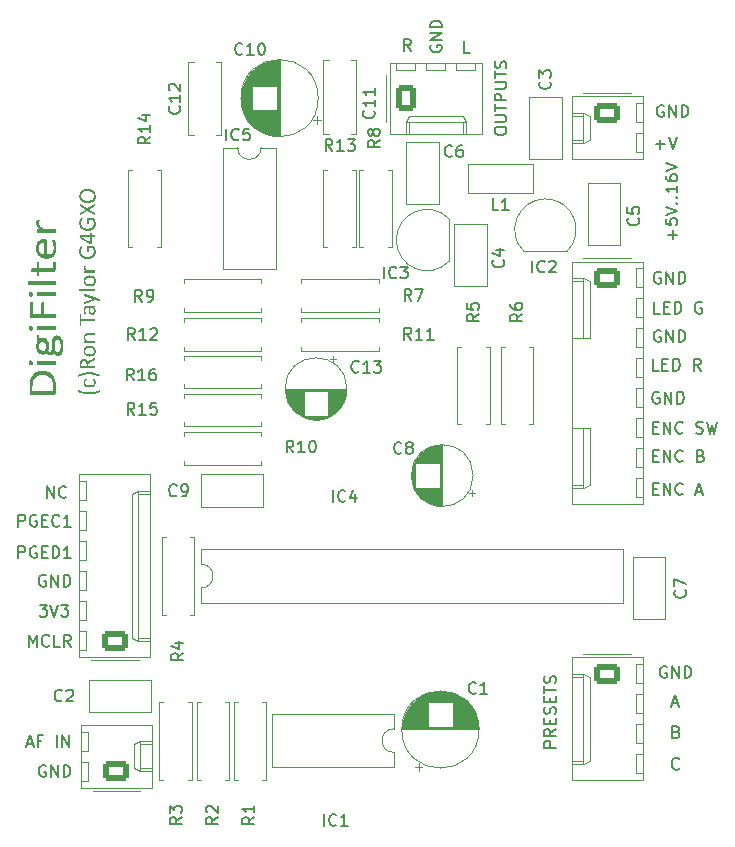
<source format=gto>
%TF.GenerationSoftware,KiCad,Pcbnew,8.0.1*%
%TF.CreationDate,2024-06-15T11:09:31+01:00*%
%TF.ProjectId,MiniFilter3.2,4d696e69-4669-46c7-9465-72332e322e6b,rev?*%
%TF.SameCoordinates,Original*%
%TF.FileFunction,Legend,Top*%
%TF.FilePolarity,Positive*%
%FSLAX46Y46*%
G04 Gerber Fmt 4.6, Leading zero omitted, Abs format (unit mm)*
G04 Created by KiCad (PCBNEW 8.0.1) date 2024-06-15 11:09:31*
%MOMM*%
%LPD*%
G01*
G04 APERTURE LIST*
G04 Aperture macros list*
%AMRoundRect*
0 Rectangle with rounded corners*
0 $1 Rounding radius*
0 $2 $3 $4 $5 $6 $7 $8 $9 X,Y pos of 4 corners*
0 Add a 4 corners polygon primitive as box body*
4,1,4,$2,$3,$4,$5,$6,$7,$8,$9,$2,$3,0*
0 Add four circle primitives for the rounded corners*
1,1,$1+$1,$2,$3*
1,1,$1+$1,$4,$5*
1,1,$1+$1,$6,$7*
1,1,$1+$1,$8,$9*
0 Add four rect primitives between the rounded corners*
20,1,$1+$1,$2,$3,$4,$5,0*
20,1,$1+$1,$4,$5,$6,$7,0*
20,1,$1+$1,$6,$7,$8,$9,0*
20,1,$1+$1,$8,$9,$2,$3,0*%
G04 Aperture macros list end*
%ADD10C,0.150000*%
%ADD11C,0.300000*%
%ADD12C,0.120000*%
%ADD13R,2.400000X1.600000*%
%ADD14O,2.400000X1.600000*%
%ADD15C,1.600000*%
%ADD16RoundRect,0.250000X-0.620000X-0.845000X0.620000X-0.845000X0.620000X0.845000X-0.620000X0.845000X0*%
%ADD17O,1.740000X2.190000*%
%ADD18O,1.600000X1.600000*%
%ADD19RoundRect,0.250000X-0.845000X0.620000X-0.845000X-0.620000X0.845000X-0.620000X0.845000X0.620000X0*%
%ADD20O,2.190000X1.740000*%
%ADD21R,1.500000X1.050000*%
%ADD22O,1.500000X1.050000*%
%ADD23RoundRect,0.250000X0.845000X-0.620000X0.845000X0.620000X-0.845000X0.620000X-0.845000X-0.620000X0*%
%ADD24C,2.700000*%
%ADD25R,1.600000X1.600000*%
%ADD26R,1.600000X2.400000*%
%ADD27O,1.600000X2.400000*%
%ADD28R,1.050000X1.500000*%
%ADD29O,1.050000X1.500000*%
G04 APERTURE END LIST*
D10*
X186915588Y-92135438D02*
X186820350Y-92087819D01*
X186820350Y-92087819D02*
X186677493Y-92087819D01*
X186677493Y-92087819D02*
X186534636Y-92135438D01*
X186534636Y-92135438D02*
X186439398Y-92230676D01*
X186439398Y-92230676D02*
X186391779Y-92325914D01*
X186391779Y-92325914D02*
X186344160Y-92516390D01*
X186344160Y-92516390D02*
X186344160Y-92659247D01*
X186344160Y-92659247D02*
X186391779Y-92849723D01*
X186391779Y-92849723D02*
X186439398Y-92944961D01*
X186439398Y-92944961D02*
X186534636Y-93040200D01*
X186534636Y-93040200D02*
X186677493Y-93087819D01*
X186677493Y-93087819D02*
X186772731Y-93087819D01*
X186772731Y-93087819D02*
X186915588Y-93040200D01*
X186915588Y-93040200D02*
X186963207Y-92992580D01*
X186963207Y-92992580D02*
X186963207Y-92659247D01*
X186963207Y-92659247D02*
X186772731Y-92659247D01*
X187391779Y-93087819D02*
X187391779Y-92087819D01*
X187391779Y-92087819D02*
X187963207Y-93087819D01*
X187963207Y-93087819D02*
X187963207Y-92087819D01*
X188439398Y-93087819D02*
X188439398Y-92087819D01*
X188439398Y-92087819D02*
X188677493Y-92087819D01*
X188677493Y-92087819D02*
X188820350Y-92135438D01*
X188820350Y-92135438D02*
X188915588Y-92230676D01*
X188915588Y-92230676D02*
X188963207Y-92325914D01*
X188963207Y-92325914D02*
X189010826Y-92516390D01*
X189010826Y-92516390D02*
X189010826Y-92659247D01*
X189010826Y-92659247D02*
X188963207Y-92849723D01*
X188963207Y-92849723D02*
X188915588Y-92944961D01*
X188915588Y-92944961D02*
X188820350Y-93040200D01*
X188820350Y-93040200D02*
X188677493Y-93087819D01*
X188677493Y-93087819D02*
X188439398Y-93087819D01*
X186867969Y-90674819D02*
X186391779Y-90674819D01*
X186391779Y-90674819D02*
X186391779Y-89674819D01*
X187201303Y-90151009D02*
X187534636Y-90151009D01*
X187677493Y-90674819D02*
X187201303Y-90674819D01*
X187201303Y-90674819D02*
X187201303Y-89674819D01*
X187201303Y-89674819D02*
X187677493Y-89674819D01*
X188106065Y-90674819D02*
X188106065Y-89674819D01*
X188106065Y-89674819D02*
X188344160Y-89674819D01*
X188344160Y-89674819D02*
X188487017Y-89722438D01*
X188487017Y-89722438D02*
X188582255Y-89817676D01*
X188582255Y-89817676D02*
X188629874Y-89912914D01*
X188629874Y-89912914D02*
X188677493Y-90103390D01*
X188677493Y-90103390D02*
X188677493Y-90246247D01*
X188677493Y-90246247D02*
X188629874Y-90436723D01*
X188629874Y-90436723D02*
X188582255Y-90531961D01*
X188582255Y-90531961D02*
X188487017Y-90627200D01*
X188487017Y-90627200D02*
X188344160Y-90674819D01*
X188344160Y-90674819D02*
X188106065Y-90674819D01*
X190391779Y-89722438D02*
X190296541Y-89674819D01*
X190296541Y-89674819D02*
X190153684Y-89674819D01*
X190153684Y-89674819D02*
X190010827Y-89722438D01*
X190010827Y-89722438D02*
X189915589Y-89817676D01*
X189915589Y-89817676D02*
X189867970Y-89912914D01*
X189867970Y-89912914D02*
X189820351Y-90103390D01*
X189820351Y-90103390D02*
X189820351Y-90246247D01*
X189820351Y-90246247D02*
X189867970Y-90436723D01*
X189867970Y-90436723D02*
X189915589Y-90531961D01*
X189915589Y-90531961D02*
X190010827Y-90627200D01*
X190010827Y-90627200D02*
X190153684Y-90674819D01*
X190153684Y-90674819D02*
X190248922Y-90674819D01*
X190248922Y-90674819D02*
X190391779Y-90627200D01*
X190391779Y-90627200D02*
X190439398Y-90579580D01*
X190439398Y-90579580D02*
X190439398Y-90246247D01*
X190439398Y-90246247D02*
X190248922Y-90246247D01*
X178050819Y-127425220D02*
X177050819Y-127425220D01*
X177050819Y-127425220D02*
X177050819Y-127044268D01*
X177050819Y-127044268D02*
X177098438Y-126949030D01*
X177098438Y-126949030D02*
X177146057Y-126901411D01*
X177146057Y-126901411D02*
X177241295Y-126853792D01*
X177241295Y-126853792D02*
X177384152Y-126853792D01*
X177384152Y-126853792D02*
X177479390Y-126901411D01*
X177479390Y-126901411D02*
X177527009Y-126949030D01*
X177527009Y-126949030D02*
X177574628Y-127044268D01*
X177574628Y-127044268D02*
X177574628Y-127425220D01*
X178050819Y-125853792D02*
X177574628Y-126187125D01*
X178050819Y-126425220D02*
X177050819Y-126425220D01*
X177050819Y-126425220D02*
X177050819Y-126044268D01*
X177050819Y-126044268D02*
X177098438Y-125949030D01*
X177098438Y-125949030D02*
X177146057Y-125901411D01*
X177146057Y-125901411D02*
X177241295Y-125853792D01*
X177241295Y-125853792D02*
X177384152Y-125853792D01*
X177384152Y-125853792D02*
X177479390Y-125901411D01*
X177479390Y-125901411D02*
X177527009Y-125949030D01*
X177527009Y-125949030D02*
X177574628Y-126044268D01*
X177574628Y-126044268D02*
X177574628Y-126425220D01*
X177527009Y-125425220D02*
X177527009Y-125091887D01*
X178050819Y-124949030D02*
X178050819Y-125425220D01*
X178050819Y-125425220D02*
X177050819Y-125425220D01*
X177050819Y-125425220D02*
X177050819Y-124949030D01*
X178003200Y-124568077D02*
X178050819Y-124425220D01*
X178050819Y-124425220D02*
X178050819Y-124187125D01*
X178050819Y-124187125D02*
X178003200Y-124091887D01*
X178003200Y-124091887D02*
X177955580Y-124044268D01*
X177955580Y-124044268D02*
X177860342Y-123996649D01*
X177860342Y-123996649D02*
X177765104Y-123996649D01*
X177765104Y-123996649D02*
X177669866Y-124044268D01*
X177669866Y-124044268D02*
X177622247Y-124091887D01*
X177622247Y-124091887D02*
X177574628Y-124187125D01*
X177574628Y-124187125D02*
X177527009Y-124377601D01*
X177527009Y-124377601D02*
X177479390Y-124472839D01*
X177479390Y-124472839D02*
X177431771Y-124520458D01*
X177431771Y-124520458D02*
X177336533Y-124568077D01*
X177336533Y-124568077D02*
X177241295Y-124568077D01*
X177241295Y-124568077D02*
X177146057Y-124520458D01*
X177146057Y-124520458D02*
X177098438Y-124472839D01*
X177098438Y-124472839D02*
X177050819Y-124377601D01*
X177050819Y-124377601D02*
X177050819Y-124139506D01*
X177050819Y-124139506D02*
X177098438Y-123996649D01*
X177527009Y-123568077D02*
X177527009Y-123234744D01*
X178050819Y-123091887D02*
X178050819Y-123568077D01*
X178050819Y-123568077D02*
X177050819Y-123568077D01*
X177050819Y-123568077D02*
X177050819Y-123091887D01*
X177050819Y-122806172D02*
X177050819Y-122234744D01*
X178050819Y-122520458D02*
X177050819Y-122520458D01*
X178003200Y-121949029D02*
X178050819Y-121806172D01*
X178050819Y-121806172D02*
X178050819Y-121568077D01*
X178050819Y-121568077D02*
X178003200Y-121472839D01*
X178003200Y-121472839D02*
X177955580Y-121425220D01*
X177955580Y-121425220D02*
X177860342Y-121377601D01*
X177860342Y-121377601D02*
X177765104Y-121377601D01*
X177765104Y-121377601D02*
X177669866Y-121425220D01*
X177669866Y-121425220D02*
X177622247Y-121472839D01*
X177622247Y-121472839D02*
X177574628Y-121568077D01*
X177574628Y-121568077D02*
X177527009Y-121758553D01*
X177527009Y-121758553D02*
X177479390Y-121853791D01*
X177479390Y-121853791D02*
X177431771Y-121901410D01*
X177431771Y-121901410D02*
X177336533Y-121949029D01*
X177336533Y-121949029D02*
X177241295Y-121949029D01*
X177241295Y-121949029D02*
X177146057Y-121901410D01*
X177146057Y-121901410D02*
X177098438Y-121853791D01*
X177098438Y-121853791D02*
X177050819Y-121758553D01*
X177050819Y-121758553D02*
X177050819Y-121520458D01*
X177050819Y-121520458D02*
X177098438Y-121377601D01*
X186264779Y-102724009D02*
X186598112Y-102724009D01*
X186740969Y-103247819D02*
X186264779Y-103247819D01*
X186264779Y-103247819D02*
X186264779Y-102247819D01*
X186264779Y-102247819D02*
X186740969Y-102247819D01*
X187169541Y-103247819D02*
X187169541Y-102247819D01*
X187169541Y-102247819D02*
X187740969Y-103247819D01*
X187740969Y-103247819D02*
X187740969Y-102247819D01*
X188788588Y-103152580D02*
X188740969Y-103200200D01*
X188740969Y-103200200D02*
X188598112Y-103247819D01*
X188598112Y-103247819D02*
X188502874Y-103247819D01*
X188502874Y-103247819D02*
X188360017Y-103200200D01*
X188360017Y-103200200D02*
X188264779Y-103104961D01*
X188264779Y-103104961D02*
X188217160Y-103009723D01*
X188217160Y-103009723D02*
X188169541Y-102819247D01*
X188169541Y-102819247D02*
X188169541Y-102676390D01*
X188169541Y-102676390D02*
X188217160Y-102485914D01*
X188217160Y-102485914D02*
X188264779Y-102390676D01*
X188264779Y-102390676D02*
X188360017Y-102295438D01*
X188360017Y-102295438D02*
X188502874Y-102247819D01*
X188502874Y-102247819D02*
X188598112Y-102247819D01*
X188598112Y-102247819D02*
X188740969Y-102295438D01*
X188740969Y-102295438D02*
X188788588Y-102343057D01*
X190312398Y-102724009D02*
X190455255Y-102771628D01*
X190455255Y-102771628D02*
X190502874Y-102819247D01*
X190502874Y-102819247D02*
X190550493Y-102914485D01*
X190550493Y-102914485D02*
X190550493Y-103057342D01*
X190550493Y-103057342D02*
X190502874Y-103152580D01*
X190502874Y-103152580D02*
X190455255Y-103200200D01*
X190455255Y-103200200D02*
X190360017Y-103247819D01*
X190360017Y-103247819D02*
X189979065Y-103247819D01*
X189979065Y-103247819D02*
X189979065Y-102247819D01*
X189979065Y-102247819D02*
X190312398Y-102247819D01*
X190312398Y-102247819D02*
X190407636Y-102295438D01*
X190407636Y-102295438D02*
X190455255Y-102343057D01*
X190455255Y-102343057D02*
X190502874Y-102438295D01*
X190502874Y-102438295D02*
X190502874Y-102533533D01*
X190502874Y-102533533D02*
X190455255Y-102628771D01*
X190455255Y-102628771D02*
X190407636Y-102676390D01*
X190407636Y-102676390D02*
X190312398Y-102724009D01*
X190312398Y-102724009D02*
X189979065Y-102724009D01*
X134353541Y-115328819D02*
X134972588Y-115328819D01*
X134972588Y-115328819D02*
X134639255Y-115709771D01*
X134639255Y-115709771D02*
X134782112Y-115709771D01*
X134782112Y-115709771D02*
X134877350Y-115757390D01*
X134877350Y-115757390D02*
X134924969Y-115805009D01*
X134924969Y-115805009D02*
X134972588Y-115900247D01*
X134972588Y-115900247D02*
X134972588Y-116138342D01*
X134972588Y-116138342D02*
X134924969Y-116233580D01*
X134924969Y-116233580D02*
X134877350Y-116281200D01*
X134877350Y-116281200D02*
X134782112Y-116328819D01*
X134782112Y-116328819D02*
X134496398Y-116328819D01*
X134496398Y-116328819D02*
X134401160Y-116281200D01*
X134401160Y-116281200D02*
X134353541Y-116233580D01*
X135258303Y-115328819D02*
X135591636Y-116328819D01*
X135591636Y-116328819D02*
X135924969Y-115328819D01*
X136163065Y-115328819D02*
X136782112Y-115328819D01*
X136782112Y-115328819D02*
X136448779Y-115709771D01*
X136448779Y-115709771D02*
X136591636Y-115709771D01*
X136591636Y-115709771D02*
X136686874Y-115757390D01*
X136686874Y-115757390D02*
X136734493Y-115805009D01*
X136734493Y-115805009D02*
X136782112Y-115900247D01*
X136782112Y-115900247D02*
X136782112Y-116138342D01*
X136782112Y-116138342D02*
X136734493Y-116233580D01*
X136734493Y-116233580D02*
X136686874Y-116281200D01*
X136686874Y-116281200D02*
X136591636Y-116328819D01*
X136591636Y-116328819D02*
X136305922Y-116328819D01*
X136305922Y-116328819D02*
X136210684Y-116281200D01*
X136210684Y-116281200D02*
X136163065Y-116233580D01*
X134845588Y-112836438D02*
X134750350Y-112788819D01*
X134750350Y-112788819D02*
X134607493Y-112788819D01*
X134607493Y-112788819D02*
X134464636Y-112836438D01*
X134464636Y-112836438D02*
X134369398Y-112931676D01*
X134369398Y-112931676D02*
X134321779Y-113026914D01*
X134321779Y-113026914D02*
X134274160Y-113217390D01*
X134274160Y-113217390D02*
X134274160Y-113360247D01*
X134274160Y-113360247D02*
X134321779Y-113550723D01*
X134321779Y-113550723D02*
X134369398Y-113645961D01*
X134369398Y-113645961D02*
X134464636Y-113741200D01*
X134464636Y-113741200D02*
X134607493Y-113788819D01*
X134607493Y-113788819D02*
X134702731Y-113788819D01*
X134702731Y-113788819D02*
X134845588Y-113741200D01*
X134845588Y-113741200D02*
X134893207Y-113693580D01*
X134893207Y-113693580D02*
X134893207Y-113360247D01*
X134893207Y-113360247D02*
X134702731Y-113360247D01*
X135321779Y-113788819D02*
X135321779Y-112788819D01*
X135321779Y-112788819D02*
X135893207Y-113788819D01*
X135893207Y-113788819D02*
X135893207Y-112788819D01*
X136369398Y-113788819D02*
X136369398Y-112788819D01*
X136369398Y-112788819D02*
X136607493Y-112788819D01*
X136607493Y-112788819D02*
X136750350Y-112836438D01*
X136750350Y-112836438D02*
X136845588Y-112931676D01*
X136845588Y-112931676D02*
X136893207Y-113026914D01*
X136893207Y-113026914D02*
X136940826Y-113217390D01*
X136940826Y-113217390D02*
X136940826Y-113360247D01*
X136940826Y-113360247D02*
X136893207Y-113550723D01*
X136893207Y-113550723D02*
X136845588Y-113645961D01*
X136845588Y-113645961D02*
X136750350Y-113741200D01*
X136750350Y-113741200D02*
X136607493Y-113788819D01*
X136607493Y-113788819D02*
X136369398Y-113788819D01*
X187169588Y-73085438D02*
X187074350Y-73037819D01*
X187074350Y-73037819D02*
X186931493Y-73037819D01*
X186931493Y-73037819D02*
X186788636Y-73085438D01*
X186788636Y-73085438D02*
X186693398Y-73180676D01*
X186693398Y-73180676D02*
X186645779Y-73275914D01*
X186645779Y-73275914D02*
X186598160Y-73466390D01*
X186598160Y-73466390D02*
X186598160Y-73609247D01*
X186598160Y-73609247D02*
X186645779Y-73799723D01*
X186645779Y-73799723D02*
X186693398Y-73894961D01*
X186693398Y-73894961D02*
X186788636Y-73990200D01*
X186788636Y-73990200D02*
X186931493Y-74037819D01*
X186931493Y-74037819D02*
X187026731Y-74037819D01*
X187026731Y-74037819D02*
X187169588Y-73990200D01*
X187169588Y-73990200D02*
X187217207Y-73942580D01*
X187217207Y-73942580D02*
X187217207Y-73609247D01*
X187217207Y-73609247D02*
X187026731Y-73609247D01*
X187645779Y-74037819D02*
X187645779Y-73037819D01*
X187645779Y-73037819D02*
X188217207Y-74037819D01*
X188217207Y-74037819D02*
X188217207Y-73037819D01*
X188693398Y-74037819D02*
X188693398Y-73037819D01*
X188693398Y-73037819D02*
X188931493Y-73037819D01*
X188931493Y-73037819D02*
X189074350Y-73085438D01*
X189074350Y-73085438D02*
X189169588Y-73180676D01*
X189169588Y-73180676D02*
X189217207Y-73275914D01*
X189217207Y-73275914D02*
X189264826Y-73466390D01*
X189264826Y-73466390D02*
X189264826Y-73609247D01*
X189264826Y-73609247D02*
X189217207Y-73799723D01*
X189217207Y-73799723D02*
X189169588Y-73894961D01*
X189169588Y-73894961D02*
X189074350Y-73990200D01*
X189074350Y-73990200D02*
X188931493Y-74037819D01*
X188931493Y-74037819D02*
X188693398Y-74037819D01*
X172859819Y-75291744D02*
X172859819Y-75101268D01*
X172859819Y-75101268D02*
X172907438Y-75006030D01*
X172907438Y-75006030D02*
X173002676Y-74910792D01*
X173002676Y-74910792D02*
X173193152Y-74863173D01*
X173193152Y-74863173D02*
X173526485Y-74863173D01*
X173526485Y-74863173D02*
X173716961Y-74910792D01*
X173716961Y-74910792D02*
X173812200Y-75006030D01*
X173812200Y-75006030D02*
X173859819Y-75101268D01*
X173859819Y-75101268D02*
X173859819Y-75291744D01*
X173859819Y-75291744D02*
X173812200Y-75386982D01*
X173812200Y-75386982D02*
X173716961Y-75482220D01*
X173716961Y-75482220D02*
X173526485Y-75529839D01*
X173526485Y-75529839D02*
X173193152Y-75529839D01*
X173193152Y-75529839D02*
X173002676Y-75482220D01*
X173002676Y-75482220D02*
X172907438Y-75386982D01*
X172907438Y-75386982D02*
X172859819Y-75291744D01*
X172859819Y-74434601D02*
X173669342Y-74434601D01*
X173669342Y-74434601D02*
X173764580Y-74386982D01*
X173764580Y-74386982D02*
X173812200Y-74339363D01*
X173812200Y-74339363D02*
X173859819Y-74244125D01*
X173859819Y-74244125D02*
X173859819Y-74053649D01*
X173859819Y-74053649D02*
X173812200Y-73958411D01*
X173812200Y-73958411D02*
X173764580Y-73910792D01*
X173764580Y-73910792D02*
X173669342Y-73863173D01*
X173669342Y-73863173D02*
X172859819Y-73863173D01*
X172859819Y-73529839D02*
X172859819Y-72958411D01*
X173859819Y-73244125D02*
X172859819Y-73244125D01*
X173859819Y-72625077D02*
X172859819Y-72625077D01*
X172859819Y-72625077D02*
X172859819Y-72244125D01*
X172859819Y-72244125D02*
X172907438Y-72148887D01*
X172907438Y-72148887D02*
X172955057Y-72101268D01*
X172955057Y-72101268D02*
X173050295Y-72053649D01*
X173050295Y-72053649D02*
X173193152Y-72053649D01*
X173193152Y-72053649D02*
X173288390Y-72101268D01*
X173288390Y-72101268D02*
X173336009Y-72148887D01*
X173336009Y-72148887D02*
X173383628Y-72244125D01*
X173383628Y-72244125D02*
X173383628Y-72625077D01*
X172859819Y-71625077D02*
X173669342Y-71625077D01*
X173669342Y-71625077D02*
X173764580Y-71577458D01*
X173764580Y-71577458D02*
X173812200Y-71529839D01*
X173812200Y-71529839D02*
X173859819Y-71434601D01*
X173859819Y-71434601D02*
X173859819Y-71244125D01*
X173859819Y-71244125D02*
X173812200Y-71148887D01*
X173812200Y-71148887D02*
X173764580Y-71101268D01*
X173764580Y-71101268D02*
X173669342Y-71053649D01*
X173669342Y-71053649D02*
X172859819Y-71053649D01*
X172859819Y-70720315D02*
X172859819Y-70148887D01*
X173859819Y-70434601D02*
X172859819Y-70434601D01*
X173812200Y-69863172D02*
X173859819Y-69720315D01*
X173859819Y-69720315D02*
X173859819Y-69482220D01*
X173859819Y-69482220D02*
X173812200Y-69386982D01*
X173812200Y-69386982D02*
X173764580Y-69339363D01*
X173764580Y-69339363D02*
X173669342Y-69291744D01*
X173669342Y-69291744D02*
X173574104Y-69291744D01*
X173574104Y-69291744D02*
X173478866Y-69339363D01*
X173478866Y-69339363D02*
X173431247Y-69386982D01*
X173431247Y-69386982D02*
X173383628Y-69482220D01*
X173383628Y-69482220D02*
X173336009Y-69672696D01*
X173336009Y-69672696D02*
X173288390Y-69767934D01*
X173288390Y-69767934D02*
X173240771Y-69815553D01*
X173240771Y-69815553D02*
X173145533Y-69863172D01*
X173145533Y-69863172D02*
X173050295Y-69863172D01*
X173050295Y-69863172D02*
X172955057Y-69815553D01*
X172955057Y-69815553D02*
X172907438Y-69767934D01*
X172907438Y-69767934D02*
X172859819Y-69672696D01*
X172859819Y-69672696D02*
X172859819Y-69434601D01*
X172859819Y-69434601D02*
X172907438Y-69291744D01*
X167446438Y-67973411D02*
X167398819Y-68068649D01*
X167398819Y-68068649D02*
X167398819Y-68211506D01*
X167398819Y-68211506D02*
X167446438Y-68354363D01*
X167446438Y-68354363D02*
X167541676Y-68449601D01*
X167541676Y-68449601D02*
X167636914Y-68497220D01*
X167636914Y-68497220D02*
X167827390Y-68544839D01*
X167827390Y-68544839D02*
X167970247Y-68544839D01*
X167970247Y-68544839D02*
X168160723Y-68497220D01*
X168160723Y-68497220D02*
X168255961Y-68449601D01*
X168255961Y-68449601D02*
X168351200Y-68354363D01*
X168351200Y-68354363D02*
X168398819Y-68211506D01*
X168398819Y-68211506D02*
X168398819Y-68116268D01*
X168398819Y-68116268D02*
X168351200Y-67973411D01*
X168351200Y-67973411D02*
X168303580Y-67925792D01*
X168303580Y-67925792D02*
X167970247Y-67925792D01*
X167970247Y-67925792D02*
X167970247Y-68116268D01*
X168398819Y-67497220D02*
X167398819Y-67497220D01*
X167398819Y-67497220D02*
X168398819Y-66925792D01*
X168398819Y-66925792D02*
X167398819Y-66925792D01*
X168398819Y-66449601D02*
X167398819Y-66449601D01*
X167398819Y-66449601D02*
X167398819Y-66211506D01*
X167398819Y-66211506D02*
X167446438Y-66068649D01*
X167446438Y-66068649D02*
X167541676Y-65973411D01*
X167541676Y-65973411D02*
X167636914Y-65925792D01*
X167636914Y-65925792D02*
X167827390Y-65878173D01*
X167827390Y-65878173D02*
X167970247Y-65878173D01*
X167970247Y-65878173D02*
X168160723Y-65925792D01*
X168160723Y-65925792D02*
X168255961Y-65973411D01*
X168255961Y-65973411D02*
X168351200Y-66068649D01*
X168351200Y-66068649D02*
X168398819Y-66211506D01*
X168398819Y-66211506D02*
X168398819Y-66449601D01*
X186264779Y-100311009D02*
X186598112Y-100311009D01*
X186740969Y-100834819D02*
X186264779Y-100834819D01*
X186264779Y-100834819D02*
X186264779Y-99834819D01*
X186264779Y-99834819D02*
X186740969Y-99834819D01*
X187169541Y-100834819D02*
X187169541Y-99834819D01*
X187169541Y-99834819D02*
X187740969Y-100834819D01*
X187740969Y-100834819D02*
X187740969Y-99834819D01*
X188788588Y-100739580D02*
X188740969Y-100787200D01*
X188740969Y-100787200D02*
X188598112Y-100834819D01*
X188598112Y-100834819D02*
X188502874Y-100834819D01*
X188502874Y-100834819D02*
X188360017Y-100787200D01*
X188360017Y-100787200D02*
X188264779Y-100691961D01*
X188264779Y-100691961D02*
X188217160Y-100596723D01*
X188217160Y-100596723D02*
X188169541Y-100406247D01*
X188169541Y-100406247D02*
X188169541Y-100263390D01*
X188169541Y-100263390D02*
X188217160Y-100072914D01*
X188217160Y-100072914D02*
X188264779Y-99977676D01*
X188264779Y-99977676D02*
X188360017Y-99882438D01*
X188360017Y-99882438D02*
X188502874Y-99834819D01*
X188502874Y-99834819D02*
X188598112Y-99834819D01*
X188598112Y-99834819D02*
X188740969Y-99882438D01*
X188740969Y-99882438D02*
X188788588Y-99930057D01*
X189931446Y-100787200D02*
X190074303Y-100834819D01*
X190074303Y-100834819D02*
X190312398Y-100834819D01*
X190312398Y-100834819D02*
X190407636Y-100787200D01*
X190407636Y-100787200D02*
X190455255Y-100739580D01*
X190455255Y-100739580D02*
X190502874Y-100644342D01*
X190502874Y-100644342D02*
X190502874Y-100549104D01*
X190502874Y-100549104D02*
X190455255Y-100453866D01*
X190455255Y-100453866D02*
X190407636Y-100406247D01*
X190407636Y-100406247D02*
X190312398Y-100358628D01*
X190312398Y-100358628D02*
X190121922Y-100311009D01*
X190121922Y-100311009D02*
X190026684Y-100263390D01*
X190026684Y-100263390D02*
X189979065Y-100215771D01*
X189979065Y-100215771D02*
X189931446Y-100120533D01*
X189931446Y-100120533D02*
X189931446Y-100025295D01*
X189931446Y-100025295D02*
X189979065Y-99930057D01*
X189979065Y-99930057D02*
X190026684Y-99882438D01*
X190026684Y-99882438D02*
X190121922Y-99834819D01*
X190121922Y-99834819D02*
X190360017Y-99834819D01*
X190360017Y-99834819D02*
X190502874Y-99882438D01*
X190836208Y-99834819D02*
X191074303Y-100834819D01*
X191074303Y-100834819D02*
X191264779Y-100120533D01*
X191264779Y-100120533D02*
X191455255Y-100834819D01*
X191455255Y-100834819D02*
X191693351Y-99834819D01*
X186264779Y-105518009D02*
X186598112Y-105518009D01*
X186740969Y-106041819D02*
X186264779Y-106041819D01*
X186264779Y-106041819D02*
X186264779Y-105041819D01*
X186264779Y-105041819D02*
X186740969Y-105041819D01*
X187169541Y-106041819D02*
X187169541Y-105041819D01*
X187169541Y-105041819D02*
X187740969Y-106041819D01*
X187740969Y-106041819D02*
X187740969Y-105041819D01*
X188788588Y-105946580D02*
X188740969Y-105994200D01*
X188740969Y-105994200D02*
X188598112Y-106041819D01*
X188598112Y-106041819D02*
X188502874Y-106041819D01*
X188502874Y-106041819D02*
X188360017Y-105994200D01*
X188360017Y-105994200D02*
X188264779Y-105898961D01*
X188264779Y-105898961D02*
X188217160Y-105803723D01*
X188217160Y-105803723D02*
X188169541Y-105613247D01*
X188169541Y-105613247D02*
X188169541Y-105470390D01*
X188169541Y-105470390D02*
X188217160Y-105279914D01*
X188217160Y-105279914D02*
X188264779Y-105184676D01*
X188264779Y-105184676D02*
X188360017Y-105089438D01*
X188360017Y-105089438D02*
X188502874Y-105041819D01*
X188502874Y-105041819D02*
X188598112Y-105041819D01*
X188598112Y-105041819D02*
X188740969Y-105089438D01*
X188740969Y-105089438D02*
X188788588Y-105137057D01*
X189931446Y-105756104D02*
X190407636Y-105756104D01*
X189836208Y-106041819D02*
X190169541Y-105041819D01*
X190169541Y-105041819D02*
X190502874Y-106041819D01*
X187868160Y-123663104D02*
X188344350Y-123663104D01*
X187772922Y-123948819D02*
X188106255Y-122948819D01*
X188106255Y-122948819D02*
X188439588Y-123948819D01*
X186518779Y-76323866D02*
X187280684Y-76323866D01*
X186899731Y-76704819D02*
X186899731Y-75942914D01*
X187614017Y-75704819D02*
X187947350Y-76704819D01*
X187947350Y-76704819D02*
X188280683Y-75704819D01*
X187423588Y-120583438D02*
X187328350Y-120535819D01*
X187328350Y-120535819D02*
X187185493Y-120535819D01*
X187185493Y-120535819D02*
X187042636Y-120583438D01*
X187042636Y-120583438D02*
X186947398Y-120678676D01*
X186947398Y-120678676D02*
X186899779Y-120773914D01*
X186899779Y-120773914D02*
X186852160Y-120964390D01*
X186852160Y-120964390D02*
X186852160Y-121107247D01*
X186852160Y-121107247D02*
X186899779Y-121297723D01*
X186899779Y-121297723D02*
X186947398Y-121392961D01*
X186947398Y-121392961D02*
X187042636Y-121488200D01*
X187042636Y-121488200D02*
X187185493Y-121535819D01*
X187185493Y-121535819D02*
X187280731Y-121535819D01*
X187280731Y-121535819D02*
X187423588Y-121488200D01*
X187423588Y-121488200D02*
X187471207Y-121440580D01*
X187471207Y-121440580D02*
X187471207Y-121107247D01*
X187471207Y-121107247D02*
X187280731Y-121107247D01*
X187899779Y-121535819D02*
X187899779Y-120535819D01*
X187899779Y-120535819D02*
X188471207Y-121535819D01*
X188471207Y-121535819D02*
X188471207Y-120535819D01*
X188947398Y-121535819D02*
X188947398Y-120535819D01*
X188947398Y-120535819D02*
X189185493Y-120535819D01*
X189185493Y-120535819D02*
X189328350Y-120583438D01*
X189328350Y-120583438D02*
X189423588Y-120678676D01*
X189423588Y-120678676D02*
X189471207Y-120773914D01*
X189471207Y-120773914D02*
X189518826Y-120964390D01*
X189518826Y-120964390D02*
X189518826Y-121107247D01*
X189518826Y-121107247D02*
X189471207Y-121297723D01*
X189471207Y-121297723D02*
X189423588Y-121392961D01*
X189423588Y-121392961D02*
X189328350Y-121488200D01*
X189328350Y-121488200D02*
X189185493Y-121535819D01*
X189185493Y-121535819D02*
X188947398Y-121535819D01*
X134956779Y-106295819D02*
X134956779Y-105295819D01*
X134956779Y-105295819D02*
X135528207Y-106295819D01*
X135528207Y-106295819D02*
X135528207Y-105295819D01*
X136575826Y-106200580D02*
X136528207Y-106248200D01*
X136528207Y-106248200D02*
X136385350Y-106295819D01*
X136385350Y-106295819D02*
X136290112Y-106295819D01*
X136290112Y-106295819D02*
X136147255Y-106248200D01*
X136147255Y-106248200D02*
X136052017Y-106152961D01*
X136052017Y-106152961D02*
X136004398Y-106057723D01*
X136004398Y-106057723D02*
X135956779Y-105867247D01*
X135956779Y-105867247D02*
X135956779Y-105724390D01*
X135956779Y-105724390D02*
X136004398Y-105533914D01*
X136004398Y-105533914D02*
X136052017Y-105438676D01*
X136052017Y-105438676D02*
X136147255Y-105343438D01*
X136147255Y-105343438D02*
X136290112Y-105295819D01*
X136290112Y-105295819D02*
X136385350Y-105295819D01*
X136385350Y-105295819D02*
X136528207Y-105343438D01*
X136528207Y-105343438D02*
X136575826Y-105391057D01*
X188487207Y-129187580D02*
X188439588Y-129235200D01*
X188439588Y-129235200D02*
X188296731Y-129282819D01*
X188296731Y-129282819D02*
X188201493Y-129282819D01*
X188201493Y-129282819D02*
X188058636Y-129235200D01*
X188058636Y-129235200D02*
X187963398Y-129139961D01*
X187963398Y-129139961D02*
X187915779Y-129044723D01*
X187915779Y-129044723D02*
X187868160Y-128854247D01*
X187868160Y-128854247D02*
X187868160Y-128711390D01*
X187868160Y-128711390D02*
X187915779Y-128520914D01*
X187915779Y-128520914D02*
X187963398Y-128425676D01*
X187963398Y-128425676D02*
X188058636Y-128330438D01*
X188058636Y-128330438D02*
X188201493Y-128282819D01*
X188201493Y-128282819D02*
X188296731Y-128282819D01*
X188296731Y-128282819D02*
X188439588Y-128330438D01*
X188439588Y-128330438D02*
X188487207Y-128378057D01*
X188249112Y-126092009D02*
X188391969Y-126139628D01*
X188391969Y-126139628D02*
X188439588Y-126187247D01*
X188439588Y-126187247D02*
X188487207Y-126282485D01*
X188487207Y-126282485D02*
X188487207Y-126425342D01*
X188487207Y-126425342D02*
X188439588Y-126520580D01*
X188439588Y-126520580D02*
X188391969Y-126568200D01*
X188391969Y-126568200D02*
X188296731Y-126615819D01*
X188296731Y-126615819D02*
X187915779Y-126615819D01*
X187915779Y-126615819D02*
X187915779Y-125615819D01*
X187915779Y-125615819D02*
X188249112Y-125615819D01*
X188249112Y-125615819D02*
X188344350Y-125663438D01*
X188344350Y-125663438D02*
X188391969Y-125711057D01*
X188391969Y-125711057D02*
X188439588Y-125806295D01*
X188439588Y-125806295D02*
X188439588Y-125901533D01*
X188439588Y-125901533D02*
X188391969Y-125996771D01*
X188391969Y-125996771D02*
X188344350Y-126044390D01*
X188344350Y-126044390D02*
X188249112Y-126092009D01*
X188249112Y-126092009D02*
X187915779Y-126092009D01*
X165754207Y-68449819D02*
X165420874Y-67973628D01*
X165182779Y-68449819D02*
X165182779Y-67449819D01*
X165182779Y-67449819D02*
X165563731Y-67449819D01*
X165563731Y-67449819D02*
X165658969Y-67497438D01*
X165658969Y-67497438D02*
X165706588Y-67545057D01*
X165706588Y-67545057D02*
X165754207Y-67640295D01*
X165754207Y-67640295D02*
X165754207Y-67783152D01*
X165754207Y-67783152D02*
X165706588Y-67878390D01*
X165706588Y-67878390D02*
X165658969Y-67926009D01*
X165658969Y-67926009D02*
X165563731Y-67973628D01*
X165563731Y-67973628D02*
X165182779Y-67973628D01*
X132543779Y-111375819D02*
X132543779Y-110375819D01*
X132543779Y-110375819D02*
X132924731Y-110375819D01*
X132924731Y-110375819D02*
X133019969Y-110423438D01*
X133019969Y-110423438D02*
X133067588Y-110471057D01*
X133067588Y-110471057D02*
X133115207Y-110566295D01*
X133115207Y-110566295D02*
X133115207Y-110709152D01*
X133115207Y-110709152D02*
X133067588Y-110804390D01*
X133067588Y-110804390D02*
X133019969Y-110852009D01*
X133019969Y-110852009D02*
X132924731Y-110899628D01*
X132924731Y-110899628D02*
X132543779Y-110899628D01*
X134067588Y-110423438D02*
X133972350Y-110375819D01*
X133972350Y-110375819D02*
X133829493Y-110375819D01*
X133829493Y-110375819D02*
X133686636Y-110423438D01*
X133686636Y-110423438D02*
X133591398Y-110518676D01*
X133591398Y-110518676D02*
X133543779Y-110613914D01*
X133543779Y-110613914D02*
X133496160Y-110804390D01*
X133496160Y-110804390D02*
X133496160Y-110947247D01*
X133496160Y-110947247D02*
X133543779Y-111137723D01*
X133543779Y-111137723D02*
X133591398Y-111232961D01*
X133591398Y-111232961D02*
X133686636Y-111328200D01*
X133686636Y-111328200D02*
X133829493Y-111375819D01*
X133829493Y-111375819D02*
X133924731Y-111375819D01*
X133924731Y-111375819D02*
X134067588Y-111328200D01*
X134067588Y-111328200D02*
X134115207Y-111280580D01*
X134115207Y-111280580D02*
X134115207Y-110947247D01*
X134115207Y-110947247D02*
X133924731Y-110947247D01*
X134543779Y-110852009D02*
X134877112Y-110852009D01*
X135019969Y-111375819D02*
X134543779Y-111375819D01*
X134543779Y-111375819D02*
X134543779Y-110375819D01*
X134543779Y-110375819D02*
X135019969Y-110375819D01*
X135448541Y-111375819D02*
X135448541Y-110375819D01*
X135448541Y-110375819D02*
X135686636Y-110375819D01*
X135686636Y-110375819D02*
X135829493Y-110423438D01*
X135829493Y-110423438D02*
X135924731Y-110518676D01*
X135924731Y-110518676D02*
X135972350Y-110613914D01*
X135972350Y-110613914D02*
X136019969Y-110804390D01*
X136019969Y-110804390D02*
X136019969Y-110947247D01*
X136019969Y-110947247D02*
X135972350Y-111137723D01*
X135972350Y-111137723D02*
X135924731Y-111232961D01*
X135924731Y-111232961D02*
X135829493Y-111328200D01*
X135829493Y-111328200D02*
X135686636Y-111375819D01*
X135686636Y-111375819D02*
X135448541Y-111375819D01*
X136972350Y-111375819D02*
X136400922Y-111375819D01*
X136686636Y-111375819D02*
X136686636Y-110375819D01*
X136686636Y-110375819D02*
X136591398Y-110518676D01*
X136591398Y-110518676D02*
X136496160Y-110613914D01*
X136496160Y-110613914D02*
X136400922Y-110661533D01*
X170738969Y-68576819D02*
X170262779Y-68576819D01*
X170262779Y-68576819D02*
X170262779Y-67576819D01*
X133432779Y-118868819D02*
X133432779Y-117868819D01*
X133432779Y-117868819D02*
X133766112Y-118583104D01*
X133766112Y-118583104D02*
X134099445Y-117868819D01*
X134099445Y-117868819D02*
X134099445Y-118868819D01*
X135147064Y-118773580D02*
X135099445Y-118821200D01*
X135099445Y-118821200D02*
X134956588Y-118868819D01*
X134956588Y-118868819D02*
X134861350Y-118868819D01*
X134861350Y-118868819D02*
X134718493Y-118821200D01*
X134718493Y-118821200D02*
X134623255Y-118725961D01*
X134623255Y-118725961D02*
X134575636Y-118630723D01*
X134575636Y-118630723D02*
X134528017Y-118440247D01*
X134528017Y-118440247D02*
X134528017Y-118297390D01*
X134528017Y-118297390D02*
X134575636Y-118106914D01*
X134575636Y-118106914D02*
X134623255Y-118011676D01*
X134623255Y-118011676D02*
X134718493Y-117916438D01*
X134718493Y-117916438D02*
X134861350Y-117868819D01*
X134861350Y-117868819D02*
X134956588Y-117868819D01*
X134956588Y-117868819D02*
X135099445Y-117916438D01*
X135099445Y-117916438D02*
X135147064Y-117964057D01*
X136051826Y-118868819D02*
X135575636Y-118868819D01*
X135575636Y-118868819D02*
X135575636Y-117868819D01*
X136956588Y-118868819D02*
X136623255Y-118392628D01*
X136385160Y-118868819D02*
X136385160Y-117868819D01*
X136385160Y-117868819D02*
X136766112Y-117868819D01*
X136766112Y-117868819D02*
X136861350Y-117916438D01*
X136861350Y-117916438D02*
X136908969Y-117964057D01*
X136908969Y-117964057D02*
X136956588Y-118059295D01*
X136956588Y-118059295D02*
X136956588Y-118202152D01*
X136956588Y-118202152D02*
X136908969Y-118297390D01*
X136908969Y-118297390D02*
X136861350Y-118345009D01*
X136861350Y-118345009D02*
X136766112Y-118392628D01*
X136766112Y-118392628D02*
X136385160Y-118392628D01*
D11*
G36*
X134695398Y-95516427D02*
G01*
X134827518Y-95531665D01*
X134950479Y-95557986D01*
X135077862Y-95600845D01*
X135193605Y-95657149D01*
X135308499Y-95734802D01*
X135408963Y-95828339D01*
X135436288Y-95859498D01*
X135517909Y-95973328D01*
X135585696Y-96102329D01*
X135639649Y-96246499D01*
X135648780Y-96277153D01*
X135682724Y-96423586D01*
X135705559Y-96585088D01*
X135716531Y-96741296D01*
X135719000Y-96866267D01*
X135719000Y-97430468D01*
X135692743Y-97520593D01*
X135598710Y-97562359D01*
X133611794Y-97562359D01*
X133518371Y-97520593D01*
X133491505Y-97430468D01*
X133491505Y-97207718D01*
X133735748Y-97207718D01*
X135464987Y-97207718D01*
X135464987Y-96843552D01*
X135459799Y-96691597D01*
X135442109Y-96542628D01*
X135411864Y-96412708D01*
X135359330Y-96279974D01*
X135281792Y-96158399D01*
X135248832Y-96120349D01*
X135142026Y-96028486D01*
X135023802Y-95963529D01*
X134973448Y-95943762D01*
X134852122Y-95910388D01*
X134729428Y-95892070D01*
X134594927Y-95885200D01*
X134580828Y-95885143D01*
X134448879Y-95892665D01*
X134324144Y-95915231D01*
X134244994Y-95938632D01*
X134125538Y-95992129D01*
X134012671Y-96072192D01*
X133976327Y-96106427D01*
X133886534Y-96218085D01*
X133820318Y-96342614D01*
X133799251Y-96395855D01*
X133760553Y-96541416D01*
X133740771Y-96699830D01*
X133735748Y-96847216D01*
X133735748Y-97207718D01*
X133491505Y-97207718D01*
X133491505Y-96826699D01*
X133496199Y-96660462D01*
X133510281Y-96507596D01*
X133537345Y-96351607D01*
X133566609Y-96241982D01*
X133619608Y-96099887D01*
X133685487Y-95973105D01*
X133772830Y-95851331D01*
X133781543Y-95841180D01*
X133885094Y-95739115D01*
X133991378Y-95662407D01*
X134109230Y-95601013D01*
X134121651Y-95595715D01*
X134251453Y-95551666D01*
X134376840Y-95525970D01*
X134510341Y-95513490D01*
X134572279Y-95512184D01*
X134695398Y-95516427D01*
G37*
G36*
X135665877Y-94679805D02*
G01*
X135689080Y-94687865D01*
X135705566Y-94714976D01*
X135715946Y-94766267D01*
X135719000Y-94850531D01*
X135715946Y-94933329D01*
X135705566Y-94986085D01*
X135689080Y-95012464D01*
X135665877Y-95019791D01*
X134130810Y-95019791D01*
X134108829Y-95012464D01*
X134091732Y-94986085D01*
X134081351Y-94933329D01*
X134077688Y-94850531D01*
X134081351Y-94766267D01*
X134091732Y-94714976D01*
X134108829Y-94687865D01*
X134130810Y-94679805D01*
X135665877Y-94679805D01*
G37*
G36*
X133592255Y-94640237D02*
G01*
X133713060Y-94670228D01*
X133729031Y-94685667D01*
X133764740Y-94830592D01*
X133765057Y-94852729D01*
X133741677Y-94997471D01*
X133729642Y-95016860D01*
X133607961Y-95060652D01*
X133595919Y-95060824D01*
X133475517Y-95030833D01*
X133459753Y-95015394D01*
X133423439Y-94870469D01*
X133423117Y-94848332D01*
X133446496Y-94704074D01*
X133458532Y-94684934D01*
X133580212Y-94640412D01*
X133592255Y-94640237D01*
G37*
G36*
X134284683Y-92528514D02*
G01*
X134312161Y-92578339D01*
X134312161Y-92844320D01*
X134412501Y-92756172D01*
X134437946Y-92743936D01*
X134558293Y-92715342D01*
X134581438Y-92714627D01*
X134706308Y-92727633D01*
X134815912Y-92766651D01*
X134925514Y-92843316D01*
X134988103Y-92913929D01*
X135059865Y-93039960D01*
X135095570Y-93141075D01*
X135124633Y-93289274D01*
X135132817Y-93433434D01*
X135121272Y-93584401D01*
X135108392Y-93649588D01*
X135059649Y-93784619D01*
X135046110Y-93807125D01*
X135120605Y-93867942D01*
X135216470Y-93891389D01*
X135322105Y-93824711D01*
X135356699Y-93711870D01*
X135601763Y-93711870D01*
X135682974Y-93820314D01*
X135755636Y-93886993D01*
X135824635Y-93921431D01*
X135894854Y-93930224D01*
X136012015Y-93877272D01*
X136062161Y-93794669D01*
X136101397Y-93654941D01*
X136117540Y-93502579D01*
X136119558Y-93415115D01*
X136112492Y-93265116D01*
X136094523Y-93156462D01*
X136046297Y-93018485D01*
X136029188Y-92988667D01*
X135935154Y-92897076D01*
X135824635Y-92869233D01*
X135706344Y-92919955D01*
X135672593Y-92967418D01*
X135626436Y-93107683D01*
X135615196Y-93231933D01*
X135601763Y-93711870D01*
X135356699Y-93711870D01*
X135364585Y-93686145D01*
X135367290Y-93645925D01*
X135384387Y-93161591D01*
X135396430Y-93013806D01*
X135416749Y-92908800D01*
X135464934Y-92770419D01*
X135498570Y-92708765D01*
X135587552Y-92606266D01*
X135629240Y-92576874D01*
X135747149Y-92533898D01*
X135808759Y-92529247D01*
X135933226Y-92548104D01*
X136013923Y-92582736D01*
X136121328Y-92666403D01*
X136184893Y-92746867D01*
X136250991Y-92872163D01*
X136298817Y-93017579D01*
X136301519Y-93028235D01*
X136329193Y-93177228D01*
X136342216Y-93333008D01*
X136344261Y-93431968D01*
X136339710Y-93590856D01*
X136324509Y-93742054D01*
X136311899Y-93814452D01*
X136274194Y-93957884D01*
X136224582Y-94073106D01*
X136138630Y-94185159D01*
X136092691Y-94218919D01*
X135975155Y-94260754D01*
X135925385Y-94264348D01*
X135814865Y-94248228D01*
X135712893Y-94197669D01*
X135620081Y-94112673D01*
X135535474Y-94000276D01*
X135532764Y-93996169D01*
X135457017Y-94114270D01*
X135421023Y-94145646D01*
X135303629Y-94192306D01*
X135274478Y-94194006D01*
X135148206Y-94173970D01*
X135080915Y-94142715D01*
X134976342Y-94064666D01*
X134927653Y-94015220D01*
X134824384Y-94096003D01*
X134785992Y-94116337D01*
X134661812Y-94149395D01*
X134594872Y-94152973D01*
X134471071Y-94139601D01*
X134361009Y-94099484D01*
X134254663Y-94026325D01*
X134186376Y-93951473D01*
X134113379Y-93825184D01*
X134077077Y-93723594D01*
X134047061Y-93575285D01*
X134039002Y-93440028D01*
X134263312Y-93440028D01*
X134282004Y-93588695D01*
X134289568Y-93612219D01*
X134362230Y-93733852D01*
X134468476Y-93805660D01*
X134589573Y-93829084D01*
X134593651Y-93829107D01*
X134717352Y-93806245D01*
X134824460Y-93725060D01*
X134889732Y-93590934D01*
X134908032Y-93445076D01*
X134908113Y-93433434D01*
X134891183Y-93287724D01*
X134882468Y-93259044D01*
X134811637Y-93135946D01*
X134707224Y-93064138D01*
X134583881Y-93039958D01*
X134456673Y-93062820D01*
X134348187Y-93144006D01*
X134284531Y-93270035D01*
X134263644Y-93416375D01*
X134263312Y-93440028D01*
X134039002Y-93440028D01*
X134038609Y-93433434D01*
X134047732Y-93285099D01*
X134048989Y-93275897D01*
X134077688Y-93138877D01*
X134077688Y-92578339D01*
X134106997Y-92526316D01*
X134195535Y-92508730D01*
X134284683Y-92528514D01*
G37*
G36*
X135665877Y-91743029D02*
G01*
X135689080Y-91751089D01*
X135705566Y-91778200D01*
X135715946Y-91829491D01*
X135719000Y-91913755D01*
X135715946Y-91996553D01*
X135705566Y-92049309D01*
X135689080Y-92075688D01*
X135665877Y-92083015D01*
X134130810Y-92083015D01*
X134108829Y-92075688D01*
X134091732Y-92049309D01*
X134081351Y-91996553D01*
X134077688Y-91913755D01*
X134081351Y-91829491D01*
X134091732Y-91778200D01*
X134108829Y-91751089D01*
X134130810Y-91743029D01*
X135665877Y-91743029D01*
G37*
G36*
X133592255Y-91703461D02*
G01*
X133713060Y-91733452D01*
X133729031Y-91748891D01*
X133764740Y-91893816D01*
X133765057Y-91915953D01*
X133741677Y-92060695D01*
X133729642Y-92080084D01*
X133607961Y-92123876D01*
X133595919Y-92124048D01*
X133475517Y-92094057D01*
X133459753Y-92078618D01*
X133423439Y-91933693D01*
X133423117Y-91911556D01*
X133446496Y-91767298D01*
X133458532Y-91748158D01*
X133580212Y-91703636D01*
X133592255Y-91703461D01*
G37*
G36*
X133620343Y-89681131D02*
G01*
X133677740Y-89685527D01*
X133716819Y-89699449D01*
X133738801Y-89723629D01*
X133745517Y-89750740D01*
X133745517Y-90727467D01*
X134497785Y-90727467D01*
X134497785Y-89804229D01*
X134503891Y-89777118D01*
X134523431Y-89752938D01*
X134560067Y-89739016D01*
X134619296Y-89734620D01*
X134674861Y-89739016D01*
X134712108Y-89752938D01*
X134734701Y-89777118D01*
X134742028Y-89804229D01*
X134742028Y-90727467D01*
X135664045Y-90727467D01*
X135687248Y-90736260D01*
X135704345Y-90764836D01*
X135714725Y-90818325D01*
X135719000Y-90904787D01*
X135714725Y-90989784D01*
X135704345Y-91045471D01*
X135687248Y-91074048D01*
X135664045Y-91082108D01*
X133611184Y-91082108D01*
X133518371Y-91040342D01*
X133491505Y-90950217D01*
X133491505Y-89750740D01*
X133498832Y-89723629D01*
X133521424Y-89699449D01*
X133562335Y-89685527D01*
X133620343Y-89681131D01*
G37*
G36*
X135665877Y-88853147D02*
G01*
X135689080Y-88861207D01*
X135705566Y-88888318D01*
X135715946Y-88939609D01*
X135719000Y-89023873D01*
X135715946Y-89106672D01*
X135705566Y-89159428D01*
X135689080Y-89185806D01*
X135665877Y-89193133D01*
X134130810Y-89193133D01*
X134108829Y-89185806D01*
X134091732Y-89159428D01*
X134081351Y-89106672D01*
X134077688Y-89023873D01*
X134081351Y-88939609D01*
X134091732Y-88888318D01*
X134108829Y-88861207D01*
X134130810Y-88853147D01*
X135665877Y-88853147D01*
G37*
G36*
X133592255Y-88813580D02*
G01*
X133713060Y-88843570D01*
X133729031Y-88859009D01*
X133764740Y-89003935D01*
X133765057Y-89026071D01*
X133741677Y-89170814D01*
X133729642Y-89190203D01*
X133607961Y-89233995D01*
X133595919Y-89234166D01*
X133475517Y-89204176D01*
X133459753Y-89188737D01*
X133423439Y-89043811D01*
X133423117Y-89021675D01*
X133446496Y-88877416D01*
X133458532Y-88858277D01*
X133580212Y-88813755D01*
X133592255Y-88813580D01*
G37*
G36*
X135665877Y-87891808D02*
G01*
X135689690Y-87899868D01*
X135705566Y-87926979D01*
X135715946Y-87978270D01*
X135719000Y-88062533D01*
X135715946Y-88145332D01*
X135705566Y-88198088D01*
X135689690Y-88224466D01*
X135665877Y-88231794D01*
X133389533Y-88231794D01*
X133365720Y-88224466D01*
X133348623Y-88198088D01*
X133338853Y-88145332D01*
X133335189Y-88062533D01*
X133338853Y-87978270D01*
X133348623Y-87926979D01*
X133365720Y-87899868D01*
X133389533Y-87891808D01*
X135665877Y-87891808D01*
G37*
G36*
X135571233Y-86305450D02*
G01*
X135650612Y-86314243D01*
X135693965Y-86339156D01*
X135719610Y-86388249D01*
X135739760Y-86463720D01*
X135752583Y-86553113D01*
X135758078Y-86647635D01*
X135747839Y-86797042D01*
X135725716Y-86895297D01*
X135662724Y-87023832D01*
X135628630Y-87063824D01*
X135522343Y-87137529D01*
X135463155Y-87159812D01*
X135339293Y-87184103D01*
X135227461Y-87189854D01*
X134312161Y-87189854D01*
X134312161Y-87449240D01*
X134284683Y-87499065D01*
X134195535Y-87517383D01*
X134141191Y-87512254D01*
X134104554Y-87499065D01*
X134083794Y-87477816D01*
X134077688Y-87447774D01*
X134077688Y-87189854D01*
X133703996Y-87189854D01*
X133681404Y-87182526D01*
X133662475Y-87156148D01*
X133651484Y-87103392D01*
X133647820Y-87020593D01*
X133651484Y-86936330D01*
X133662475Y-86885039D01*
X133681404Y-86857928D01*
X133703996Y-86849868D01*
X134077688Y-86849868D01*
X134077688Y-86373594D01*
X134083794Y-86345018D01*
X134104554Y-86323769D01*
X134141191Y-86309847D01*
X134195535Y-86305450D01*
X134284683Y-86324501D01*
X134312161Y-86373594D01*
X134312161Y-86849868D01*
X135186550Y-86849868D01*
X135313058Y-86839068D01*
X135431404Y-86793448D01*
X135505786Y-86672957D01*
X135513836Y-86590482D01*
X135506508Y-86506218D01*
X135490022Y-86440272D01*
X135473535Y-86390447D01*
X135465598Y-86353078D01*
X135470482Y-86334027D01*
X135486969Y-86319372D01*
X135519331Y-86309847D01*
X135571233Y-86305450D01*
G37*
G36*
X134909334Y-84368116D02*
G01*
X134937422Y-84459707D01*
X134937422Y-85675304D01*
X135065039Y-85667610D01*
X135179223Y-85644529D01*
X135296292Y-85593519D01*
X135364237Y-85541947D01*
X135449964Y-85428436D01*
X135482695Y-85354369D01*
X135515775Y-85207897D01*
X135523605Y-85071535D01*
X135516688Y-84918120D01*
X135505898Y-84837062D01*
X135474667Y-84692627D01*
X135464987Y-84658277D01*
X135424687Y-84534445D01*
X135406369Y-84461173D01*
X135412475Y-84436260D01*
X135430793Y-84418674D01*
X135464987Y-84409149D01*
X135518110Y-84406218D01*
X135557799Y-84408416D01*
X135587719Y-84413545D01*
X135610922Y-84423803D01*
X135631072Y-84442122D01*
X135662824Y-84508800D01*
X135703657Y-84647638D01*
X135704956Y-84653147D01*
X135733120Y-84801800D01*
X135741592Y-84858311D01*
X135755760Y-85009952D01*
X135758078Y-85106706D01*
X135751729Y-85257210D01*
X135730320Y-85406188D01*
X135704345Y-85507509D01*
X135646976Y-85647658D01*
X135569973Y-85766769D01*
X135544366Y-85796937D01*
X135441116Y-85888579D01*
X135326823Y-85954086D01*
X135278141Y-85974257D01*
X135150858Y-86010424D01*
X135021359Y-86028913D01*
X134906281Y-86033608D01*
X134772584Y-86026335D01*
X134648555Y-86004516D01*
X134544191Y-85972059D01*
X134430161Y-85918169D01*
X134322131Y-85842347D01*
X134270639Y-85794006D01*
X134182383Y-85682808D01*
X134114229Y-85553098D01*
X134098448Y-85512638D01*
X134059704Y-85372156D01*
X134040712Y-85218614D01*
X134039018Y-85157997D01*
X134263312Y-85157997D01*
X134279353Y-85309842D01*
X134300559Y-85378549D01*
X134370168Y-85503433D01*
X134399478Y-85537551D01*
X134502746Y-85617098D01*
X134542360Y-85636469D01*
X134663201Y-85670454D01*
X134712719Y-85675304D01*
X134712719Y-84670000D01*
X134590264Y-84678687D01*
X134466616Y-84722926D01*
X134382991Y-84787969D01*
X134305504Y-84909131D01*
X134269039Y-85056392D01*
X134263312Y-85157997D01*
X134039018Y-85157997D01*
X134038609Y-85143343D01*
X134046766Y-84988749D01*
X134074014Y-84841969D01*
X134096616Y-84771849D01*
X134159719Y-84639669D01*
X134246254Y-84525294D01*
X134252321Y-84519058D01*
X134358567Y-84433329D01*
X134473700Y-84376915D01*
X134481909Y-84373978D01*
X134609582Y-84340844D01*
X134736007Y-84328222D01*
X134764010Y-84327816D01*
X134814690Y-84327816D01*
X134909334Y-84368116D01*
G37*
G36*
X134214464Y-82736330D02*
G01*
X134277356Y-82738528D01*
X134317046Y-82747321D01*
X134339027Y-82762708D01*
X134346965Y-82788353D01*
X134339027Y-82828653D01*
X134323762Y-82882143D01*
X134309108Y-82948821D01*
X134302391Y-83029421D01*
X134320709Y-83130538D01*
X134379938Y-83234585D01*
X134472569Y-83333961D01*
X134489237Y-83348891D01*
X134591606Y-83432469D01*
X134655933Y-83480782D01*
X135665877Y-83480782D01*
X135689080Y-83488842D01*
X135705566Y-83515953D01*
X135715946Y-83567244D01*
X135719000Y-83651508D01*
X135715946Y-83734306D01*
X135705566Y-83787062D01*
X135689080Y-83813441D01*
X135665877Y-83820768D01*
X134130810Y-83820768D01*
X134107607Y-83814906D01*
X134090510Y-83789993D01*
X134080130Y-83742366D01*
X134077688Y-83666162D01*
X134080130Y-83590691D01*
X134090510Y-83544529D01*
X134107607Y-83521082D01*
X134130810Y-83513755D01*
X134354293Y-83513755D01*
X134251918Y-83426621D01*
X134196756Y-83370872D01*
X134112408Y-83262854D01*
X134100891Y-83244110D01*
X134052042Y-83125408D01*
X134038609Y-83006706D01*
X134041051Y-82945890D01*
X134050210Y-82874815D01*
X134065475Y-82808137D01*
X134082572Y-82765639D01*
X134099059Y-82749519D01*
X134118598Y-82742191D01*
X134152792Y-82737795D01*
X134214464Y-82736330D01*
G37*
D10*
X186915588Y-87182438D02*
X186820350Y-87134819D01*
X186820350Y-87134819D02*
X186677493Y-87134819D01*
X186677493Y-87134819D02*
X186534636Y-87182438D01*
X186534636Y-87182438D02*
X186439398Y-87277676D01*
X186439398Y-87277676D02*
X186391779Y-87372914D01*
X186391779Y-87372914D02*
X186344160Y-87563390D01*
X186344160Y-87563390D02*
X186344160Y-87706247D01*
X186344160Y-87706247D02*
X186391779Y-87896723D01*
X186391779Y-87896723D02*
X186439398Y-87991961D01*
X186439398Y-87991961D02*
X186534636Y-88087200D01*
X186534636Y-88087200D02*
X186677493Y-88134819D01*
X186677493Y-88134819D02*
X186772731Y-88134819D01*
X186772731Y-88134819D02*
X186915588Y-88087200D01*
X186915588Y-88087200D02*
X186963207Y-88039580D01*
X186963207Y-88039580D02*
X186963207Y-87706247D01*
X186963207Y-87706247D02*
X186772731Y-87706247D01*
X187391779Y-88134819D02*
X187391779Y-87134819D01*
X187391779Y-87134819D02*
X187963207Y-88134819D01*
X187963207Y-88134819D02*
X187963207Y-87134819D01*
X188439398Y-88134819D02*
X188439398Y-87134819D01*
X188439398Y-87134819D02*
X188677493Y-87134819D01*
X188677493Y-87134819D02*
X188820350Y-87182438D01*
X188820350Y-87182438D02*
X188915588Y-87277676D01*
X188915588Y-87277676D02*
X188963207Y-87372914D01*
X188963207Y-87372914D02*
X189010826Y-87563390D01*
X189010826Y-87563390D02*
X189010826Y-87706247D01*
X189010826Y-87706247D02*
X188963207Y-87896723D01*
X188963207Y-87896723D02*
X188915588Y-87991961D01*
X188915588Y-87991961D02*
X188820350Y-88087200D01*
X188820350Y-88087200D02*
X188677493Y-88134819D01*
X188677493Y-88134819D02*
X188439398Y-88134819D01*
X134845588Y-128965438D02*
X134750350Y-128917819D01*
X134750350Y-128917819D02*
X134607493Y-128917819D01*
X134607493Y-128917819D02*
X134464636Y-128965438D01*
X134464636Y-128965438D02*
X134369398Y-129060676D01*
X134369398Y-129060676D02*
X134321779Y-129155914D01*
X134321779Y-129155914D02*
X134274160Y-129346390D01*
X134274160Y-129346390D02*
X134274160Y-129489247D01*
X134274160Y-129489247D02*
X134321779Y-129679723D01*
X134321779Y-129679723D02*
X134369398Y-129774961D01*
X134369398Y-129774961D02*
X134464636Y-129870200D01*
X134464636Y-129870200D02*
X134607493Y-129917819D01*
X134607493Y-129917819D02*
X134702731Y-129917819D01*
X134702731Y-129917819D02*
X134845588Y-129870200D01*
X134845588Y-129870200D02*
X134893207Y-129822580D01*
X134893207Y-129822580D02*
X134893207Y-129489247D01*
X134893207Y-129489247D02*
X134702731Y-129489247D01*
X135321779Y-129917819D02*
X135321779Y-128917819D01*
X135321779Y-128917819D02*
X135893207Y-129917819D01*
X135893207Y-129917819D02*
X135893207Y-128917819D01*
X136369398Y-129917819D02*
X136369398Y-128917819D01*
X136369398Y-128917819D02*
X136607493Y-128917819D01*
X136607493Y-128917819D02*
X136750350Y-128965438D01*
X136750350Y-128965438D02*
X136845588Y-129060676D01*
X136845588Y-129060676D02*
X136893207Y-129155914D01*
X136893207Y-129155914D02*
X136940826Y-129346390D01*
X136940826Y-129346390D02*
X136940826Y-129489247D01*
X136940826Y-129489247D02*
X136893207Y-129679723D01*
X136893207Y-129679723D02*
X136845588Y-129774961D01*
X136845588Y-129774961D02*
X136750350Y-129870200D01*
X136750350Y-129870200D02*
X136607493Y-129917819D01*
X136607493Y-129917819D02*
X136369398Y-129917819D01*
X132543779Y-108708819D02*
X132543779Y-107708819D01*
X132543779Y-107708819D02*
X132924731Y-107708819D01*
X132924731Y-107708819D02*
X133019969Y-107756438D01*
X133019969Y-107756438D02*
X133067588Y-107804057D01*
X133067588Y-107804057D02*
X133115207Y-107899295D01*
X133115207Y-107899295D02*
X133115207Y-108042152D01*
X133115207Y-108042152D02*
X133067588Y-108137390D01*
X133067588Y-108137390D02*
X133019969Y-108185009D01*
X133019969Y-108185009D02*
X132924731Y-108232628D01*
X132924731Y-108232628D02*
X132543779Y-108232628D01*
X134067588Y-107756438D02*
X133972350Y-107708819D01*
X133972350Y-107708819D02*
X133829493Y-107708819D01*
X133829493Y-107708819D02*
X133686636Y-107756438D01*
X133686636Y-107756438D02*
X133591398Y-107851676D01*
X133591398Y-107851676D02*
X133543779Y-107946914D01*
X133543779Y-107946914D02*
X133496160Y-108137390D01*
X133496160Y-108137390D02*
X133496160Y-108280247D01*
X133496160Y-108280247D02*
X133543779Y-108470723D01*
X133543779Y-108470723D02*
X133591398Y-108565961D01*
X133591398Y-108565961D02*
X133686636Y-108661200D01*
X133686636Y-108661200D02*
X133829493Y-108708819D01*
X133829493Y-108708819D02*
X133924731Y-108708819D01*
X133924731Y-108708819D02*
X134067588Y-108661200D01*
X134067588Y-108661200D02*
X134115207Y-108613580D01*
X134115207Y-108613580D02*
X134115207Y-108280247D01*
X134115207Y-108280247D02*
X133924731Y-108280247D01*
X134543779Y-108185009D02*
X134877112Y-108185009D01*
X135019969Y-108708819D02*
X134543779Y-108708819D01*
X134543779Y-108708819D02*
X134543779Y-107708819D01*
X134543779Y-107708819D02*
X135019969Y-107708819D01*
X136019969Y-108613580D02*
X135972350Y-108661200D01*
X135972350Y-108661200D02*
X135829493Y-108708819D01*
X135829493Y-108708819D02*
X135734255Y-108708819D01*
X135734255Y-108708819D02*
X135591398Y-108661200D01*
X135591398Y-108661200D02*
X135496160Y-108565961D01*
X135496160Y-108565961D02*
X135448541Y-108470723D01*
X135448541Y-108470723D02*
X135400922Y-108280247D01*
X135400922Y-108280247D02*
X135400922Y-108137390D01*
X135400922Y-108137390D02*
X135448541Y-107946914D01*
X135448541Y-107946914D02*
X135496160Y-107851676D01*
X135496160Y-107851676D02*
X135591398Y-107756438D01*
X135591398Y-107756438D02*
X135734255Y-107708819D01*
X135734255Y-107708819D02*
X135829493Y-107708819D01*
X135829493Y-107708819D02*
X135972350Y-107756438D01*
X135972350Y-107756438D02*
X136019969Y-107804057D01*
X136972350Y-108708819D02*
X136400922Y-108708819D01*
X136686636Y-108708819D02*
X136686636Y-107708819D01*
X136686636Y-107708819D02*
X136591398Y-107851676D01*
X136591398Y-107851676D02*
X136496160Y-107946914D01*
X136496160Y-107946914D02*
X136400922Y-107994533D01*
X133258160Y-127092104D02*
X133734350Y-127092104D01*
X133162922Y-127377819D02*
X133496255Y-126377819D01*
X133496255Y-126377819D02*
X133829588Y-127377819D01*
X134496255Y-126854009D02*
X134162922Y-126854009D01*
X134162922Y-127377819D02*
X134162922Y-126377819D01*
X134162922Y-126377819D02*
X134639112Y-126377819D01*
X135781970Y-127377819D02*
X135781970Y-126377819D01*
X136258160Y-127377819D02*
X136258160Y-126377819D01*
X136258160Y-126377819D02*
X136829588Y-127377819D01*
X136829588Y-127377819D02*
X136829588Y-126377819D01*
X186740969Y-95500819D02*
X186264779Y-95500819D01*
X186264779Y-95500819D02*
X186264779Y-94500819D01*
X187074303Y-94977009D02*
X187407636Y-94977009D01*
X187550493Y-95500819D02*
X187074303Y-95500819D01*
X187074303Y-95500819D02*
X187074303Y-94500819D01*
X187074303Y-94500819D02*
X187550493Y-94500819D01*
X187979065Y-95500819D02*
X187979065Y-94500819D01*
X187979065Y-94500819D02*
X188217160Y-94500819D01*
X188217160Y-94500819D02*
X188360017Y-94548438D01*
X188360017Y-94548438D02*
X188455255Y-94643676D01*
X188455255Y-94643676D02*
X188502874Y-94738914D01*
X188502874Y-94738914D02*
X188550493Y-94929390D01*
X188550493Y-94929390D02*
X188550493Y-95072247D01*
X188550493Y-95072247D02*
X188502874Y-95262723D01*
X188502874Y-95262723D02*
X188455255Y-95357961D01*
X188455255Y-95357961D02*
X188360017Y-95453200D01*
X188360017Y-95453200D02*
X188217160Y-95500819D01*
X188217160Y-95500819D02*
X187979065Y-95500819D01*
X190312398Y-95500819D02*
X189979065Y-95024628D01*
X189740970Y-95500819D02*
X189740970Y-94500819D01*
X189740970Y-94500819D02*
X190121922Y-94500819D01*
X190121922Y-94500819D02*
X190217160Y-94548438D01*
X190217160Y-94548438D02*
X190264779Y-94596057D01*
X190264779Y-94596057D02*
X190312398Y-94691295D01*
X190312398Y-94691295D02*
X190312398Y-94834152D01*
X190312398Y-94834152D02*
X190264779Y-94929390D01*
X190264779Y-94929390D02*
X190217160Y-94977009D01*
X190217160Y-94977009D02*
X190121922Y-95024628D01*
X190121922Y-95024628D02*
X189740970Y-95024628D01*
X186788588Y-97342438D02*
X186693350Y-97294819D01*
X186693350Y-97294819D02*
X186550493Y-97294819D01*
X186550493Y-97294819D02*
X186407636Y-97342438D01*
X186407636Y-97342438D02*
X186312398Y-97437676D01*
X186312398Y-97437676D02*
X186264779Y-97532914D01*
X186264779Y-97532914D02*
X186217160Y-97723390D01*
X186217160Y-97723390D02*
X186217160Y-97866247D01*
X186217160Y-97866247D02*
X186264779Y-98056723D01*
X186264779Y-98056723D02*
X186312398Y-98151961D01*
X186312398Y-98151961D02*
X186407636Y-98247200D01*
X186407636Y-98247200D02*
X186550493Y-98294819D01*
X186550493Y-98294819D02*
X186645731Y-98294819D01*
X186645731Y-98294819D02*
X186788588Y-98247200D01*
X186788588Y-98247200D02*
X186836207Y-98199580D01*
X186836207Y-98199580D02*
X186836207Y-97866247D01*
X186836207Y-97866247D02*
X186645731Y-97866247D01*
X187264779Y-98294819D02*
X187264779Y-97294819D01*
X187264779Y-97294819D02*
X187836207Y-98294819D01*
X187836207Y-98294819D02*
X187836207Y-97294819D01*
X188312398Y-98294819D02*
X188312398Y-97294819D01*
X188312398Y-97294819D02*
X188550493Y-97294819D01*
X188550493Y-97294819D02*
X188693350Y-97342438D01*
X188693350Y-97342438D02*
X188788588Y-97437676D01*
X188788588Y-97437676D02*
X188836207Y-97532914D01*
X188836207Y-97532914D02*
X188883826Y-97723390D01*
X188883826Y-97723390D02*
X188883826Y-97866247D01*
X188883826Y-97866247D02*
X188836207Y-98056723D01*
X188836207Y-98056723D02*
X188788588Y-98151961D01*
X188788588Y-98151961D02*
X188693350Y-98247200D01*
X188693350Y-98247200D02*
X188550493Y-98294819D01*
X188550493Y-98294819D02*
X188312398Y-98294819D01*
X187956866Y-84372220D02*
X187956866Y-83610316D01*
X188337819Y-83991268D02*
X187575914Y-83991268D01*
X187337819Y-82657935D02*
X187337819Y-83134125D01*
X187337819Y-83134125D02*
X187814009Y-83181744D01*
X187814009Y-83181744D02*
X187766390Y-83134125D01*
X187766390Y-83134125D02*
X187718771Y-83038887D01*
X187718771Y-83038887D02*
X187718771Y-82800792D01*
X187718771Y-82800792D02*
X187766390Y-82705554D01*
X187766390Y-82705554D02*
X187814009Y-82657935D01*
X187814009Y-82657935D02*
X187909247Y-82610316D01*
X187909247Y-82610316D02*
X188147342Y-82610316D01*
X188147342Y-82610316D02*
X188242580Y-82657935D01*
X188242580Y-82657935D02*
X188290200Y-82705554D01*
X188290200Y-82705554D02*
X188337819Y-82800792D01*
X188337819Y-82800792D02*
X188337819Y-83038887D01*
X188337819Y-83038887D02*
X188290200Y-83134125D01*
X188290200Y-83134125D02*
X188242580Y-83181744D01*
X187337819Y-82324601D02*
X188337819Y-81991268D01*
X188337819Y-81991268D02*
X187337819Y-81657935D01*
X188242580Y-81324601D02*
X188290200Y-81276982D01*
X188290200Y-81276982D02*
X188337819Y-81324601D01*
X188337819Y-81324601D02*
X188290200Y-81372220D01*
X188290200Y-81372220D02*
X188242580Y-81324601D01*
X188242580Y-81324601D02*
X188337819Y-81324601D01*
X188242580Y-80848411D02*
X188290200Y-80800792D01*
X188290200Y-80800792D02*
X188337819Y-80848411D01*
X188337819Y-80848411D02*
X188290200Y-80896030D01*
X188290200Y-80896030D02*
X188242580Y-80848411D01*
X188242580Y-80848411D02*
X188337819Y-80848411D01*
X188337819Y-79848412D02*
X188337819Y-80419840D01*
X188337819Y-80134126D02*
X187337819Y-80134126D01*
X187337819Y-80134126D02*
X187480676Y-80229364D01*
X187480676Y-80229364D02*
X187575914Y-80324602D01*
X187575914Y-80324602D02*
X187623533Y-80419840D01*
X187337819Y-78991269D02*
X187337819Y-79181745D01*
X187337819Y-79181745D02*
X187385438Y-79276983D01*
X187385438Y-79276983D02*
X187433057Y-79324602D01*
X187433057Y-79324602D02*
X187575914Y-79419840D01*
X187575914Y-79419840D02*
X187766390Y-79467459D01*
X187766390Y-79467459D02*
X188147342Y-79467459D01*
X188147342Y-79467459D02*
X188242580Y-79419840D01*
X188242580Y-79419840D02*
X188290200Y-79372221D01*
X188290200Y-79372221D02*
X188337819Y-79276983D01*
X188337819Y-79276983D02*
X188337819Y-79086507D01*
X188337819Y-79086507D02*
X188290200Y-78991269D01*
X188290200Y-78991269D02*
X188242580Y-78943650D01*
X188242580Y-78943650D02*
X188147342Y-78896031D01*
X188147342Y-78896031D02*
X187909247Y-78896031D01*
X187909247Y-78896031D02*
X187814009Y-78943650D01*
X187814009Y-78943650D02*
X187766390Y-78991269D01*
X187766390Y-78991269D02*
X187718771Y-79086507D01*
X187718771Y-79086507D02*
X187718771Y-79276983D01*
X187718771Y-79276983D02*
X187766390Y-79372221D01*
X187766390Y-79372221D02*
X187814009Y-79419840D01*
X187814009Y-79419840D02*
X187909247Y-79467459D01*
X187337819Y-78610316D02*
X188337819Y-78276983D01*
X188337819Y-78276983D02*
X187337819Y-77943650D01*
G36*
X137652398Y-97153020D02*
G01*
X137729858Y-97187951D01*
X137808091Y-97219378D01*
X137887097Y-97247302D01*
X137966876Y-97271722D01*
X138047427Y-97292640D01*
X138074450Y-97298833D01*
X138155735Y-97315144D01*
X138237201Y-97328080D01*
X138318847Y-97337641D01*
X138400674Y-97343828D01*
X138482681Y-97346640D01*
X138510057Y-97346827D01*
X138592360Y-97345101D01*
X138674405Y-97339923D01*
X138756193Y-97331294D01*
X138837724Y-97319212D01*
X138918997Y-97303679D01*
X138946030Y-97297734D01*
X139026668Y-97277753D01*
X139106738Y-97254629D01*
X139186242Y-97228363D01*
X139265179Y-97198953D01*
X139343550Y-97166401D01*
X139369547Y-97154852D01*
X139390430Y-97149357D01*
X139404718Y-97156318D01*
X139413145Y-97178300D01*
X139415709Y-97218966D01*
X139414610Y-97250840D01*
X139410580Y-97274287D01*
X139403253Y-97290041D01*
X139394094Y-97299200D01*
X139328585Y-97332716D01*
X139255946Y-97366609D01*
X139182702Y-97397385D01*
X139108930Y-97424793D01*
X139034205Y-97449083D01*
X138965448Y-97468460D01*
X138889121Y-97486461D01*
X138812276Y-97501172D01*
X138741965Y-97511691D01*
X138663833Y-97519826D01*
X138585094Y-97524584D01*
X138512988Y-97525979D01*
X138433785Y-97524118D01*
X138355361Y-97518533D01*
X138284743Y-97510226D01*
X138207590Y-97497585D01*
X138130784Y-97481827D01*
X138061260Y-97464796D01*
X137985167Y-97442923D01*
X137910025Y-97418105D01*
X137842541Y-97392989D01*
X137768958Y-97362768D01*
X137695808Y-97330036D01*
X137629683Y-97298101D01*
X137622722Y-97292605D01*
X137616494Y-97279782D01*
X137611732Y-97257068D01*
X137610266Y-97220065D01*
X137613563Y-97181963D01*
X137621623Y-97159249D01*
X137634812Y-97150090D01*
X137652398Y-97153020D01*
G37*
G36*
X138902799Y-96202672D02*
G01*
X138933940Y-96203771D01*
X138955556Y-96207434D01*
X138970943Y-96213662D01*
X138990360Y-96230149D01*
X139021501Y-96273746D01*
X139053921Y-96340936D01*
X139054840Y-96343355D01*
X139075918Y-96416004D01*
X139078288Y-96427253D01*
X139087009Y-96500025D01*
X139087447Y-96521042D01*
X139081945Y-96598557D01*
X139063712Y-96673651D01*
X139054108Y-96698362D01*
X139016090Y-96765279D01*
X138964549Y-96821087D01*
X138956655Y-96827689D01*
X138894695Y-96868511D01*
X138827240Y-96898004D01*
X138798752Y-96907190D01*
X138724615Y-96923711D01*
X138649504Y-96932156D01*
X138582963Y-96934301D01*
X138507960Y-96931664D01*
X138431896Y-96922548D01*
X138357070Y-96904999D01*
X138344460Y-96900962D01*
X138274771Y-96872231D01*
X138210669Y-96833315D01*
X138181062Y-96809004D01*
X138131594Y-96754107D01*
X138092600Y-96686573D01*
X138086540Y-96671984D01*
X138065502Y-96600608D01*
X138056246Y-96524322D01*
X138055765Y-96501625D01*
X138062497Y-96426011D01*
X138064558Y-96415529D01*
X138085509Y-96343337D01*
X138087272Y-96338959D01*
X138119512Y-96276677D01*
X138151020Y-96236743D01*
X138171536Y-96219891D01*
X138189122Y-96212197D01*
X138212203Y-96207801D01*
X138244443Y-96206702D01*
X138303061Y-96216227D01*
X138319547Y-96238575D01*
X138301229Y-96274479D01*
X138260929Y-96325404D01*
X138224096Y-96392015D01*
X138220629Y-96400142D01*
X138203456Y-96474605D01*
X138202311Y-96503457D01*
X138213653Y-96581081D01*
X138251898Y-96650359D01*
X138298298Y-96691768D01*
X138366469Y-96726157D01*
X138442200Y-96746218D01*
X138520951Y-96755389D01*
X138575636Y-96756981D01*
X138651110Y-96753755D01*
X138726718Y-96742169D01*
X138735371Y-96740128D01*
X138805374Y-96715772D01*
X138850043Y-96689936D01*
X138902102Y-96637672D01*
X138918553Y-96609336D01*
X138938719Y-96536764D01*
X138940901Y-96499427D01*
X138932243Y-96425580D01*
X138922583Y-96396478D01*
X138888705Y-96330278D01*
X138881916Y-96319908D01*
X138841616Y-96265320D01*
X138823665Y-96230515D01*
X138828061Y-96218059D01*
X138841983Y-96209266D01*
X138866896Y-96204137D01*
X138902799Y-96202672D01*
G37*
G36*
X138512988Y-95637005D02*
G01*
X138592277Y-95638737D01*
X138670961Y-95643932D01*
X138741965Y-95651660D01*
X138819283Y-95663214D01*
X138896082Y-95678233D01*
X138965448Y-95694891D01*
X139041038Y-95716304D01*
X139115675Y-95740748D01*
X139182702Y-95765599D01*
X139255946Y-95795749D01*
X139328585Y-95829276D01*
X139394094Y-95862685D01*
X139403253Y-95872211D01*
X139410580Y-95887965D01*
X139414610Y-95911412D01*
X139415709Y-95943286D01*
X139413145Y-95985051D01*
X139404718Y-96006667D01*
X139390430Y-96012895D01*
X139369547Y-96007033D01*
X139291713Y-95973086D01*
X139213184Y-95942410D01*
X139133959Y-95915005D01*
X139054039Y-95890873D01*
X138973423Y-95870011D01*
X138946397Y-95863785D01*
X138865085Y-95847350D01*
X138783542Y-95834315D01*
X138701767Y-95824681D01*
X138619760Y-95818447D01*
X138537521Y-95815613D01*
X138510057Y-95815424D01*
X138427990Y-95817125D01*
X138346103Y-95822225D01*
X138264397Y-95830726D01*
X138182871Y-95842627D01*
X138101525Y-95857928D01*
X138074450Y-95863785D01*
X137993641Y-95883633D01*
X137913604Y-95906907D01*
X137834341Y-95933607D01*
X137755850Y-95963733D01*
X137678132Y-95997286D01*
X137652398Y-96009231D01*
X137634812Y-96012162D01*
X137621623Y-96003003D01*
X137613563Y-95980288D01*
X137610266Y-95942187D01*
X137611732Y-95906283D01*
X137616494Y-95882836D01*
X137622722Y-95870013D01*
X137629683Y-95863785D01*
X137695572Y-95831710D01*
X137775393Y-95796195D01*
X137856039Y-95763927D01*
X137937510Y-95734904D01*
X138019804Y-95709127D01*
X138061260Y-95697455D01*
X138144564Y-95676912D01*
X138228512Y-95660618D01*
X138313103Y-95648576D01*
X138398339Y-95640783D01*
X138484218Y-95637241D01*
X138512988Y-95637005D01*
G37*
G36*
X139045315Y-94439727D02*
G01*
X139055939Y-94452916D01*
X139062168Y-94481859D01*
X139064000Y-94531318D01*
X139062168Y-94575281D01*
X139055207Y-94602392D01*
X139042384Y-94618512D01*
X139021501Y-94628038D01*
X138705695Y-94750770D01*
X138635800Y-94781184D01*
X138606777Y-94795466D01*
X138543969Y-94837121D01*
X138529108Y-94850787D01*
X138485797Y-94910080D01*
X138478549Y-94925892D01*
X138461376Y-95000630D01*
X138460231Y-95029939D01*
X138460231Y-95148275D01*
X139031027Y-95148275D01*
X139045315Y-95153038D01*
X139055207Y-95167692D01*
X139061435Y-95194437D01*
X139064000Y-95236935D01*
X139061435Y-95279800D01*
X139055207Y-95307277D01*
X139045681Y-95321565D01*
X139031027Y-95325595D01*
X137799310Y-95325595D01*
X137743623Y-95304713D01*
X137727503Y-95259650D01*
X137727503Y-95148275D01*
X137874048Y-95148275D01*
X138313685Y-95148275D01*
X138313685Y-94975351D01*
X138307873Y-94898971D01*
X138297199Y-94854451D01*
X138264707Y-94787406D01*
X138250671Y-94769454D01*
X138190604Y-94723573D01*
X138180695Y-94719263D01*
X138107472Y-94703536D01*
X138092768Y-94703143D01*
X138018133Y-94713069D01*
X137963441Y-94738314D01*
X137913183Y-94792835D01*
X137887237Y-94855916D01*
X137877346Y-94914168D01*
X137874077Y-94989453D01*
X137874048Y-94999165D01*
X137874048Y-95148275D01*
X137727503Y-95148275D01*
X137727503Y-94976450D01*
X137729466Y-94901157D01*
X137730067Y-94892553D01*
X137735563Y-94832103D01*
X137752599Y-94759379D01*
X137777328Y-94695815D01*
X137816687Y-94632052D01*
X137849868Y-94596164D01*
X137909689Y-94553803D01*
X137950252Y-94536080D01*
X138025500Y-94518764D01*
X138075182Y-94515930D01*
X138149020Y-94522259D01*
X138193884Y-94533882D01*
X138260206Y-94566185D01*
X138286575Y-94585906D01*
X138339017Y-94641698D01*
X138356550Y-94667239D01*
X138391232Y-94734318D01*
X138406376Y-94773484D01*
X138443378Y-94713767D01*
X138496501Y-94663575D01*
X138560767Y-94623847D01*
X138568309Y-94619978D01*
X138634735Y-94588860D01*
X138659533Y-94578579D01*
X138955189Y-94459144D01*
X139007579Y-94440826D01*
X139030660Y-94436429D01*
X139045315Y-94439727D01*
G37*
G36*
X138638430Y-93390346D02*
G01*
X138717281Y-93402315D01*
X138773106Y-93416838D01*
X138841662Y-93443267D01*
X138907559Y-93481318D01*
X138939436Y-93505864D01*
X138990975Y-93558808D01*
X139032476Y-93621788D01*
X139048246Y-93654242D01*
X139072134Y-93724979D01*
X139084997Y-93803650D01*
X139087447Y-93860505D01*
X139083377Y-93935835D01*
X139069656Y-94010015D01*
X139053009Y-94060173D01*
X139016915Y-94129146D01*
X138968899Y-94187319D01*
X138952991Y-94201956D01*
X138889959Y-94245854D01*
X138821886Y-94276821D01*
X138793256Y-94286220D01*
X138719359Y-94303187D01*
X138645375Y-94311861D01*
X138580399Y-94314064D01*
X138503726Y-94310600D01*
X138425021Y-94298923D01*
X138369373Y-94284755D01*
X138300645Y-94258548D01*
X138234795Y-94220623D01*
X138203043Y-94196094D01*
X138151388Y-94143035D01*
X138110133Y-94080300D01*
X138094600Y-94048083D01*
X138070935Y-93977415D01*
X138058192Y-93898401D01*
X138056075Y-93848415D01*
X138202311Y-93848415D01*
X138209962Y-93922320D01*
X138229422Y-93977741D01*
X138271725Y-94037762D01*
X138305625Y-94066768D01*
X138370381Y-94101899D01*
X138422129Y-94118792D01*
X138497269Y-94131941D01*
X138569408Y-94135644D01*
X138643963Y-94132164D01*
X138713755Y-94121722D01*
X138784260Y-94100264D01*
X138831725Y-94075561D01*
X138886450Y-94026216D01*
X138911592Y-93988366D01*
X138935291Y-93918492D01*
X138940901Y-93852445D01*
X138933353Y-93779008D01*
X138914157Y-93723484D01*
X138871824Y-93662977D01*
X138838319Y-93634092D01*
X138773869Y-93598913D01*
X138722182Y-93582434D01*
X138646732Y-93569570D01*
X138573804Y-93565948D01*
X138500073Y-93569428D01*
X138430556Y-93579870D01*
X138359935Y-93601212D01*
X138312220Y-93625665D01*
X138257008Y-93674380D01*
X138231986Y-93712127D01*
X138207991Y-93782117D01*
X138202311Y-93848415D01*
X138056075Y-93848415D01*
X138055765Y-93841087D01*
X138059834Y-93765966D01*
X138073556Y-93691914D01*
X138090203Y-93641785D01*
X138126367Y-93572813D01*
X138174593Y-93514640D01*
X138190587Y-93500002D01*
X138253368Y-93455784D01*
X138321335Y-93424519D01*
X138349956Y-93415006D01*
X138423698Y-93397815D01*
X138497269Y-93389027D01*
X138561714Y-93386796D01*
X138638430Y-93390346D01*
G37*
G36*
X139032126Y-92344123D02*
G01*
X139046048Y-92348153D01*
X139055939Y-92361709D01*
X139062168Y-92387354D01*
X139064000Y-92428753D01*
X139062168Y-92470885D01*
X139055939Y-92496897D01*
X139046048Y-92510086D01*
X139031759Y-92514116D01*
X138486609Y-92514116D01*
X138410928Y-92517632D01*
X138358748Y-92526572D01*
X138288517Y-92554312D01*
X138274851Y-92562842D01*
X138224644Y-92617075D01*
X138220995Y-92624025D01*
X138202767Y-92695693D01*
X138202311Y-92710854D01*
X138216685Y-92782866D01*
X138247740Y-92838715D01*
X138295625Y-92895756D01*
X138349618Y-92946658D01*
X138381096Y-92972804D01*
X139031759Y-92972804D01*
X139046048Y-92976834D01*
X139055939Y-92990390D01*
X139062168Y-93016035D01*
X139064000Y-93058167D01*
X139062168Y-93099566D01*
X139055939Y-93125944D01*
X139046048Y-93139133D01*
X139032126Y-93142797D01*
X138111086Y-93142797D01*
X138097164Y-93139866D01*
X138086906Y-93127410D01*
X138080678Y-93103596D01*
X138079212Y-93065494D01*
X138080678Y-93027759D01*
X138086906Y-93004678D01*
X138097164Y-92992954D01*
X138111086Y-92989290D01*
X138232719Y-92989290D01*
X138175551Y-92935476D01*
X138126418Y-92876966D01*
X138098630Y-92833219D01*
X138069328Y-92764728D01*
X138056142Y-92690877D01*
X138055765Y-92676049D01*
X138061796Y-92600375D01*
X138083457Y-92527972D01*
X138087272Y-92519978D01*
X138129441Y-92456325D01*
X138171536Y-92417396D01*
X138236567Y-92380366D01*
X138295001Y-92361342D01*
X138367569Y-92348983D01*
X138446629Y-92344274D01*
X138464994Y-92344123D01*
X139032126Y-92344123D01*
G37*
G36*
X137804806Y-90709039D02*
G01*
X137839244Y-90711237D01*
X137862691Y-90718198D01*
X137875880Y-90729189D01*
X137879910Y-90744210D01*
X137879910Y-91119367D01*
X139031027Y-91119367D01*
X139045681Y-91123397D01*
X139055207Y-91137685D01*
X139061435Y-91165163D01*
X139064000Y-91208027D01*
X139061435Y-91250159D01*
X139055207Y-91278003D01*
X139045681Y-91292291D01*
X139031027Y-91296321D01*
X137879910Y-91296321D01*
X137879910Y-91671478D01*
X137875880Y-91686499D01*
X137862691Y-91697490D01*
X137839244Y-91704085D01*
X137804806Y-91706649D01*
X137770001Y-91704085D01*
X137745454Y-91697490D01*
X137731899Y-91686499D01*
X137727503Y-91671478D01*
X137727503Y-90744210D01*
X137731899Y-90729189D01*
X137745454Y-90718198D01*
X137770001Y-90711237D01*
X137804806Y-90709039D01*
G37*
G36*
X139051543Y-90015512D02*
G01*
X139061069Y-90038226D01*
X139064000Y-90079992D01*
X139061069Y-90123223D01*
X139051543Y-90146304D01*
X139032859Y-90153265D01*
X138940168Y-90153265D01*
X138992601Y-90209144D01*
X139035778Y-90270352D01*
X139046414Y-90288819D01*
X139075866Y-90360819D01*
X139087287Y-90436682D01*
X139087447Y-90447089D01*
X139081967Y-90520726D01*
X139068030Y-90579346D01*
X139036889Y-90646666D01*
X139011609Y-90680463D01*
X138952938Y-90729059D01*
X138921117Y-90745309D01*
X138848074Y-90765145D01*
X138798752Y-90768390D01*
X138723830Y-90760422D01*
X138659533Y-90736517D01*
X138599551Y-90691849D01*
X138561714Y-90644926D01*
X138527459Y-90578522D01*
X138504329Y-90504124D01*
X138503096Y-90498746D01*
X138490524Y-90424691D01*
X138484608Y-90350107D01*
X138483678Y-90303840D01*
X138483678Y-90175979D01*
X138618501Y-90175979D01*
X138618501Y-90321426D01*
X138622763Y-90398064D01*
X138630591Y-90443059D01*
X138655841Y-90512691D01*
X138665395Y-90528422D01*
X138721083Y-90578614D01*
X138792831Y-90594352D01*
X138795454Y-90594367D01*
X138870522Y-90578223D01*
X138910127Y-90548572D01*
X138945611Y-90481274D01*
X138952625Y-90420344D01*
X138940742Y-90344216D01*
X138918919Y-90296147D01*
X138872585Y-90233768D01*
X138819210Y-90179912D01*
X138814872Y-90175979D01*
X138618501Y-90175979D01*
X138483678Y-90175979D01*
X138412237Y-90175979D01*
X138337185Y-90182911D01*
X138318815Y-90187337D01*
X138252723Y-90222407D01*
X138251037Y-90223973D01*
X138211231Y-90287048D01*
X138210371Y-90289552D01*
X138197115Y-90363353D01*
X138196449Y-90388104D01*
X138202173Y-90461864D01*
X138211103Y-90501311D01*
X138235790Y-90571784D01*
X138243344Y-90588872D01*
X138275584Y-90651520D01*
X138290238Y-90689256D01*
X138286208Y-90703544D01*
X138273385Y-90714535D01*
X138251770Y-90721129D01*
X138222461Y-90722961D01*
X138180695Y-90719664D01*
X138151752Y-90702078D01*
X138120612Y-90654085D01*
X138091809Y-90583904D01*
X138089104Y-90575683D01*
X138070214Y-90504654D01*
X138065290Y-90478963D01*
X138056695Y-90406076D01*
X138055765Y-90372717D01*
X138059514Y-90296411D01*
X138073156Y-90220687D01*
X138078480Y-90202724D01*
X138108611Y-90135923D01*
X138145158Y-90089517D01*
X138204856Y-90046576D01*
X138254334Y-90026869D01*
X138329438Y-90011432D01*
X138406009Y-90007085D01*
X139032859Y-90007085D01*
X139051543Y-90015512D01*
G37*
G36*
X139064000Y-89316122D02*
G01*
X139405085Y-89439587D01*
X139430364Y-89471094D01*
X139439148Y-89544484D01*
X139439157Y-89547665D01*
X139436592Y-89590896D01*
X139427799Y-89616175D01*
X139411313Y-89626066D01*
X139386766Y-89620937D01*
X139064000Y-89493076D01*
X139050810Y-89511028D01*
X139031027Y-89522019D01*
X138145158Y-89852846D01*
X138111086Y-89860906D01*
X138091669Y-89852846D01*
X138081777Y-89826101D01*
X138079212Y-89776642D01*
X138080678Y-89728282D01*
X138086540Y-89700438D01*
X138098263Y-89685418D01*
X138119512Y-89675526D01*
X138863232Y-89410644D01*
X138863232Y-89407713D01*
X138115116Y-89151991D01*
X138090203Y-89137337D01*
X138081777Y-89110958D01*
X138079212Y-89060400D01*
X138081777Y-89013139D01*
X138091669Y-88985662D01*
X138111086Y-88976869D01*
X138142227Y-88983097D01*
X139064000Y-89316122D01*
G37*
G36*
X139032126Y-88618931D02*
G01*
X139046414Y-88622961D01*
X139055939Y-88636517D01*
X139062168Y-88662162D01*
X139064000Y-88704294D01*
X139062168Y-88745693D01*
X139055939Y-88772071D01*
X139046414Y-88785260D01*
X139032126Y-88788924D01*
X137666320Y-88788924D01*
X137652032Y-88785260D01*
X137641773Y-88772071D01*
X137635912Y-88745693D01*
X137633713Y-88704294D01*
X137635912Y-88662162D01*
X137641773Y-88636517D01*
X137652032Y-88622961D01*
X137666320Y-88618931D01*
X139032126Y-88618931D01*
G37*
G36*
X138638430Y-87449383D02*
G01*
X138717281Y-87461352D01*
X138773106Y-87475875D01*
X138841662Y-87502304D01*
X138907559Y-87540355D01*
X138939436Y-87564901D01*
X138990975Y-87617845D01*
X139032476Y-87680825D01*
X139048246Y-87713279D01*
X139072134Y-87784016D01*
X139084997Y-87862687D01*
X139087447Y-87919542D01*
X139083377Y-87994872D01*
X139069656Y-88069052D01*
X139053009Y-88119210D01*
X139016915Y-88188183D01*
X138968899Y-88246356D01*
X138952991Y-88260993D01*
X138889959Y-88304891D01*
X138821886Y-88335858D01*
X138793256Y-88345257D01*
X138719359Y-88362224D01*
X138645375Y-88370898D01*
X138580399Y-88373101D01*
X138503726Y-88369637D01*
X138425021Y-88357960D01*
X138369373Y-88343792D01*
X138300645Y-88317585D01*
X138234795Y-88279660D01*
X138203043Y-88255131D01*
X138151388Y-88202072D01*
X138110133Y-88139337D01*
X138094600Y-88107120D01*
X138070935Y-88036452D01*
X138058192Y-87957438D01*
X138056075Y-87907452D01*
X138202311Y-87907452D01*
X138209962Y-87981357D01*
X138229422Y-88036778D01*
X138271725Y-88096799D01*
X138305625Y-88125805D01*
X138370381Y-88160936D01*
X138422129Y-88177829D01*
X138497269Y-88190978D01*
X138569408Y-88194681D01*
X138643963Y-88191201D01*
X138713755Y-88180759D01*
X138784260Y-88159301D01*
X138831725Y-88134598D01*
X138886450Y-88085253D01*
X138911592Y-88047403D01*
X138935291Y-87977529D01*
X138940901Y-87911482D01*
X138933353Y-87838045D01*
X138914157Y-87782521D01*
X138871824Y-87722014D01*
X138838319Y-87693129D01*
X138773869Y-87657950D01*
X138722182Y-87641471D01*
X138646732Y-87628607D01*
X138573804Y-87624985D01*
X138500073Y-87628465D01*
X138430556Y-87638907D01*
X138359935Y-87660249D01*
X138312220Y-87684702D01*
X138257008Y-87733417D01*
X138231986Y-87771164D01*
X138207991Y-87841154D01*
X138202311Y-87907452D01*
X138056075Y-87907452D01*
X138055765Y-87900124D01*
X138059834Y-87825003D01*
X138073556Y-87750951D01*
X138090203Y-87700822D01*
X138126367Y-87631850D01*
X138174593Y-87573677D01*
X138190587Y-87559039D01*
X138253368Y-87514821D01*
X138321335Y-87483556D01*
X138349956Y-87474043D01*
X138423698Y-87456852D01*
X138497269Y-87448064D01*
X138561714Y-87445833D01*
X138638430Y-87449383D01*
G37*
G36*
X138161278Y-86659615D02*
G01*
X138199013Y-86660714D01*
X138222827Y-86665110D01*
X138236016Y-86672804D01*
X138240779Y-86685627D01*
X138236016Y-86705777D01*
X138226857Y-86732521D01*
X138218064Y-86765861D01*
X138214034Y-86806161D01*
X138225025Y-86856719D01*
X138260563Y-86908743D01*
X138316141Y-86958431D01*
X138326142Y-86965896D01*
X138387563Y-87007685D01*
X138426159Y-87031841D01*
X139032126Y-87031841D01*
X139046048Y-87035871D01*
X139055939Y-87049427D01*
X139062168Y-87075072D01*
X139064000Y-87117204D01*
X139062168Y-87158603D01*
X139055939Y-87184981D01*
X139046048Y-87198170D01*
X139032126Y-87201834D01*
X138111086Y-87201834D01*
X138097164Y-87198903D01*
X138086906Y-87186447D01*
X138080678Y-87162633D01*
X138079212Y-87124531D01*
X138080678Y-87086796D01*
X138086906Y-87063715D01*
X138097164Y-87051991D01*
X138111086Y-87048327D01*
X138245175Y-87048327D01*
X138183751Y-87004761D01*
X138150653Y-86976886D01*
X138100045Y-86922877D01*
X138093134Y-86913505D01*
X138063825Y-86854154D01*
X138055765Y-86794803D01*
X138057230Y-86764395D01*
X138062726Y-86728858D01*
X138071885Y-86695519D01*
X138082143Y-86674270D01*
X138092035Y-86666210D01*
X138103759Y-86662546D01*
X138124275Y-86660348D01*
X138161278Y-86659615D01*
G37*
G36*
X137895664Y-84974339D02*
G01*
X137930468Y-84976538D01*
X137955381Y-84982766D01*
X137969669Y-84993024D01*
X137973699Y-85006579D01*
X137955381Y-85047612D01*
X137920519Y-85113128D01*
X137915081Y-85124915D01*
X137887808Y-85196750D01*
X137874781Y-85241053D01*
X137861042Y-85314783D01*
X137856534Y-85389666D01*
X137856463Y-85401154D01*
X137861268Y-85474284D01*
X137877471Y-85547941D01*
X137897129Y-85598990D01*
X137935371Y-85665720D01*
X137984012Y-85723622D01*
X138009969Y-85747368D01*
X138073085Y-85792126D01*
X138139288Y-85825176D01*
X138181428Y-85840791D01*
X138257987Y-85860437D01*
X138332329Y-85870481D01*
X138396117Y-85873031D01*
X138474313Y-85869560D01*
X138553717Y-85857726D01*
X138626194Y-85837494D01*
X138696828Y-85807028D01*
X138763465Y-85765419D01*
X138795088Y-85739308D01*
X138845548Y-85684118D01*
X138885003Y-85620947D01*
X138899502Y-85589099D01*
X138922511Y-85515472D01*
X138933339Y-85442571D01*
X138935039Y-85397856D01*
X138929744Y-85324121D01*
X138920018Y-85272926D01*
X138896886Y-85200761D01*
X138874956Y-85154957D01*
X138483678Y-85154957D01*
X138483678Y-85463802D01*
X138466093Y-85490180D01*
X138410772Y-85498973D01*
X138377433Y-85497141D01*
X138354352Y-85490180D01*
X138341529Y-85479556D01*
X138337133Y-85463802D01*
X138337133Y-85040285D01*
X138341529Y-85017937D01*
X138353986Y-84997420D01*
X138376700Y-84982766D01*
X138409307Y-84977637D01*
X138918919Y-84977637D01*
X138965814Y-84987162D01*
X139000252Y-85026363D01*
X139029584Y-85094593D01*
X139032859Y-85103300D01*
X139056008Y-85176046D01*
X139062534Y-85201119D01*
X139077223Y-85274364D01*
X139081219Y-85303334D01*
X139086954Y-85376687D01*
X139087447Y-85405184D01*
X139084424Y-85480426D01*
X139073798Y-85560147D01*
X139055522Y-85634651D01*
X139039087Y-85681422D01*
X139004855Y-85753758D01*
X138962608Y-85818723D01*
X138912348Y-85876318D01*
X138901334Y-85886953D01*
X138841993Y-85935525D01*
X138775711Y-85976369D01*
X138702488Y-86009484D01*
X138687011Y-86015180D01*
X138614448Y-86036609D01*
X138537306Y-86051025D01*
X138455586Y-86058428D01*
X138408207Y-86059510D01*
X138330034Y-86056511D01*
X138255617Y-86047512D01*
X138176385Y-86030217D01*
X138118047Y-86011517D01*
X138047931Y-85981448D01*
X137983902Y-85945236D01*
X137919895Y-85897795D01*
X137896397Y-85876695D01*
X137843195Y-85818799D01*
X137798079Y-85754106D01*
X137761049Y-85682615D01*
X137754614Y-85667501D01*
X137730174Y-85596789D01*
X137713732Y-85521905D01*
X137705290Y-85442848D01*
X137704055Y-85397124D01*
X137707169Y-85323027D01*
X137716512Y-85253875D01*
X137732854Y-85179555D01*
X137745821Y-85134807D01*
X137772749Y-85066045D01*
X137782457Y-85047246D01*
X137814697Y-84998519D01*
X137844739Y-84979835D01*
X137895664Y-84974339D01*
G37*
G36*
X138739767Y-83830184D02*
G01*
X138759184Y-83858760D01*
X138759184Y-84009336D01*
X139032859Y-84009336D01*
X139046414Y-84013732D01*
X139055939Y-84028020D01*
X139062168Y-84054765D01*
X139064000Y-84096897D01*
X139062168Y-84138296D01*
X139055939Y-84164674D01*
X139046414Y-84177863D01*
X139032859Y-84181527D01*
X138759184Y-84181527D01*
X138759184Y-84731806D01*
X138756254Y-84752323D01*
X138744896Y-84767344D01*
X138721083Y-84776503D01*
X138680782Y-84779067D01*
X138645978Y-84777968D01*
X138617768Y-84773938D01*
X138592855Y-84765512D01*
X138567576Y-84753422D01*
X137759376Y-84273118D01*
X137745088Y-84258464D01*
X137734830Y-84233184D01*
X137728968Y-84194716D01*
X137728607Y-84181527D01*
X137882841Y-84181527D01*
X137882841Y-84183359D01*
X138612639Y-84617134D01*
X138612639Y-84181527D01*
X137882841Y-84181527D01*
X137728607Y-84181527D01*
X137727503Y-84141227D01*
X137730067Y-84081876D01*
X137736662Y-84041210D01*
X137747653Y-84017762D01*
X137763406Y-84009336D01*
X138612639Y-84009336D01*
X138612639Y-83858760D01*
X138630957Y-83830916D01*
X138685912Y-83819926D01*
X138739767Y-83830184D01*
G37*
G36*
X137895664Y-82585644D02*
G01*
X137930468Y-82587842D01*
X137955381Y-82594071D01*
X137969669Y-82604329D01*
X137973699Y-82617884D01*
X137955381Y-82658917D01*
X137920519Y-82724433D01*
X137915081Y-82736220D01*
X137887808Y-82808055D01*
X137874781Y-82852357D01*
X137861042Y-82926088D01*
X137856534Y-83000971D01*
X137856463Y-83012459D01*
X137861268Y-83085589D01*
X137877471Y-83159246D01*
X137897129Y-83210295D01*
X137935371Y-83277025D01*
X137984012Y-83334926D01*
X138009969Y-83358673D01*
X138073085Y-83403431D01*
X138139288Y-83436481D01*
X138181428Y-83452096D01*
X138257987Y-83471742D01*
X138332329Y-83481786D01*
X138396117Y-83484336D01*
X138474313Y-83480865D01*
X138553717Y-83469031D01*
X138626194Y-83448799D01*
X138696828Y-83418333D01*
X138763465Y-83376724D01*
X138795088Y-83350613D01*
X138845548Y-83295423D01*
X138885003Y-83232251D01*
X138899502Y-83200404D01*
X138922511Y-83126776D01*
X138933339Y-83053876D01*
X138935039Y-83009161D01*
X138929744Y-82935426D01*
X138920018Y-82884231D01*
X138896886Y-82812066D01*
X138874956Y-82766262D01*
X138483678Y-82766262D01*
X138483678Y-83075107D01*
X138466093Y-83101485D01*
X138410772Y-83110278D01*
X138377433Y-83108446D01*
X138354352Y-83101485D01*
X138341529Y-83090861D01*
X138337133Y-83075107D01*
X138337133Y-82651590D01*
X138341529Y-82629242D01*
X138353986Y-82608725D01*
X138376700Y-82594071D01*
X138409307Y-82588942D01*
X138918919Y-82588942D01*
X138965814Y-82598467D01*
X139000252Y-82637668D01*
X139029584Y-82705898D01*
X139032859Y-82714605D01*
X139056008Y-82787351D01*
X139062534Y-82812424D01*
X139077223Y-82885669D01*
X139081219Y-82914639D01*
X139086954Y-82987992D01*
X139087447Y-83016489D01*
X139084424Y-83091731D01*
X139073798Y-83171451D01*
X139055522Y-83245956D01*
X139039087Y-83292727D01*
X139004855Y-83365063D01*
X138962608Y-83430028D01*
X138912348Y-83487623D01*
X138901334Y-83498258D01*
X138841993Y-83546830D01*
X138775711Y-83587673D01*
X138702488Y-83620789D01*
X138687011Y-83626485D01*
X138614448Y-83647914D01*
X138537306Y-83662330D01*
X138455586Y-83669733D01*
X138408207Y-83670815D01*
X138330034Y-83667816D01*
X138255617Y-83658817D01*
X138176385Y-83641522D01*
X138118047Y-83622822D01*
X138047931Y-83592753D01*
X137983902Y-83556541D01*
X137919895Y-83509100D01*
X137896397Y-83488000D01*
X137843195Y-83430104D01*
X137798079Y-83365411D01*
X137761049Y-83293919D01*
X137754614Y-83278806D01*
X137730174Y-83208094D01*
X137713732Y-83133210D01*
X137705290Y-83054153D01*
X137704055Y-83008429D01*
X137707169Y-82934331D01*
X137716512Y-82865180D01*
X137732854Y-82790860D01*
X137745821Y-82746112D01*
X137772749Y-82677350D01*
X137782457Y-82658551D01*
X137814697Y-82609824D01*
X137844739Y-82591140D01*
X137895664Y-82585644D01*
G37*
G36*
X138994390Y-81413645D02*
G01*
X139030294Y-81397525D01*
X139051177Y-81404486D01*
X139061435Y-81434894D01*
X139064000Y-81490948D01*
X139062534Y-81542605D01*
X139057039Y-81571914D01*
X139047147Y-81588401D01*
X139032126Y-81597926D01*
X138505294Y-81894681D01*
X139032126Y-82194734D01*
X139047879Y-82206091D01*
X139057405Y-82222944D01*
X139062534Y-82252253D01*
X139064000Y-82301712D01*
X139061435Y-82355568D01*
X139051177Y-82382678D01*
X139030294Y-82387808D01*
X138994390Y-82371688D01*
X138385493Y-82008254D01*
X137797112Y-82355201D01*
X137760842Y-82371321D01*
X137739226Y-82366925D01*
X137729701Y-82337982D01*
X137727503Y-82281196D01*
X137728968Y-82230637D01*
X137734097Y-82199863D01*
X137744355Y-82183376D01*
X137759376Y-82172019D01*
X138254701Y-81885522D01*
X137759376Y-81601224D01*
X137744355Y-81590965D01*
X137734097Y-81575944D01*
X137728968Y-81548467D01*
X137727503Y-81501206D01*
X137730067Y-81449182D01*
X137739959Y-81420240D01*
X137760842Y-81413645D01*
X137797112Y-81427933D01*
X138381463Y-81774147D01*
X138994390Y-81413645D01*
G37*
G36*
X138459659Y-80117654D02*
G01*
X138535244Y-80124867D01*
X138615406Y-80138729D01*
X138674188Y-80153718D01*
X138744687Y-80178136D01*
X138815813Y-80212268D01*
X138879354Y-80253770D01*
X138896937Y-80267658D01*
X138950261Y-80318619D01*
X138995283Y-80377166D01*
X139032006Y-80443298D01*
X139038354Y-80457434D01*
X139064243Y-80532632D01*
X139079345Y-80606734D01*
X139086680Y-80686921D01*
X139087447Y-80724514D01*
X139083882Y-80805819D01*
X139073189Y-80880748D01*
X139052946Y-80956525D01*
X139042384Y-80984632D01*
X139006346Y-81055484D01*
X138960698Y-81117418D01*
X138910859Y-81165983D01*
X138846733Y-81210813D01*
X138779872Y-81244129D01*
X138704853Y-81270361D01*
X138696903Y-81272595D01*
X138621967Y-81289596D01*
X138541003Y-81301034D01*
X138463975Y-81306529D01*
X138403078Y-81307766D01*
X138325409Y-81305384D01*
X138251404Y-81298240D01*
X138172526Y-81284510D01*
X138114383Y-81269664D01*
X138044326Y-81245041D01*
X137973758Y-81210680D01*
X137910846Y-81168948D01*
X137893466Y-81154992D01*
X137840758Y-81103644D01*
X137796207Y-81044854D01*
X137759814Y-80978622D01*
X137753515Y-80964482D01*
X137727433Y-80889320D01*
X137712218Y-80815312D01*
X137704828Y-80735276D01*
X137704266Y-80708027D01*
X137856463Y-80708027D01*
X137861658Y-80782996D01*
X137879175Y-80854806D01*
X137900427Y-80901834D01*
X137944184Y-80964575D01*
X137999162Y-81016237D01*
X138016930Y-81028963D01*
X138085422Y-81066339D01*
X138157435Y-81091627D01*
X138187290Y-81098938D01*
X138261547Y-81111887D01*
X138338690Y-81118859D01*
X138391721Y-81120187D01*
X138471121Y-81117893D01*
X138546105Y-81111010D01*
X138610441Y-81100770D01*
X138681366Y-81082223D01*
X138749598Y-81053758D01*
X138782632Y-81034824D01*
X138839683Y-80988152D01*
X138884533Y-80929558D01*
X138895106Y-80910627D01*
X138920961Y-80840693D01*
X138933128Y-80764546D01*
X138935039Y-80714988D01*
X138929888Y-80639473D01*
X138912517Y-80566967D01*
X138891442Y-80519350D01*
X138847153Y-80455747D01*
X138791224Y-80404065D01*
X138773106Y-80391489D01*
X138703543Y-80354503D01*
X138630911Y-80329703D01*
X138600915Y-80322612D01*
X138525902Y-80310110D01*
X138447592Y-80303378D01*
X138393553Y-80302096D01*
X138316873Y-80304477D01*
X138237566Y-80312505D01*
X138181062Y-80322246D01*
X138105342Y-80342794D01*
X138033534Y-80374931D01*
X138010336Y-80388924D01*
X137952964Y-80435988D01*
X137907794Y-80495113D01*
X137897129Y-80514221D01*
X137870799Y-80584029D01*
X137858409Y-80659308D01*
X137856463Y-80708027D01*
X137704266Y-80708027D01*
X137704055Y-80697769D01*
X137707591Y-80617762D01*
X137718198Y-80543840D01*
X137738276Y-80468843D01*
X137748752Y-80440948D01*
X137784329Y-80370218D01*
X137829604Y-80308147D01*
X137879177Y-80259231D01*
X137942878Y-80213732D01*
X138009053Y-80179958D01*
X138083099Y-80153411D01*
X138090936Y-80151154D01*
X138164754Y-80133798D01*
X138244427Y-80122122D01*
X138320161Y-80116512D01*
X138379997Y-80115250D01*
X138459659Y-80117654D01*
G37*
X150153810Y-76019819D02*
X150153810Y-75019819D01*
X151201428Y-75924580D02*
X151153809Y-75972200D01*
X151153809Y-75972200D02*
X151010952Y-76019819D01*
X151010952Y-76019819D02*
X150915714Y-76019819D01*
X150915714Y-76019819D02*
X150772857Y-75972200D01*
X150772857Y-75972200D02*
X150677619Y-75876961D01*
X150677619Y-75876961D02*
X150630000Y-75781723D01*
X150630000Y-75781723D02*
X150582381Y-75591247D01*
X150582381Y-75591247D02*
X150582381Y-75448390D01*
X150582381Y-75448390D02*
X150630000Y-75257914D01*
X150630000Y-75257914D02*
X150677619Y-75162676D01*
X150677619Y-75162676D02*
X150772857Y-75067438D01*
X150772857Y-75067438D02*
X150915714Y-75019819D01*
X150915714Y-75019819D02*
X151010952Y-75019819D01*
X151010952Y-75019819D02*
X151153809Y-75067438D01*
X151153809Y-75067438D02*
X151201428Y-75115057D01*
X152106190Y-75019819D02*
X151630000Y-75019819D01*
X151630000Y-75019819D02*
X151582381Y-75496009D01*
X151582381Y-75496009D02*
X151630000Y-75448390D01*
X151630000Y-75448390D02*
X151725238Y-75400771D01*
X151725238Y-75400771D02*
X151963333Y-75400771D01*
X151963333Y-75400771D02*
X152058571Y-75448390D01*
X152058571Y-75448390D02*
X152106190Y-75496009D01*
X152106190Y-75496009D02*
X152153809Y-75591247D01*
X152153809Y-75591247D02*
X152153809Y-75829342D01*
X152153809Y-75829342D02*
X152106190Y-75924580D01*
X152106190Y-75924580D02*
X152058571Y-75972200D01*
X152058571Y-75972200D02*
X151963333Y-76019819D01*
X151963333Y-76019819D02*
X151725238Y-76019819D01*
X151725238Y-76019819D02*
X151630000Y-75972200D01*
X151630000Y-75972200D02*
X151582381Y-75924580D01*
X136231333Y-123422580D02*
X136183714Y-123470200D01*
X136183714Y-123470200D02*
X136040857Y-123517819D01*
X136040857Y-123517819D02*
X135945619Y-123517819D01*
X135945619Y-123517819D02*
X135802762Y-123470200D01*
X135802762Y-123470200D02*
X135707524Y-123374961D01*
X135707524Y-123374961D02*
X135659905Y-123279723D01*
X135659905Y-123279723D02*
X135612286Y-123089247D01*
X135612286Y-123089247D02*
X135612286Y-122946390D01*
X135612286Y-122946390D02*
X135659905Y-122755914D01*
X135659905Y-122755914D02*
X135707524Y-122660676D01*
X135707524Y-122660676D02*
X135802762Y-122565438D01*
X135802762Y-122565438D02*
X135945619Y-122517819D01*
X135945619Y-122517819D02*
X136040857Y-122517819D01*
X136040857Y-122517819D02*
X136183714Y-122565438D01*
X136183714Y-122565438D02*
X136231333Y-122613057D01*
X136612286Y-122613057D02*
X136659905Y-122565438D01*
X136659905Y-122565438D02*
X136755143Y-122517819D01*
X136755143Y-122517819D02*
X136993238Y-122517819D01*
X136993238Y-122517819D02*
X137088476Y-122565438D01*
X137088476Y-122565438D02*
X137136095Y-122613057D01*
X137136095Y-122613057D02*
X137183714Y-122708295D01*
X137183714Y-122708295D02*
X137183714Y-122803533D01*
X137183714Y-122803533D02*
X137136095Y-122946390D01*
X137136095Y-122946390D02*
X136564667Y-123517819D01*
X136564667Y-123517819D02*
X137183714Y-123517819D01*
X169251333Y-77321580D02*
X169203714Y-77369200D01*
X169203714Y-77369200D02*
X169060857Y-77416819D01*
X169060857Y-77416819D02*
X168965619Y-77416819D01*
X168965619Y-77416819D02*
X168822762Y-77369200D01*
X168822762Y-77369200D02*
X168727524Y-77273961D01*
X168727524Y-77273961D02*
X168679905Y-77178723D01*
X168679905Y-77178723D02*
X168632286Y-76988247D01*
X168632286Y-76988247D02*
X168632286Y-76845390D01*
X168632286Y-76845390D02*
X168679905Y-76654914D01*
X168679905Y-76654914D02*
X168727524Y-76559676D01*
X168727524Y-76559676D02*
X168822762Y-76464438D01*
X168822762Y-76464438D02*
X168965619Y-76416819D01*
X168965619Y-76416819D02*
X169060857Y-76416819D01*
X169060857Y-76416819D02*
X169203714Y-76464438D01*
X169203714Y-76464438D02*
X169251333Y-76512057D01*
X170108476Y-76416819D02*
X169918000Y-76416819D01*
X169918000Y-76416819D02*
X169822762Y-76464438D01*
X169822762Y-76464438D02*
X169775143Y-76512057D01*
X169775143Y-76512057D02*
X169679905Y-76654914D01*
X169679905Y-76654914D02*
X169632286Y-76845390D01*
X169632286Y-76845390D02*
X169632286Y-77226342D01*
X169632286Y-77226342D02*
X169679905Y-77321580D01*
X169679905Y-77321580D02*
X169727524Y-77369200D01*
X169727524Y-77369200D02*
X169822762Y-77416819D01*
X169822762Y-77416819D02*
X170013238Y-77416819D01*
X170013238Y-77416819D02*
X170108476Y-77369200D01*
X170108476Y-77369200D02*
X170156095Y-77321580D01*
X170156095Y-77321580D02*
X170203714Y-77226342D01*
X170203714Y-77226342D02*
X170203714Y-76988247D01*
X170203714Y-76988247D02*
X170156095Y-76893009D01*
X170156095Y-76893009D02*
X170108476Y-76845390D01*
X170108476Y-76845390D02*
X170013238Y-76797771D01*
X170013238Y-76797771D02*
X169822762Y-76797771D01*
X169822762Y-76797771D02*
X169727524Y-76845390D01*
X169727524Y-76845390D02*
X169679905Y-76893009D01*
X169679905Y-76893009D02*
X169632286Y-76988247D01*
X165803342Y-92885419D02*
X165470009Y-92409228D01*
X165231914Y-92885419D02*
X165231914Y-91885419D01*
X165231914Y-91885419D02*
X165612866Y-91885419D01*
X165612866Y-91885419D02*
X165708104Y-91933038D01*
X165708104Y-91933038D02*
X165755723Y-91980657D01*
X165755723Y-91980657D02*
X165803342Y-92075895D01*
X165803342Y-92075895D02*
X165803342Y-92218752D01*
X165803342Y-92218752D02*
X165755723Y-92313990D01*
X165755723Y-92313990D02*
X165708104Y-92361609D01*
X165708104Y-92361609D02*
X165612866Y-92409228D01*
X165612866Y-92409228D02*
X165231914Y-92409228D01*
X166755723Y-92885419D02*
X166184295Y-92885419D01*
X166470009Y-92885419D02*
X166470009Y-91885419D01*
X166470009Y-91885419D02*
X166374771Y-92028276D01*
X166374771Y-92028276D02*
X166279533Y-92123514D01*
X166279533Y-92123514D02*
X166184295Y-92171133D01*
X167708104Y-92885419D02*
X167136676Y-92885419D01*
X167422390Y-92885419D02*
X167422390Y-91885419D01*
X167422390Y-91885419D02*
X167327152Y-92028276D01*
X167327152Y-92028276D02*
X167231914Y-92123514D01*
X167231914Y-92123514D02*
X167136676Y-92171133D01*
X142384542Y-92910819D02*
X142051209Y-92434628D01*
X141813114Y-92910819D02*
X141813114Y-91910819D01*
X141813114Y-91910819D02*
X142194066Y-91910819D01*
X142194066Y-91910819D02*
X142289304Y-91958438D01*
X142289304Y-91958438D02*
X142336923Y-92006057D01*
X142336923Y-92006057D02*
X142384542Y-92101295D01*
X142384542Y-92101295D02*
X142384542Y-92244152D01*
X142384542Y-92244152D02*
X142336923Y-92339390D01*
X142336923Y-92339390D02*
X142289304Y-92387009D01*
X142289304Y-92387009D02*
X142194066Y-92434628D01*
X142194066Y-92434628D02*
X141813114Y-92434628D01*
X143336923Y-92910819D02*
X142765495Y-92910819D01*
X143051209Y-92910819D02*
X143051209Y-91910819D01*
X143051209Y-91910819D02*
X142955971Y-92053676D01*
X142955971Y-92053676D02*
X142860733Y-92148914D01*
X142860733Y-92148914D02*
X142765495Y-92196533D01*
X143717876Y-92006057D02*
X143765495Y-91958438D01*
X143765495Y-91958438D02*
X143860733Y-91910819D01*
X143860733Y-91910819D02*
X144098828Y-91910819D01*
X144098828Y-91910819D02*
X144194066Y-91958438D01*
X144194066Y-91958438D02*
X144241685Y-92006057D01*
X144241685Y-92006057D02*
X144289304Y-92101295D01*
X144289304Y-92101295D02*
X144289304Y-92196533D01*
X144289304Y-92196533D02*
X144241685Y-92339390D01*
X144241685Y-92339390D02*
X143670257Y-92910819D01*
X143670257Y-92910819D02*
X144289304Y-92910819D01*
X155821142Y-102435819D02*
X155487809Y-101959628D01*
X155249714Y-102435819D02*
X155249714Y-101435819D01*
X155249714Y-101435819D02*
X155630666Y-101435819D01*
X155630666Y-101435819D02*
X155725904Y-101483438D01*
X155725904Y-101483438D02*
X155773523Y-101531057D01*
X155773523Y-101531057D02*
X155821142Y-101626295D01*
X155821142Y-101626295D02*
X155821142Y-101769152D01*
X155821142Y-101769152D02*
X155773523Y-101864390D01*
X155773523Y-101864390D02*
X155725904Y-101912009D01*
X155725904Y-101912009D02*
X155630666Y-101959628D01*
X155630666Y-101959628D02*
X155249714Y-101959628D01*
X156773523Y-102435819D02*
X156202095Y-102435819D01*
X156487809Y-102435819D02*
X156487809Y-101435819D01*
X156487809Y-101435819D02*
X156392571Y-101578676D01*
X156392571Y-101578676D02*
X156297333Y-101673914D01*
X156297333Y-101673914D02*
X156202095Y-101721533D01*
X157392571Y-101435819D02*
X157487809Y-101435819D01*
X157487809Y-101435819D02*
X157583047Y-101483438D01*
X157583047Y-101483438D02*
X157630666Y-101531057D01*
X157630666Y-101531057D02*
X157678285Y-101626295D01*
X157678285Y-101626295D02*
X157725904Y-101816771D01*
X157725904Y-101816771D02*
X157725904Y-102054866D01*
X157725904Y-102054866D02*
X157678285Y-102245342D01*
X157678285Y-102245342D02*
X157630666Y-102340580D01*
X157630666Y-102340580D02*
X157583047Y-102388200D01*
X157583047Y-102388200D02*
X157487809Y-102435819D01*
X157487809Y-102435819D02*
X157392571Y-102435819D01*
X157392571Y-102435819D02*
X157297333Y-102388200D01*
X157297333Y-102388200D02*
X157249714Y-102340580D01*
X157249714Y-102340580D02*
X157202095Y-102245342D01*
X157202095Y-102245342D02*
X157154476Y-102054866D01*
X157154476Y-102054866D02*
X157154476Y-101816771D01*
X157154476Y-101816771D02*
X157202095Y-101626295D01*
X157202095Y-101626295D02*
X157249714Y-101531057D01*
X157249714Y-101531057D02*
X157297333Y-101483438D01*
X157297333Y-101483438D02*
X157392571Y-101435819D01*
X165822333Y-89608819D02*
X165489000Y-89132628D01*
X165250905Y-89608819D02*
X165250905Y-88608819D01*
X165250905Y-88608819D02*
X165631857Y-88608819D01*
X165631857Y-88608819D02*
X165727095Y-88656438D01*
X165727095Y-88656438D02*
X165774714Y-88704057D01*
X165774714Y-88704057D02*
X165822333Y-88799295D01*
X165822333Y-88799295D02*
X165822333Y-88942152D01*
X165822333Y-88942152D02*
X165774714Y-89037390D01*
X165774714Y-89037390D02*
X165727095Y-89085009D01*
X165727095Y-89085009D02*
X165631857Y-89132628D01*
X165631857Y-89132628D02*
X165250905Y-89132628D01*
X166155667Y-88608819D02*
X166822333Y-88608819D01*
X166822333Y-88608819D02*
X166393762Y-89608819D01*
X146170180Y-73123657D02*
X146217800Y-73171276D01*
X146217800Y-73171276D02*
X146265419Y-73314133D01*
X146265419Y-73314133D02*
X146265419Y-73409371D01*
X146265419Y-73409371D02*
X146217800Y-73552228D01*
X146217800Y-73552228D02*
X146122561Y-73647466D01*
X146122561Y-73647466D02*
X146027323Y-73695085D01*
X146027323Y-73695085D02*
X145836847Y-73742704D01*
X145836847Y-73742704D02*
X145693990Y-73742704D01*
X145693990Y-73742704D02*
X145503514Y-73695085D01*
X145503514Y-73695085D02*
X145408276Y-73647466D01*
X145408276Y-73647466D02*
X145313038Y-73552228D01*
X145313038Y-73552228D02*
X145265419Y-73409371D01*
X145265419Y-73409371D02*
X145265419Y-73314133D01*
X145265419Y-73314133D02*
X145313038Y-73171276D01*
X145313038Y-73171276D02*
X145360657Y-73123657D01*
X146265419Y-72171276D02*
X146265419Y-72742704D01*
X146265419Y-72456990D02*
X145265419Y-72456990D01*
X145265419Y-72456990D02*
X145408276Y-72552228D01*
X145408276Y-72552228D02*
X145503514Y-72647466D01*
X145503514Y-72647466D02*
X145551133Y-72742704D01*
X145360657Y-71790323D02*
X145313038Y-71742704D01*
X145313038Y-71742704D02*
X145265419Y-71647466D01*
X145265419Y-71647466D02*
X145265419Y-71409371D01*
X145265419Y-71409371D02*
X145313038Y-71314133D01*
X145313038Y-71314133D02*
X145360657Y-71266514D01*
X145360657Y-71266514D02*
X145455895Y-71218895D01*
X145455895Y-71218895D02*
X145551133Y-71218895D01*
X145551133Y-71218895D02*
X145693990Y-71266514D01*
X145693990Y-71266514D02*
X146265419Y-71837942D01*
X146265419Y-71837942D02*
X146265419Y-71218895D01*
X163488810Y-87703819D02*
X163488810Y-86703819D01*
X164536428Y-87608580D02*
X164488809Y-87656200D01*
X164488809Y-87656200D02*
X164345952Y-87703819D01*
X164345952Y-87703819D02*
X164250714Y-87703819D01*
X164250714Y-87703819D02*
X164107857Y-87656200D01*
X164107857Y-87656200D02*
X164012619Y-87560961D01*
X164012619Y-87560961D02*
X163965000Y-87465723D01*
X163965000Y-87465723D02*
X163917381Y-87275247D01*
X163917381Y-87275247D02*
X163917381Y-87132390D01*
X163917381Y-87132390D02*
X163965000Y-86941914D01*
X163965000Y-86941914D02*
X164012619Y-86846676D01*
X164012619Y-86846676D02*
X164107857Y-86751438D01*
X164107857Y-86751438D02*
X164250714Y-86703819D01*
X164250714Y-86703819D02*
X164345952Y-86703819D01*
X164345952Y-86703819D02*
X164488809Y-86751438D01*
X164488809Y-86751438D02*
X164536428Y-86799057D01*
X164869762Y-86703819D02*
X165488809Y-86703819D01*
X165488809Y-86703819D02*
X165155476Y-87084771D01*
X165155476Y-87084771D02*
X165298333Y-87084771D01*
X165298333Y-87084771D02*
X165393571Y-87132390D01*
X165393571Y-87132390D02*
X165441190Y-87180009D01*
X165441190Y-87180009D02*
X165488809Y-87275247D01*
X165488809Y-87275247D02*
X165488809Y-87513342D01*
X165488809Y-87513342D02*
X165441190Y-87608580D01*
X165441190Y-87608580D02*
X165393571Y-87656200D01*
X165393571Y-87656200D02*
X165298333Y-87703819D01*
X165298333Y-87703819D02*
X165012619Y-87703819D01*
X165012619Y-87703819D02*
X164917381Y-87656200D01*
X164917381Y-87656200D02*
X164869762Y-87608580D01*
X175206819Y-90717666D02*
X174730628Y-91050999D01*
X175206819Y-91289094D02*
X174206819Y-91289094D01*
X174206819Y-91289094D02*
X174206819Y-90908142D01*
X174206819Y-90908142D02*
X174254438Y-90812904D01*
X174254438Y-90812904D02*
X174302057Y-90765285D01*
X174302057Y-90765285D02*
X174397295Y-90717666D01*
X174397295Y-90717666D02*
X174540152Y-90717666D01*
X174540152Y-90717666D02*
X174635390Y-90765285D01*
X174635390Y-90765285D02*
X174683009Y-90812904D01*
X174683009Y-90812904D02*
X174730628Y-90908142D01*
X174730628Y-90908142D02*
X174730628Y-91289094D01*
X174206819Y-89860523D02*
X174206819Y-90050999D01*
X174206819Y-90050999D02*
X174254438Y-90146237D01*
X174254438Y-90146237D02*
X174302057Y-90193856D01*
X174302057Y-90193856D02*
X174444914Y-90289094D01*
X174444914Y-90289094D02*
X174635390Y-90336713D01*
X174635390Y-90336713D02*
X175016342Y-90336713D01*
X175016342Y-90336713D02*
X175111580Y-90289094D01*
X175111580Y-90289094D02*
X175159200Y-90241475D01*
X175159200Y-90241475D02*
X175206819Y-90146237D01*
X175206819Y-90146237D02*
X175206819Y-89955761D01*
X175206819Y-89955761D02*
X175159200Y-89860523D01*
X175159200Y-89860523D02*
X175111580Y-89812904D01*
X175111580Y-89812904D02*
X175016342Y-89765285D01*
X175016342Y-89765285D02*
X174778247Y-89765285D01*
X174778247Y-89765285D02*
X174683009Y-89812904D01*
X174683009Y-89812904D02*
X174635390Y-89860523D01*
X174635390Y-89860523D02*
X174587771Y-89955761D01*
X174587771Y-89955761D02*
X174587771Y-90146237D01*
X174587771Y-90146237D02*
X174635390Y-90241475D01*
X174635390Y-90241475D02*
X174683009Y-90289094D01*
X174683009Y-90289094D02*
X174778247Y-90336713D01*
X146377819Y-133298466D02*
X145901628Y-133631799D01*
X146377819Y-133869894D02*
X145377819Y-133869894D01*
X145377819Y-133869894D02*
X145377819Y-133488942D01*
X145377819Y-133488942D02*
X145425438Y-133393704D01*
X145425438Y-133393704D02*
X145473057Y-133346085D01*
X145473057Y-133346085D02*
X145568295Y-133298466D01*
X145568295Y-133298466D02*
X145711152Y-133298466D01*
X145711152Y-133298466D02*
X145806390Y-133346085D01*
X145806390Y-133346085D02*
X145854009Y-133393704D01*
X145854009Y-133393704D02*
X145901628Y-133488942D01*
X145901628Y-133488942D02*
X145901628Y-133869894D01*
X145377819Y-132965132D02*
X145377819Y-132346085D01*
X145377819Y-132346085D02*
X145758771Y-132679418D01*
X145758771Y-132679418D02*
X145758771Y-132536561D01*
X145758771Y-132536561D02*
X145806390Y-132441323D01*
X145806390Y-132441323D02*
X145854009Y-132393704D01*
X145854009Y-132393704D02*
X145949247Y-132346085D01*
X145949247Y-132346085D02*
X146187342Y-132346085D01*
X146187342Y-132346085D02*
X146282580Y-132393704D01*
X146282580Y-132393704D02*
X146330200Y-132441323D01*
X146330200Y-132441323D02*
X146377819Y-132536561D01*
X146377819Y-132536561D02*
X146377819Y-132822275D01*
X146377819Y-132822275D02*
X146330200Y-132917513D01*
X146330200Y-132917513D02*
X146282580Y-132965132D01*
X159123142Y-76908819D02*
X158789809Y-76432628D01*
X158551714Y-76908819D02*
X158551714Y-75908819D01*
X158551714Y-75908819D02*
X158932666Y-75908819D01*
X158932666Y-75908819D02*
X159027904Y-75956438D01*
X159027904Y-75956438D02*
X159075523Y-76004057D01*
X159075523Y-76004057D02*
X159123142Y-76099295D01*
X159123142Y-76099295D02*
X159123142Y-76242152D01*
X159123142Y-76242152D02*
X159075523Y-76337390D01*
X159075523Y-76337390D02*
X159027904Y-76385009D01*
X159027904Y-76385009D02*
X158932666Y-76432628D01*
X158932666Y-76432628D02*
X158551714Y-76432628D01*
X160075523Y-76908819D02*
X159504095Y-76908819D01*
X159789809Y-76908819D02*
X159789809Y-75908819D01*
X159789809Y-75908819D02*
X159694571Y-76051676D01*
X159694571Y-76051676D02*
X159599333Y-76146914D01*
X159599333Y-76146914D02*
X159504095Y-76194533D01*
X160408857Y-75908819D02*
X161027904Y-75908819D01*
X161027904Y-75908819D02*
X160694571Y-76289771D01*
X160694571Y-76289771D02*
X160837428Y-76289771D01*
X160837428Y-76289771D02*
X160932666Y-76337390D01*
X160932666Y-76337390D02*
X160980285Y-76385009D01*
X160980285Y-76385009D02*
X161027904Y-76480247D01*
X161027904Y-76480247D02*
X161027904Y-76718342D01*
X161027904Y-76718342D02*
X160980285Y-76813580D01*
X160980285Y-76813580D02*
X160932666Y-76861200D01*
X160932666Y-76861200D02*
X160837428Y-76908819D01*
X160837428Y-76908819D02*
X160551714Y-76908819D01*
X160551714Y-76908819D02*
X160456476Y-76861200D01*
X160456476Y-76861200D02*
X160408857Y-76813580D01*
X161358342Y-95573380D02*
X161310723Y-95621000D01*
X161310723Y-95621000D02*
X161167866Y-95668619D01*
X161167866Y-95668619D02*
X161072628Y-95668619D01*
X161072628Y-95668619D02*
X160929771Y-95621000D01*
X160929771Y-95621000D02*
X160834533Y-95525761D01*
X160834533Y-95525761D02*
X160786914Y-95430523D01*
X160786914Y-95430523D02*
X160739295Y-95240047D01*
X160739295Y-95240047D02*
X160739295Y-95097190D01*
X160739295Y-95097190D02*
X160786914Y-94906714D01*
X160786914Y-94906714D02*
X160834533Y-94811476D01*
X160834533Y-94811476D02*
X160929771Y-94716238D01*
X160929771Y-94716238D02*
X161072628Y-94668619D01*
X161072628Y-94668619D02*
X161167866Y-94668619D01*
X161167866Y-94668619D02*
X161310723Y-94716238D01*
X161310723Y-94716238D02*
X161358342Y-94763857D01*
X162310723Y-95668619D02*
X161739295Y-95668619D01*
X162025009Y-95668619D02*
X162025009Y-94668619D01*
X162025009Y-94668619D02*
X161929771Y-94811476D01*
X161929771Y-94811476D02*
X161834533Y-94906714D01*
X161834533Y-94906714D02*
X161739295Y-94954333D01*
X162644057Y-94668619D02*
X163263104Y-94668619D01*
X163263104Y-94668619D02*
X162929771Y-95049571D01*
X162929771Y-95049571D02*
X163072628Y-95049571D01*
X163072628Y-95049571D02*
X163167866Y-95097190D01*
X163167866Y-95097190D02*
X163215485Y-95144809D01*
X163215485Y-95144809D02*
X163263104Y-95240047D01*
X163263104Y-95240047D02*
X163263104Y-95478142D01*
X163263104Y-95478142D02*
X163215485Y-95573380D01*
X163215485Y-95573380D02*
X163167866Y-95621000D01*
X163167866Y-95621000D02*
X163072628Y-95668619D01*
X163072628Y-95668619D02*
X162786914Y-95668619D01*
X162786914Y-95668619D02*
X162691676Y-95621000D01*
X162691676Y-95621000D02*
X162644057Y-95573380D01*
X173587580Y-86145666D02*
X173635200Y-86193285D01*
X173635200Y-86193285D02*
X173682819Y-86336142D01*
X173682819Y-86336142D02*
X173682819Y-86431380D01*
X173682819Y-86431380D02*
X173635200Y-86574237D01*
X173635200Y-86574237D02*
X173539961Y-86669475D01*
X173539961Y-86669475D02*
X173444723Y-86717094D01*
X173444723Y-86717094D02*
X173254247Y-86764713D01*
X173254247Y-86764713D02*
X173111390Y-86764713D01*
X173111390Y-86764713D02*
X172920914Y-86717094D01*
X172920914Y-86717094D02*
X172825676Y-86669475D01*
X172825676Y-86669475D02*
X172730438Y-86574237D01*
X172730438Y-86574237D02*
X172682819Y-86431380D01*
X172682819Y-86431380D02*
X172682819Y-86336142D01*
X172682819Y-86336142D02*
X172730438Y-86193285D01*
X172730438Y-86193285D02*
X172778057Y-86145666D01*
X173016152Y-85288523D02*
X173682819Y-85288523D01*
X172635200Y-85526618D02*
X173349485Y-85764713D01*
X173349485Y-85764713D02*
X173349485Y-85145666D01*
X171523819Y-90717666D02*
X171047628Y-91050999D01*
X171523819Y-91289094D02*
X170523819Y-91289094D01*
X170523819Y-91289094D02*
X170523819Y-90908142D01*
X170523819Y-90908142D02*
X170571438Y-90812904D01*
X170571438Y-90812904D02*
X170619057Y-90765285D01*
X170619057Y-90765285D02*
X170714295Y-90717666D01*
X170714295Y-90717666D02*
X170857152Y-90717666D01*
X170857152Y-90717666D02*
X170952390Y-90765285D01*
X170952390Y-90765285D02*
X171000009Y-90812904D01*
X171000009Y-90812904D02*
X171047628Y-90908142D01*
X171047628Y-90908142D02*
X171047628Y-91289094D01*
X170523819Y-89812904D02*
X170523819Y-90289094D01*
X170523819Y-90289094D02*
X171000009Y-90336713D01*
X171000009Y-90336713D02*
X170952390Y-90289094D01*
X170952390Y-90289094D02*
X170904771Y-90193856D01*
X170904771Y-90193856D02*
X170904771Y-89955761D01*
X170904771Y-89955761D02*
X170952390Y-89860523D01*
X170952390Y-89860523D02*
X171000009Y-89812904D01*
X171000009Y-89812904D02*
X171095247Y-89765285D01*
X171095247Y-89765285D02*
X171333342Y-89765285D01*
X171333342Y-89765285D02*
X171428580Y-89812904D01*
X171428580Y-89812904D02*
X171476200Y-89860523D01*
X171476200Y-89860523D02*
X171523819Y-89955761D01*
X171523819Y-89955761D02*
X171523819Y-90193856D01*
X171523819Y-90193856D02*
X171476200Y-90289094D01*
X171476200Y-90289094D02*
X171428580Y-90336713D01*
X177524580Y-71032666D02*
X177572200Y-71080285D01*
X177572200Y-71080285D02*
X177619819Y-71223142D01*
X177619819Y-71223142D02*
X177619819Y-71318380D01*
X177619819Y-71318380D02*
X177572200Y-71461237D01*
X177572200Y-71461237D02*
X177476961Y-71556475D01*
X177476961Y-71556475D02*
X177381723Y-71604094D01*
X177381723Y-71604094D02*
X177191247Y-71651713D01*
X177191247Y-71651713D02*
X177048390Y-71651713D01*
X177048390Y-71651713D02*
X176857914Y-71604094D01*
X176857914Y-71604094D02*
X176762676Y-71556475D01*
X176762676Y-71556475D02*
X176667438Y-71461237D01*
X176667438Y-71461237D02*
X176619819Y-71318380D01*
X176619819Y-71318380D02*
X176619819Y-71223142D01*
X176619819Y-71223142D02*
X176667438Y-71080285D01*
X176667438Y-71080285D02*
X176715057Y-71032666D01*
X176619819Y-70699332D02*
X176619819Y-70080285D01*
X176619819Y-70080285D02*
X177000771Y-70413618D01*
X177000771Y-70413618D02*
X177000771Y-70270761D01*
X177000771Y-70270761D02*
X177048390Y-70175523D01*
X177048390Y-70175523D02*
X177096009Y-70127904D01*
X177096009Y-70127904D02*
X177191247Y-70080285D01*
X177191247Y-70080285D02*
X177429342Y-70080285D01*
X177429342Y-70080285D02*
X177524580Y-70127904D01*
X177524580Y-70127904D02*
X177572200Y-70175523D01*
X177572200Y-70175523D02*
X177619819Y-70270761D01*
X177619819Y-70270761D02*
X177619819Y-70556475D01*
X177619819Y-70556475D02*
X177572200Y-70651713D01*
X177572200Y-70651713D02*
X177524580Y-70699332D01*
X146504819Y-119419666D02*
X146028628Y-119752999D01*
X146504819Y-119991094D02*
X145504819Y-119991094D01*
X145504819Y-119991094D02*
X145504819Y-119610142D01*
X145504819Y-119610142D02*
X145552438Y-119514904D01*
X145552438Y-119514904D02*
X145600057Y-119467285D01*
X145600057Y-119467285D02*
X145695295Y-119419666D01*
X145695295Y-119419666D02*
X145838152Y-119419666D01*
X145838152Y-119419666D02*
X145933390Y-119467285D01*
X145933390Y-119467285D02*
X145981009Y-119514904D01*
X145981009Y-119514904D02*
X146028628Y-119610142D01*
X146028628Y-119610142D02*
X146028628Y-119991094D01*
X145838152Y-118562523D02*
X146504819Y-118562523D01*
X145457200Y-118800618D02*
X146171485Y-119038713D01*
X146171485Y-119038713D02*
X146171485Y-118419666D01*
X143710819Y-75699857D02*
X143234628Y-76033190D01*
X143710819Y-76271285D02*
X142710819Y-76271285D01*
X142710819Y-76271285D02*
X142710819Y-75890333D01*
X142710819Y-75890333D02*
X142758438Y-75795095D01*
X142758438Y-75795095D02*
X142806057Y-75747476D01*
X142806057Y-75747476D02*
X142901295Y-75699857D01*
X142901295Y-75699857D02*
X143044152Y-75699857D01*
X143044152Y-75699857D02*
X143139390Y-75747476D01*
X143139390Y-75747476D02*
X143187009Y-75795095D01*
X143187009Y-75795095D02*
X143234628Y-75890333D01*
X143234628Y-75890333D02*
X143234628Y-76271285D01*
X143710819Y-74747476D02*
X143710819Y-75318904D01*
X143710819Y-75033190D02*
X142710819Y-75033190D01*
X142710819Y-75033190D02*
X142853676Y-75128428D01*
X142853676Y-75128428D02*
X142948914Y-75223666D01*
X142948914Y-75223666D02*
X142996533Y-75318904D01*
X143044152Y-73890333D02*
X143710819Y-73890333D01*
X142663200Y-74128428D02*
X143377485Y-74366523D01*
X143377485Y-74366523D02*
X143377485Y-73747476D01*
X143013133Y-89659619D02*
X142679800Y-89183428D01*
X142441705Y-89659619D02*
X142441705Y-88659619D01*
X142441705Y-88659619D02*
X142822657Y-88659619D01*
X142822657Y-88659619D02*
X142917895Y-88707238D01*
X142917895Y-88707238D02*
X142965514Y-88754857D01*
X142965514Y-88754857D02*
X143013133Y-88850095D01*
X143013133Y-88850095D02*
X143013133Y-88992952D01*
X143013133Y-88992952D02*
X142965514Y-89088190D01*
X142965514Y-89088190D02*
X142917895Y-89135809D01*
X142917895Y-89135809D02*
X142822657Y-89183428D01*
X142822657Y-89183428D02*
X142441705Y-89183428D01*
X143489324Y-89659619D02*
X143679800Y-89659619D01*
X143679800Y-89659619D02*
X143775038Y-89612000D01*
X143775038Y-89612000D02*
X143822657Y-89564380D01*
X143822657Y-89564380D02*
X143917895Y-89421523D01*
X143917895Y-89421523D02*
X143965514Y-89231047D01*
X143965514Y-89231047D02*
X143965514Y-88850095D01*
X143965514Y-88850095D02*
X143917895Y-88754857D01*
X143917895Y-88754857D02*
X143870276Y-88707238D01*
X143870276Y-88707238D02*
X143775038Y-88659619D01*
X143775038Y-88659619D02*
X143584562Y-88659619D01*
X143584562Y-88659619D02*
X143489324Y-88707238D01*
X143489324Y-88707238D02*
X143441705Y-88754857D01*
X143441705Y-88754857D02*
X143394086Y-88850095D01*
X143394086Y-88850095D02*
X143394086Y-89088190D01*
X143394086Y-89088190D02*
X143441705Y-89183428D01*
X143441705Y-89183428D02*
X143489324Y-89231047D01*
X143489324Y-89231047D02*
X143584562Y-89278666D01*
X143584562Y-89278666D02*
X143775038Y-89278666D01*
X143775038Y-89278666D02*
X143870276Y-89231047D01*
X143870276Y-89231047D02*
X143917895Y-89183428D01*
X143917895Y-89183428D02*
X143965514Y-89088190D01*
X151503142Y-68685580D02*
X151455523Y-68733200D01*
X151455523Y-68733200D02*
X151312666Y-68780819D01*
X151312666Y-68780819D02*
X151217428Y-68780819D01*
X151217428Y-68780819D02*
X151074571Y-68733200D01*
X151074571Y-68733200D02*
X150979333Y-68637961D01*
X150979333Y-68637961D02*
X150931714Y-68542723D01*
X150931714Y-68542723D02*
X150884095Y-68352247D01*
X150884095Y-68352247D02*
X150884095Y-68209390D01*
X150884095Y-68209390D02*
X150931714Y-68018914D01*
X150931714Y-68018914D02*
X150979333Y-67923676D01*
X150979333Y-67923676D02*
X151074571Y-67828438D01*
X151074571Y-67828438D02*
X151217428Y-67780819D01*
X151217428Y-67780819D02*
X151312666Y-67780819D01*
X151312666Y-67780819D02*
X151455523Y-67828438D01*
X151455523Y-67828438D02*
X151503142Y-67876057D01*
X152455523Y-68780819D02*
X151884095Y-68780819D01*
X152169809Y-68780819D02*
X152169809Y-67780819D01*
X152169809Y-67780819D02*
X152074571Y-67923676D01*
X152074571Y-67923676D02*
X151979333Y-68018914D01*
X151979333Y-68018914D02*
X151884095Y-68066533D01*
X153074571Y-67780819D02*
X153169809Y-67780819D01*
X153169809Y-67780819D02*
X153265047Y-67828438D01*
X153265047Y-67828438D02*
X153312666Y-67876057D01*
X153312666Y-67876057D02*
X153360285Y-67971295D01*
X153360285Y-67971295D02*
X153407904Y-68161771D01*
X153407904Y-68161771D02*
X153407904Y-68399866D01*
X153407904Y-68399866D02*
X153360285Y-68590342D01*
X153360285Y-68590342D02*
X153312666Y-68685580D01*
X153312666Y-68685580D02*
X153265047Y-68733200D01*
X153265047Y-68733200D02*
X153169809Y-68780819D01*
X153169809Y-68780819D02*
X153074571Y-68780819D01*
X153074571Y-68780819D02*
X152979333Y-68733200D01*
X152979333Y-68733200D02*
X152931714Y-68685580D01*
X152931714Y-68685580D02*
X152884095Y-68590342D01*
X152884095Y-68590342D02*
X152836476Y-68399866D01*
X152836476Y-68399866D02*
X152836476Y-68161771D01*
X152836476Y-68161771D02*
X152884095Y-67971295D01*
X152884095Y-67971295D02*
X152931714Y-67876057D01*
X152931714Y-67876057D02*
X152979333Y-67828438D01*
X152979333Y-67828438D02*
X153074571Y-67780819D01*
X171283333Y-122787580D02*
X171235714Y-122835200D01*
X171235714Y-122835200D02*
X171092857Y-122882819D01*
X171092857Y-122882819D02*
X170997619Y-122882819D01*
X170997619Y-122882819D02*
X170854762Y-122835200D01*
X170854762Y-122835200D02*
X170759524Y-122739961D01*
X170759524Y-122739961D02*
X170711905Y-122644723D01*
X170711905Y-122644723D02*
X170664286Y-122454247D01*
X170664286Y-122454247D02*
X170664286Y-122311390D01*
X170664286Y-122311390D02*
X170711905Y-122120914D01*
X170711905Y-122120914D02*
X170759524Y-122025676D01*
X170759524Y-122025676D02*
X170854762Y-121930438D01*
X170854762Y-121930438D02*
X170997619Y-121882819D01*
X170997619Y-121882819D02*
X171092857Y-121882819D01*
X171092857Y-121882819D02*
X171235714Y-121930438D01*
X171235714Y-121930438D02*
X171283333Y-121978057D01*
X172235714Y-122882819D02*
X171664286Y-122882819D01*
X171950000Y-122882819D02*
X171950000Y-121882819D01*
X171950000Y-121882819D02*
X171854762Y-122025676D01*
X171854762Y-122025676D02*
X171759524Y-122120914D01*
X171759524Y-122120914D02*
X171664286Y-122168533D01*
X163141819Y-75985666D02*
X162665628Y-76318999D01*
X163141819Y-76557094D02*
X162141819Y-76557094D01*
X162141819Y-76557094D02*
X162141819Y-76176142D01*
X162141819Y-76176142D02*
X162189438Y-76080904D01*
X162189438Y-76080904D02*
X162237057Y-76033285D01*
X162237057Y-76033285D02*
X162332295Y-75985666D01*
X162332295Y-75985666D02*
X162475152Y-75985666D01*
X162475152Y-75985666D02*
X162570390Y-76033285D01*
X162570390Y-76033285D02*
X162618009Y-76080904D01*
X162618009Y-76080904D02*
X162665628Y-76176142D01*
X162665628Y-76176142D02*
X162665628Y-76557094D01*
X162570390Y-75414237D02*
X162522771Y-75509475D01*
X162522771Y-75509475D02*
X162475152Y-75557094D01*
X162475152Y-75557094D02*
X162379914Y-75604713D01*
X162379914Y-75604713D02*
X162332295Y-75604713D01*
X162332295Y-75604713D02*
X162237057Y-75557094D01*
X162237057Y-75557094D02*
X162189438Y-75509475D01*
X162189438Y-75509475D02*
X162141819Y-75414237D01*
X162141819Y-75414237D02*
X162141819Y-75223761D01*
X162141819Y-75223761D02*
X162189438Y-75128523D01*
X162189438Y-75128523D02*
X162237057Y-75080904D01*
X162237057Y-75080904D02*
X162332295Y-75033285D01*
X162332295Y-75033285D02*
X162379914Y-75033285D01*
X162379914Y-75033285D02*
X162475152Y-75080904D01*
X162475152Y-75080904D02*
X162522771Y-75128523D01*
X162522771Y-75128523D02*
X162570390Y-75223761D01*
X162570390Y-75223761D02*
X162570390Y-75414237D01*
X162570390Y-75414237D02*
X162618009Y-75509475D01*
X162618009Y-75509475D02*
X162665628Y-75557094D01*
X162665628Y-75557094D02*
X162760866Y-75604713D01*
X162760866Y-75604713D02*
X162951342Y-75604713D01*
X162951342Y-75604713D02*
X163046580Y-75557094D01*
X163046580Y-75557094D02*
X163094200Y-75509475D01*
X163094200Y-75509475D02*
X163141819Y-75414237D01*
X163141819Y-75414237D02*
X163141819Y-75223761D01*
X163141819Y-75223761D02*
X163094200Y-75128523D01*
X163094200Y-75128523D02*
X163046580Y-75080904D01*
X163046580Y-75080904D02*
X162951342Y-75033285D01*
X162951342Y-75033285D02*
X162760866Y-75033285D01*
X162760866Y-75033285D02*
X162665628Y-75080904D01*
X162665628Y-75080904D02*
X162618009Y-75128523D01*
X162618009Y-75128523D02*
X162570390Y-75223761D01*
X152513819Y-133298466D02*
X152037628Y-133631799D01*
X152513819Y-133869894D02*
X151513819Y-133869894D01*
X151513819Y-133869894D02*
X151513819Y-133488942D01*
X151513819Y-133488942D02*
X151561438Y-133393704D01*
X151561438Y-133393704D02*
X151609057Y-133346085D01*
X151609057Y-133346085D02*
X151704295Y-133298466D01*
X151704295Y-133298466D02*
X151847152Y-133298466D01*
X151847152Y-133298466D02*
X151942390Y-133346085D01*
X151942390Y-133346085D02*
X151990009Y-133393704D01*
X151990009Y-133393704D02*
X152037628Y-133488942D01*
X152037628Y-133488942D02*
X152037628Y-133869894D01*
X152513819Y-132346085D02*
X152513819Y-132917513D01*
X152513819Y-132631799D02*
X151513819Y-132631799D01*
X151513819Y-132631799D02*
X151656676Y-132727037D01*
X151656676Y-132727037D02*
X151751914Y-132822275D01*
X151751914Y-132822275D02*
X151799533Y-132917513D01*
X159170810Y-106626819D02*
X159170810Y-105626819D01*
X160218428Y-106531580D02*
X160170809Y-106579200D01*
X160170809Y-106579200D02*
X160027952Y-106626819D01*
X160027952Y-106626819D02*
X159932714Y-106626819D01*
X159932714Y-106626819D02*
X159789857Y-106579200D01*
X159789857Y-106579200D02*
X159694619Y-106483961D01*
X159694619Y-106483961D02*
X159647000Y-106388723D01*
X159647000Y-106388723D02*
X159599381Y-106198247D01*
X159599381Y-106198247D02*
X159599381Y-106055390D01*
X159599381Y-106055390D02*
X159647000Y-105864914D01*
X159647000Y-105864914D02*
X159694619Y-105769676D01*
X159694619Y-105769676D02*
X159789857Y-105674438D01*
X159789857Y-105674438D02*
X159932714Y-105626819D01*
X159932714Y-105626819D02*
X160027952Y-105626819D01*
X160027952Y-105626819D02*
X160170809Y-105674438D01*
X160170809Y-105674438D02*
X160218428Y-105722057D01*
X161075571Y-105960152D02*
X161075571Y-106626819D01*
X160837476Y-105579200D02*
X160599381Y-106293485D01*
X160599381Y-106293485D02*
X161218428Y-106293485D01*
X142308342Y-96339819D02*
X141975009Y-95863628D01*
X141736914Y-96339819D02*
X141736914Y-95339819D01*
X141736914Y-95339819D02*
X142117866Y-95339819D01*
X142117866Y-95339819D02*
X142213104Y-95387438D01*
X142213104Y-95387438D02*
X142260723Y-95435057D01*
X142260723Y-95435057D02*
X142308342Y-95530295D01*
X142308342Y-95530295D02*
X142308342Y-95673152D01*
X142308342Y-95673152D02*
X142260723Y-95768390D01*
X142260723Y-95768390D02*
X142213104Y-95816009D01*
X142213104Y-95816009D02*
X142117866Y-95863628D01*
X142117866Y-95863628D02*
X141736914Y-95863628D01*
X143260723Y-96339819D02*
X142689295Y-96339819D01*
X142975009Y-96339819D02*
X142975009Y-95339819D01*
X142975009Y-95339819D02*
X142879771Y-95482676D01*
X142879771Y-95482676D02*
X142784533Y-95577914D01*
X142784533Y-95577914D02*
X142689295Y-95625533D01*
X144117866Y-95339819D02*
X143927390Y-95339819D01*
X143927390Y-95339819D02*
X143832152Y-95387438D01*
X143832152Y-95387438D02*
X143784533Y-95435057D01*
X143784533Y-95435057D02*
X143689295Y-95577914D01*
X143689295Y-95577914D02*
X143641676Y-95768390D01*
X143641676Y-95768390D02*
X143641676Y-96149342D01*
X143641676Y-96149342D02*
X143689295Y-96244580D01*
X143689295Y-96244580D02*
X143736914Y-96292200D01*
X143736914Y-96292200D02*
X143832152Y-96339819D01*
X143832152Y-96339819D02*
X144022628Y-96339819D01*
X144022628Y-96339819D02*
X144117866Y-96292200D01*
X144117866Y-96292200D02*
X144165485Y-96244580D01*
X144165485Y-96244580D02*
X144213104Y-96149342D01*
X144213104Y-96149342D02*
X144213104Y-95911247D01*
X144213104Y-95911247D02*
X144165485Y-95816009D01*
X144165485Y-95816009D02*
X144117866Y-95768390D01*
X144117866Y-95768390D02*
X144022628Y-95720771D01*
X144022628Y-95720771D02*
X143832152Y-95720771D01*
X143832152Y-95720771D02*
X143736914Y-95768390D01*
X143736914Y-95768390D02*
X143689295Y-95816009D01*
X143689295Y-95816009D02*
X143641676Y-95911247D01*
X162614780Y-73515457D02*
X162662400Y-73563076D01*
X162662400Y-73563076D02*
X162710019Y-73705933D01*
X162710019Y-73705933D02*
X162710019Y-73801171D01*
X162710019Y-73801171D02*
X162662400Y-73944028D01*
X162662400Y-73944028D02*
X162567161Y-74039266D01*
X162567161Y-74039266D02*
X162471923Y-74086885D01*
X162471923Y-74086885D02*
X162281447Y-74134504D01*
X162281447Y-74134504D02*
X162138590Y-74134504D01*
X162138590Y-74134504D02*
X161948114Y-74086885D01*
X161948114Y-74086885D02*
X161852876Y-74039266D01*
X161852876Y-74039266D02*
X161757638Y-73944028D01*
X161757638Y-73944028D02*
X161710019Y-73801171D01*
X161710019Y-73801171D02*
X161710019Y-73705933D01*
X161710019Y-73705933D02*
X161757638Y-73563076D01*
X161757638Y-73563076D02*
X161805257Y-73515457D01*
X162710019Y-72563076D02*
X162710019Y-73134504D01*
X162710019Y-72848790D02*
X161710019Y-72848790D01*
X161710019Y-72848790D02*
X161852876Y-72944028D01*
X161852876Y-72944028D02*
X161948114Y-73039266D01*
X161948114Y-73039266D02*
X161995733Y-73134504D01*
X162710019Y-71610695D02*
X162710019Y-72182123D01*
X162710019Y-71896409D02*
X161710019Y-71896409D01*
X161710019Y-71896409D02*
X161852876Y-71991647D01*
X161852876Y-71991647D02*
X161948114Y-72086885D01*
X161948114Y-72086885D02*
X161995733Y-72182123D01*
X188979980Y-114111066D02*
X189027600Y-114158685D01*
X189027600Y-114158685D02*
X189075219Y-114301542D01*
X189075219Y-114301542D02*
X189075219Y-114396780D01*
X189075219Y-114396780D02*
X189027600Y-114539637D01*
X189027600Y-114539637D02*
X188932361Y-114634875D01*
X188932361Y-114634875D02*
X188837123Y-114682494D01*
X188837123Y-114682494D02*
X188646647Y-114730113D01*
X188646647Y-114730113D02*
X188503790Y-114730113D01*
X188503790Y-114730113D02*
X188313314Y-114682494D01*
X188313314Y-114682494D02*
X188218076Y-114634875D01*
X188218076Y-114634875D02*
X188122838Y-114539637D01*
X188122838Y-114539637D02*
X188075219Y-114396780D01*
X188075219Y-114396780D02*
X188075219Y-114301542D01*
X188075219Y-114301542D02*
X188122838Y-114158685D01*
X188122838Y-114158685D02*
X188170457Y-114111066D01*
X188075219Y-113777732D02*
X188075219Y-113111066D01*
X188075219Y-113111066D02*
X189075219Y-113539637D01*
X145934133Y-106048980D02*
X145886514Y-106096600D01*
X145886514Y-106096600D02*
X145743657Y-106144219D01*
X145743657Y-106144219D02*
X145648419Y-106144219D01*
X145648419Y-106144219D02*
X145505562Y-106096600D01*
X145505562Y-106096600D02*
X145410324Y-106001361D01*
X145410324Y-106001361D02*
X145362705Y-105906123D01*
X145362705Y-105906123D02*
X145315086Y-105715647D01*
X145315086Y-105715647D02*
X145315086Y-105572790D01*
X145315086Y-105572790D02*
X145362705Y-105382314D01*
X145362705Y-105382314D02*
X145410324Y-105287076D01*
X145410324Y-105287076D02*
X145505562Y-105191838D01*
X145505562Y-105191838D02*
X145648419Y-105144219D01*
X145648419Y-105144219D02*
X145743657Y-105144219D01*
X145743657Y-105144219D02*
X145886514Y-105191838D01*
X145886514Y-105191838D02*
X145934133Y-105239457D01*
X146410324Y-106144219D02*
X146600800Y-106144219D01*
X146600800Y-106144219D02*
X146696038Y-106096600D01*
X146696038Y-106096600D02*
X146743657Y-106048980D01*
X146743657Y-106048980D02*
X146838895Y-105906123D01*
X146838895Y-105906123D02*
X146886514Y-105715647D01*
X146886514Y-105715647D02*
X146886514Y-105334695D01*
X146886514Y-105334695D02*
X146838895Y-105239457D01*
X146838895Y-105239457D02*
X146791276Y-105191838D01*
X146791276Y-105191838D02*
X146696038Y-105144219D01*
X146696038Y-105144219D02*
X146505562Y-105144219D01*
X146505562Y-105144219D02*
X146410324Y-105191838D01*
X146410324Y-105191838D02*
X146362705Y-105239457D01*
X146362705Y-105239457D02*
X146315086Y-105334695D01*
X146315086Y-105334695D02*
X146315086Y-105572790D01*
X146315086Y-105572790D02*
X146362705Y-105668028D01*
X146362705Y-105668028D02*
X146410324Y-105715647D01*
X146410324Y-105715647D02*
X146505562Y-105763266D01*
X146505562Y-105763266D02*
X146696038Y-105763266D01*
X146696038Y-105763266D02*
X146791276Y-105715647D01*
X146791276Y-105715647D02*
X146838895Y-105668028D01*
X146838895Y-105668028D02*
X146886514Y-105572790D01*
X164973333Y-102467580D02*
X164925714Y-102515200D01*
X164925714Y-102515200D02*
X164782857Y-102562819D01*
X164782857Y-102562819D02*
X164687619Y-102562819D01*
X164687619Y-102562819D02*
X164544762Y-102515200D01*
X164544762Y-102515200D02*
X164449524Y-102419961D01*
X164449524Y-102419961D02*
X164401905Y-102324723D01*
X164401905Y-102324723D02*
X164354286Y-102134247D01*
X164354286Y-102134247D02*
X164354286Y-101991390D01*
X164354286Y-101991390D02*
X164401905Y-101800914D01*
X164401905Y-101800914D02*
X164449524Y-101705676D01*
X164449524Y-101705676D02*
X164544762Y-101610438D01*
X164544762Y-101610438D02*
X164687619Y-101562819D01*
X164687619Y-101562819D02*
X164782857Y-101562819D01*
X164782857Y-101562819D02*
X164925714Y-101610438D01*
X164925714Y-101610438D02*
X164973333Y-101658057D01*
X165544762Y-101991390D02*
X165449524Y-101943771D01*
X165449524Y-101943771D02*
X165401905Y-101896152D01*
X165401905Y-101896152D02*
X165354286Y-101800914D01*
X165354286Y-101800914D02*
X165354286Y-101753295D01*
X165354286Y-101753295D02*
X165401905Y-101658057D01*
X165401905Y-101658057D02*
X165449524Y-101610438D01*
X165449524Y-101610438D02*
X165544762Y-101562819D01*
X165544762Y-101562819D02*
X165735238Y-101562819D01*
X165735238Y-101562819D02*
X165830476Y-101610438D01*
X165830476Y-101610438D02*
X165878095Y-101658057D01*
X165878095Y-101658057D02*
X165925714Y-101753295D01*
X165925714Y-101753295D02*
X165925714Y-101800914D01*
X165925714Y-101800914D02*
X165878095Y-101896152D01*
X165878095Y-101896152D02*
X165830476Y-101943771D01*
X165830476Y-101943771D02*
X165735238Y-101991390D01*
X165735238Y-101991390D02*
X165544762Y-101991390D01*
X165544762Y-101991390D02*
X165449524Y-102039009D01*
X165449524Y-102039009D02*
X165401905Y-102086628D01*
X165401905Y-102086628D02*
X165354286Y-102181866D01*
X165354286Y-102181866D02*
X165354286Y-102372342D01*
X165354286Y-102372342D02*
X165401905Y-102467580D01*
X165401905Y-102467580D02*
X165449524Y-102515200D01*
X165449524Y-102515200D02*
X165544762Y-102562819D01*
X165544762Y-102562819D02*
X165735238Y-102562819D01*
X165735238Y-102562819D02*
X165830476Y-102515200D01*
X165830476Y-102515200D02*
X165878095Y-102467580D01*
X165878095Y-102467580D02*
X165925714Y-102372342D01*
X165925714Y-102372342D02*
X165925714Y-102181866D01*
X165925714Y-102181866D02*
X165878095Y-102086628D01*
X165878095Y-102086628D02*
X165830476Y-102039009D01*
X165830476Y-102039009D02*
X165735238Y-101991390D01*
X173188333Y-81922819D02*
X172712143Y-81922819D01*
X172712143Y-81922819D02*
X172712143Y-80922819D01*
X174045476Y-81922819D02*
X173474048Y-81922819D01*
X173759762Y-81922819D02*
X173759762Y-80922819D01*
X173759762Y-80922819D02*
X173664524Y-81065676D01*
X173664524Y-81065676D02*
X173569286Y-81160914D01*
X173569286Y-81160914D02*
X173474048Y-81208533D01*
X142359142Y-99235419D02*
X142025809Y-98759228D01*
X141787714Y-99235419D02*
X141787714Y-98235419D01*
X141787714Y-98235419D02*
X142168666Y-98235419D01*
X142168666Y-98235419D02*
X142263904Y-98283038D01*
X142263904Y-98283038D02*
X142311523Y-98330657D01*
X142311523Y-98330657D02*
X142359142Y-98425895D01*
X142359142Y-98425895D02*
X142359142Y-98568752D01*
X142359142Y-98568752D02*
X142311523Y-98663990D01*
X142311523Y-98663990D02*
X142263904Y-98711609D01*
X142263904Y-98711609D02*
X142168666Y-98759228D01*
X142168666Y-98759228D02*
X141787714Y-98759228D01*
X143311523Y-99235419D02*
X142740095Y-99235419D01*
X143025809Y-99235419D02*
X143025809Y-98235419D01*
X143025809Y-98235419D02*
X142930571Y-98378276D01*
X142930571Y-98378276D02*
X142835333Y-98473514D01*
X142835333Y-98473514D02*
X142740095Y-98521133D01*
X144216285Y-98235419D02*
X143740095Y-98235419D01*
X143740095Y-98235419D02*
X143692476Y-98711609D01*
X143692476Y-98711609D02*
X143740095Y-98663990D01*
X143740095Y-98663990D02*
X143835333Y-98616371D01*
X143835333Y-98616371D02*
X144073428Y-98616371D01*
X144073428Y-98616371D02*
X144168666Y-98663990D01*
X144168666Y-98663990D02*
X144216285Y-98711609D01*
X144216285Y-98711609D02*
X144263904Y-98806847D01*
X144263904Y-98806847D02*
X144263904Y-99044942D01*
X144263904Y-99044942D02*
X144216285Y-99140180D01*
X144216285Y-99140180D02*
X144168666Y-99187800D01*
X144168666Y-99187800D02*
X144073428Y-99235419D01*
X144073428Y-99235419D02*
X143835333Y-99235419D01*
X143835333Y-99235419D02*
X143740095Y-99187800D01*
X143740095Y-99187800D02*
X143692476Y-99140180D01*
X149425819Y-133298466D02*
X148949628Y-133631799D01*
X149425819Y-133869894D02*
X148425819Y-133869894D01*
X148425819Y-133869894D02*
X148425819Y-133488942D01*
X148425819Y-133488942D02*
X148473438Y-133393704D01*
X148473438Y-133393704D02*
X148521057Y-133346085D01*
X148521057Y-133346085D02*
X148616295Y-133298466D01*
X148616295Y-133298466D02*
X148759152Y-133298466D01*
X148759152Y-133298466D02*
X148854390Y-133346085D01*
X148854390Y-133346085D02*
X148902009Y-133393704D01*
X148902009Y-133393704D02*
X148949628Y-133488942D01*
X148949628Y-133488942D02*
X148949628Y-133869894D01*
X148521057Y-132917513D02*
X148473438Y-132869894D01*
X148473438Y-132869894D02*
X148425819Y-132774656D01*
X148425819Y-132774656D02*
X148425819Y-132536561D01*
X148425819Y-132536561D02*
X148473438Y-132441323D01*
X148473438Y-132441323D02*
X148521057Y-132393704D01*
X148521057Y-132393704D02*
X148616295Y-132346085D01*
X148616295Y-132346085D02*
X148711533Y-132346085D01*
X148711533Y-132346085D02*
X148854390Y-132393704D01*
X148854390Y-132393704D02*
X149425819Y-132965132D01*
X149425819Y-132965132D02*
X149425819Y-132346085D01*
X158408810Y-134058819D02*
X158408810Y-133058819D01*
X159456428Y-133963580D02*
X159408809Y-134011200D01*
X159408809Y-134011200D02*
X159265952Y-134058819D01*
X159265952Y-134058819D02*
X159170714Y-134058819D01*
X159170714Y-134058819D02*
X159027857Y-134011200D01*
X159027857Y-134011200D02*
X158932619Y-133915961D01*
X158932619Y-133915961D02*
X158885000Y-133820723D01*
X158885000Y-133820723D02*
X158837381Y-133630247D01*
X158837381Y-133630247D02*
X158837381Y-133487390D01*
X158837381Y-133487390D02*
X158885000Y-133296914D01*
X158885000Y-133296914D02*
X158932619Y-133201676D01*
X158932619Y-133201676D02*
X159027857Y-133106438D01*
X159027857Y-133106438D02*
X159170714Y-133058819D01*
X159170714Y-133058819D02*
X159265952Y-133058819D01*
X159265952Y-133058819D02*
X159408809Y-133106438D01*
X159408809Y-133106438D02*
X159456428Y-133154057D01*
X160408809Y-134058819D02*
X159837381Y-134058819D01*
X160123095Y-134058819D02*
X160123095Y-133058819D01*
X160123095Y-133058819D02*
X160027857Y-133201676D01*
X160027857Y-133201676D02*
X159932619Y-133296914D01*
X159932619Y-133296914D02*
X159837381Y-133344533D01*
X185017580Y-82589666D02*
X185065200Y-82637285D01*
X185065200Y-82637285D02*
X185112819Y-82780142D01*
X185112819Y-82780142D02*
X185112819Y-82875380D01*
X185112819Y-82875380D02*
X185065200Y-83018237D01*
X185065200Y-83018237D02*
X184969961Y-83113475D01*
X184969961Y-83113475D02*
X184874723Y-83161094D01*
X184874723Y-83161094D02*
X184684247Y-83208713D01*
X184684247Y-83208713D02*
X184541390Y-83208713D01*
X184541390Y-83208713D02*
X184350914Y-83161094D01*
X184350914Y-83161094D02*
X184255676Y-83113475D01*
X184255676Y-83113475D02*
X184160438Y-83018237D01*
X184160438Y-83018237D02*
X184112819Y-82875380D01*
X184112819Y-82875380D02*
X184112819Y-82780142D01*
X184112819Y-82780142D02*
X184160438Y-82637285D01*
X184160438Y-82637285D02*
X184208057Y-82589666D01*
X184112819Y-81684904D02*
X184112819Y-82161094D01*
X184112819Y-82161094D02*
X184589009Y-82208713D01*
X184589009Y-82208713D02*
X184541390Y-82161094D01*
X184541390Y-82161094D02*
X184493771Y-82065856D01*
X184493771Y-82065856D02*
X184493771Y-81827761D01*
X184493771Y-81827761D02*
X184541390Y-81732523D01*
X184541390Y-81732523D02*
X184589009Y-81684904D01*
X184589009Y-81684904D02*
X184684247Y-81637285D01*
X184684247Y-81637285D02*
X184922342Y-81637285D01*
X184922342Y-81637285D02*
X185017580Y-81684904D01*
X185017580Y-81684904D02*
X185065200Y-81732523D01*
X185065200Y-81732523D02*
X185112819Y-81827761D01*
X185112819Y-81827761D02*
X185112819Y-82065856D01*
X185112819Y-82065856D02*
X185065200Y-82161094D01*
X185065200Y-82161094D02*
X185017580Y-82208713D01*
X176061810Y-87195819D02*
X176061810Y-86195819D01*
X177109428Y-87100580D02*
X177061809Y-87148200D01*
X177061809Y-87148200D02*
X176918952Y-87195819D01*
X176918952Y-87195819D02*
X176823714Y-87195819D01*
X176823714Y-87195819D02*
X176680857Y-87148200D01*
X176680857Y-87148200D02*
X176585619Y-87052961D01*
X176585619Y-87052961D02*
X176538000Y-86957723D01*
X176538000Y-86957723D02*
X176490381Y-86767247D01*
X176490381Y-86767247D02*
X176490381Y-86624390D01*
X176490381Y-86624390D02*
X176538000Y-86433914D01*
X176538000Y-86433914D02*
X176585619Y-86338676D01*
X176585619Y-86338676D02*
X176680857Y-86243438D01*
X176680857Y-86243438D02*
X176823714Y-86195819D01*
X176823714Y-86195819D02*
X176918952Y-86195819D01*
X176918952Y-86195819D02*
X177061809Y-86243438D01*
X177061809Y-86243438D02*
X177109428Y-86291057D01*
X177490381Y-86291057D02*
X177538000Y-86243438D01*
X177538000Y-86243438D02*
X177633238Y-86195819D01*
X177633238Y-86195819D02*
X177871333Y-86195819D01*
X177871333Y-86195819D02*
X177966571Y-86243438D01*
X177966571Y-86243438D02*
X178014190Y-86291057D01*
X178014190Y-86291057D02*
X178061809Y-86386295D01*
X178061809Y-86386295D02*
X178061809Y-86481533D01*
X178061809Y-86481533D02*
X178014190Y-86624390D01*
X178014190Y-86624390D02*
X177442762Y-87195819D01*
X177442762Y-87195819D02*
X178061809Y-87195819D01*
D12*
%TO.C,IC5*%
X149845200Y-76622600D02*
X149845200Y-86902600D01*
X149845200Y-86902600D02*
X154345200Y-86902600D01*
X151095200Y-76622600D02*
X149845200Y-76622600D01*
X154345200Y-76622600D02*
X153095200Y-76622600D01*
X154345200Y-86902600D02*
X154345200Y-76622600D01*
X153095200Y-76622600D02*
G75*
G02*
X151095200Y-76622600I-1000000J0D01*
G01*
%TO.C,C2*%
X138497000Y-121693000D02*
X138497000Y-124433000D01*
X138497000Y-121693000D02*
X143737000Y-121693000D01*
X138497000Y-124433000D02*
X143737000Y-124433000D01*
X143737000Y-121693000D02*
X143737000Y-124433000D01*
%TO.C,J6*%
X163684000Y-70466200D02*
X163684000Y-74466200D01*
X163974000Y-69436200D02*
X163974000Y-75456200D01*
X163974000Y-75456200D02*
X171814000Y-75456200D01*
X164554000Y-69436200D02*
X164554000Y-70036200D01*
X164554000Y-70036200D02*
X166154000Y-70036200D01*
X165354000Y-74456200D02*
X165604000Y-73926200D01*
X165354000Y-74456200D02*
X170434000Y-74456200D01*
X165354000Y-75456200D02*
X165354000Y-74456200D01*
X165604000Y-73926200D02*
X170184000Y-73926200D01*
X165604000Y-75456200D02*
X165604000Y-74456200D01*
X166154000Y-70036200D02*
X166154000Y-69436200D01*
X167094000Y-69436200D02*
X167094000Y-70036200D01*
X167094000Y-70036200D02*
X168694000Y-70036200D01*
X168694000Y-70036200D02*
X168694000Y-69436200D01*
X169634000Y-69436200D02*
X169634000Y-70036200D01*
X169634000Y-70036200D02*
X171234000Y-70036200D01*
X170184000Y-73926200D02*
X170434000Y-74456200D01*
X170184000Y-75456200D02*
X170184000Y-74456200D01*
X170434000Y-74456200D02*
X170434000Y-75456200D01*
X171234000Y-70036200D02*
X171234000Y-69436200D01*
X171814000Y-69436200D02*
X163974000Y-69436200D01*
X171814000Y-75456200D02*
X171814000Y-69436200D01*
%TO.C,C6*%
X165381000Y-76140000D02*
X168121000Y-76140000D01*
X165381000Y-81380000D02*
X165381000Y-76140000D01*
X165381000Y-81380000D02*
X168121000Y-81380000D01*
X168121000Y-81380000D02*
X168121000Y-76140000D01*
%TO.C,R11*%
X156496000Y-91086000D02*
X163036000Y-91086000D01*
X156496000Y-91416000D02*
X156496000Y-91086000D01*
X156496000Y-93496000D02*
X156496000Y-93826000D01*
X156496000Y-93826000D02*
X163036000Y-93826000D01*
X163036000Y-91086000D02*
X163036000Y-91416000D01*
X163036000Y-93826000D02*
X163036000Y-93496000D01*
%TO.C,R12*%
X146564600Y-91086000D02*
X146564600Y-91416000D01*
X146564600Y-93826000D02*
X146564600Y-93496000D01*
X153104600Y-91086000D02*
X146564600Y-91086000D01*
X153104600Y-91416000D02*
X153104600Y-91086000D01*
X153104600Y-93496000D02*
X153104600Y-93826000D01*
X153104600Y-93826000D02*
X146564600Y-93826000D01*
%TO.C,R10*%
X146539200Y-100738000D02*
X146539200Y-101068000D01*
X146539200Y-103478000D02*
X146539200Y-103148000D01*
X153079200Y-100738000D02*
X146539200Y-100738000D01*
X153079200Y-101068000D02*
X153079200Y-100738000D01*
X153079200Y-103148000D02*
X153079200Y-103478000D01*
X153079200Y-103478000D02*
X146539200Y-103478000D01*
%TO.C,R7*%
X156496000Y-87784000D02*
X156496000Y-88114000D01*
X156496000Y-90524000D02*
X156496000Y-90194000D01*
X163036000Y-87784000D02*
X156496000Y-87784000D01*
X163036000Y-88114000D02*
X163036000Y-87784000D01*
X163036000Y-90194000D02*
X163036000Y-90524000D01*
X163036000Y-90524000D02*
X156496000Y-90524000D01*
%TO.C,C12*%
X146940600Y-69360800D02*
X147385600Y-69360800D01*
X146940600Y-75600800D02*
X146940600Y-69360800D01*
X146940600Y-75600800D02*
X147385600Y-75600800D01*
X149235600Y-69360800D02*
X149680600Y-69360800D01*
X149235600Y-75600800D02*
X149680600Y-75600800D01*
X149680600Y-75600800D02*
X149680600Y-69360800D01*
%TO.C,J3*%
X179382000Y-119778000D02*
X179382000Y-130158000D01*
X179382000Y-121158000D02*
X180382000Y-121158000D01*
X179382000Y-121408000D02*
X180382000Y-121408000D01*
X179382000Y-128528000D02*
X180382000Y-128528000D01*
X179382000Y-130158000D02*
X185402000Y-130158000D01*
X180382000Y-121158000D02*
X180382000Y-128778000D01*
X180382000Y-121158000D02*
X180912000Y-121408000D01*
X180382000Y-128778000D02*
X179382000Y-128778000D01*
X180912000Y-121408000D02*
X180912000Y-128528000D01*
X180912000Y-128528000D02*
X180382000Y-128778000D01*
X184372000Y-119488000D02*
X180372000Y-119488000D01*
X184802000Y-120358000D02*
X184802000Y-121958000D01*
X184802000Y-121958000D02*
X185402000Y-121958000D01*
X184802000Y-122898000D02*
X184802000Y-124498000D01*
X184802000Y-124498000D02*
X185402000Y-124498000D01*
X184802000Y-125438000D02*
X184802000Y-127038000D01*
X184802000Y-127038000D02*
X185402000Y-127038000D01*
X184802000Y-127978000D02*
X184802000Y-129578000D01*
X184802000Y-129578000D02*
X185402000Y-129578000D01*
X185402000Y-119778000D02*
X179382000Y-119778000D01*
X185402000Y-120358000D02*
X184802000Y-120358000D01*
X185402000Y-122898000D02*
X184802000Y-122898000D01*
X185402000Y-125438000D02*
X184802000Y-125438000D01*
X185402000Y-127978000D02*
X184802000Y-127978000D01*
X185402000Y-130158000D02*
X185402000Y-119778000D01*
%TO.C,IC3*%
X168982000Y-86255000D02*
X168982000Y-82655000D01*
X164532000Y-84455000D02*
G75*
G02*
X168970478Y-82616522I2600000J0D01*
G01*
X168970478Y-86293478D02*
G75*
G02*
X164532000Y-84455000I-1838478J1838478D01*
G01*
%TO.C,J1*%
X137813000Y-125508000D02*
X137813000Y-130808000D01*
X137813000Y-127688000D02*
X138413000Y-127688000D01*
X137813000Y-130228000D02*
X138413000Y-130228000D01*
X137813000Y-130808000D02*
X143833000Y-130808000D01*
X138413000Y-126088000D02*
X137813000Y-126088000D01*
X138413000Y-127688000D02*
X138413000Y-126088000D01*
X138413000Y-128628000D02*
X137813000Y-128628000D01*
X138413000Y-130228000D02*
X138413000Y-128628000D01*
X138843000Y-131098000D02*
X142843000Y-131098000D01*
X142303000Y-127138000D02*
X142833000Y-126888000D01*
X142303000Y-129178000D02*
X142303000Y-127138000D01*
X142833000Y-126888000D02*
X143833000Y-126888000D01*
X142833000Y-129428000D02*
X142303000Y-129178000D01*
X142833000Y-129428000D02*
X142833000Y-126888000D01*
X143833000Y-125508000D02*
X137813000Y-125508000D01*
X143833000Y-127138000D02*
X142833000Y-127138000D01*
X143833000Y-129178000D02*
X142833000Y-129178000D01*
X143833000Y-129428000D02*
X142833000Y-129428000D01*
X143833000Y-130808000D02*
X143833000Y-125508000D01*
%TO.C,R6*%
X173382000Y-93504000D02*
X173712000Y-93504000D01*
X173382000Y-100044000D02*
X173382000Y-93504000D01*
X173712000Y-100044000D02*
X173382000Y-100044000D01*
X175792000Y-100044000D02*
X176122000Y-100044000D01*
X176122000Y-93504000D02*
X175792000Y-93504000D01*
X176122000Y-100044000D02*
X176122000Y-93504000D01*
%TO.C,R3*%
X144487600Y-123603000D02*
X144487600Y-130143000D01*
X144487600Y-130143000D02*
X144817600Y-130143000D01*
X144817600Y-123603000D02*
X144487600Y-123603000D01*
X146897600Y-123603000D02*
X147227600Y-123603000D01*
X147227600Y-123603000D02*
X147227600Y-130143000D01*
X147227600Y-130143000D02*
X146897600Y-130143000D01*
%TO.C,R13*%
X158370600Y-78518000D02*
X158370600Y-85058000D01*
X158370600Y-85058000D02*
X158700600Y-85058000D01*
X158700600Y-78518000D02*
X158370600Y-78518000D01*
X160780600Y-78518000D02*
X161110600Y-78518000D01*
X161110600Y-78518000D02*
X161110600Y-85058000D01*
X161110600Y-85058000D02*
X160780600Y-85058000D01*
%TO.C,C13*%
X156694000Y-97288000D02*
X155165000Y-97288000D01*
X156694000Y-97328000D02*
X155169000Y-97328000D01*
X156694000Y-97368000D02*
X155173000Y-97368000D01*
X156694000Y-97408000D02*
X155178000Y-97408000D01*
X156694000Y-97448000D02*
X155184000Y-97448000D01*
X156694000Y-97488000D02*
X155191000Y-97488000D01*
X156694000Y-97528000D02*
X155198000Y-97528000D01*
X156694000Y-97568000D02*
X155206000Y-97568000D01*
X156694000Y-97608000D02*
X155214000Y-97608000D01*
X156694000Y-97648000D02*
X155223000Y-97648000D01*
X156694000Y-97688000D02*
X155233000Y-97688000D01*
X156694000Y-97728000D02*
X155243000Y-97728000D01*
X156694000Y-97769000D02*
X155254000Y-97769000D01*
X156694000Y-97809000D02*
X155266000Y-97809000D01*
X156694000Y-97849000D02*
X155279000Y-97849000D01*
X156694000Y-97889000D02*
X155292000Y-97889000D01*
X156694000Y-97929000D02*
X155306000Y-97929000D01*
X156694000Y-97969000D02*
X155320000Y-97969000D01*
X156694000Y-98009000D02*
X155336000Y-98009000D01*
X156694000Y-98049000D02*
X155352000Y-98049000D01*
X156694000Y-98089000D02*
X155369000Y-98089000D01*
X156694000Y-98129000D02*
X155386000Y-98129000D01*
X156694000Y-98169000D02*
X155405000Y-98169000D01*
X156694000Y-98209000D02*
X155424000Y-98209000D01*
X156694000Y-98249000D02*
X155444000Y-98249000D01*
X156694000Y-98289000D02*
X155466000Y-98289000D01*
X156694000Y-98329000D02*
X155487000Y-98329000D01*
X156694000Y-98369000D02*
X155510000Y-98369000D01*
X156694000Y-98409000D02*
X155534000Y-98409000D01*
X156694000Y-98449000D02*
X155559000Y-98449000D01*
X156694000Y-98489000D02*
X155585000Y-98489000D01*
X156694000Y-98529000D02*
X155612000Y-98529000D01*
X156694000Y-98569000D02*
X155639000Y-98569000D01*
X156694000Y-98609000D02*
X155669000Y-98609000D01*
X156694000Y-98649000D02*
X155699000Y-98649000D01*
X156694000Y-98689000D02*
X155730000Y-98689000D01*
X156694000Y-98729000D02*
X155763000Y-98729000D01*
X156694000Y-98769000D02*
X155797000Y-98769000D01*
X156694000Y-98809000D02*
X155833000Y-98809000D01*
X156694000Y-98849000D02*
X155870000Y-98849000D01*
X156694000Y-98889000D02*
X155908000Y-98889000D01*
X156694000Y-98929000D02*
X155949000Y-98929000D01*
X156694000Y-98969000D02*
X155991000Y-98969000D01*
X156694000Y-99009000D02*
X156035000Y-99009000D01*
X156694000Y-99049000D02*
X156081000Y-99049000D01*
X156694000Y-99089000D02*
X156129000Y-99089000D01*
X156694000Y-99129000D02*
X156180000Y-99129000D01*
X156694000Y-99169000D02*
X156234000Y-99169000D01*
X156694000Y-99209000D02*
X156291000Y-99209000D01*
X156694000Y-99249000D02*
X156351000Y-99249000D01*
X156694000Y-99289000D02*
X156415000Y-99289000D01*
X156694000Y-99329000D02*
X156483000Y-99329000D01*
X158018000Y-99649000D02*
X157450000Y-99649000D01*
X158252000Y-99609000D02*
X157216000Y-99609000D01*
X158411000Y-99569000D02*
X157057000Y-99569000D01*
X158539000Y-99529000D02*
X156929000Y-99529000D01*
X158649000Y-99489000D02*
X156819000Y-99489000D01*
X158745000Y-99449000D02*
X156723000Y-99449000D01*
X158832000Y-99409000D02*
X156636000Y-99409000D01*
X158912000Y-99369000D02*
X156556000Y-99369000D01*
X158985000Y-99329000D02*
X158774000Y-99329000D01*
X159053000Y-99289000D02*
X158774000Y-99289000D01*
X159117000Y-99249000D02*
X158774000Y-99249000D01*
X159177000Y-99209000D02*
X158774000Y-99209000D01*
X159209000Y-94243225D02*
X159209000Y-94743225D01*
X159234000Y-99169000D02*
X158774000Y-99169000D01*
X159288000Y-99129000D02*
X158774000Y-99129000D01*
X159339000Y-99089000D02*
X158774000Y-99089000D01*
X159387000Y-99049000D02*
X158774000Y-99049000D01*
X159433000Y-99009000D02*
X158774000Y-99009000D01*
X159459000Y-94493225D02*
X158959000Y-94493225D01*
X159477000Y-98969000D02*
X158774000Y-98969000D01*
X159519000Y-98929000D02*
X158774000Y-98929000D01*
X159560000Y-98889000D02*
X158774000Y-98889000D01*
X159598000Y-98849000D02*
X158774000Y-98849000D01*
X159635000Y-98809000D02*
X158774000Y-98809000D01*
X159671000Y-98769000D02*
X158774000Y-98769000D01*
X159705000Y-98729000D02*
X158774000Y-98729000D01*
X159738000Y-98689000D02*
X158774000Y-98689000D01*
X159769000Y-98649000D02*
X158774000Y-98649000D01*
X159799000Y-98609000D02*
X158774000Y-98609000D01*
X159829000Y-98569000D02*
X158774000Y-98569000D01*
X159856000Y-98529000D02*
X158774000Y-98529000D01*
X159883000Y-98489000D02*
X158774000Y-98489000D01*
X159909000Y-98449000D02*
X158774000Y-98449000D01*
X159934000Y-98409000D02*
X158774000Y-98409000D01*
X159958000Y-98369000D02*
X158774000Y-98369000D01*
X159981000Y-98329000D02*
X158774000Y-98329000D01*
X160002000Y-98289000D02*
X158774000Y-98289000D01*
X160024000Y-98249000D02*
X158774000Y-98249000D01*
X160044000Y-98209000D02*
X158774000Y-98209000D01*
X160063000Y-98169000D02*
X158774000Y-98169000D01*
X160082000Y-98129000D02*
X158774000Y-98129000D01*
X160099000Y-98089000D02*
X158774000Y-98089000D01*
X160116000Y-98049000D02*
X158774000Y-98049000D01*
X160132000Y-98009000D02*
X158774000Y-98009000D01*
X160148000Y-97969000D02*
X158774000Y-97969000D01*
X160162000Y-97929000D02*
X158774000Y-97929000D01*
X160176000Y-97889000D02*
X158774000Y-97889000D01*
X160189000Y-97849000D02*
X158774000Y-97849000D01*
X160202000Y-97809000D02*
X158774000Y-97809000D01*
X160214000Y-97769000D02*
X158774000Y-97769000D01*
X160225000Y-97728000D02*
X158774000Y-97728000D01*
X160235000Y-97688000D02*
X158774000Y-97688000D01*
X160245000Y-97648000D02*
X158774000Y-97648000D01*
X160254000Y-97608000D02*
X158774000Y-97608000D01*
X160262000Y-97568000D02*
X158774000Y-97568000D01*
X160270000Y-97528000D02*
X158774000Y-97528000D01*
X160277000Y-97488000D02*
X158774000Y-97488000D01*
X160284000Y-97448000D02*
X158774000Y-97448000D01*
X160290000Y-97408000D02*
X158774000Y-97408000D01*
X160295000Y-97368000D02*
X158774000Y-97368000D01*
X160299000Y-97328000D02*
X158774000Y-97328000D01*
X160303000Y-97288000D02*
X158774000Y-97288000D01*
X160307000Y-97248000D02*
X155161000Y-97248000D01*
X160310000Y-97208000D02*
X155158000Y-97208000D01*
X160312000Y-97168000D02*
X155156000Y-97168000D01*
X160313000Y-97128000D02*
X155155000Y-97128000D01*
X160314000Y-97048000D02*
X155154000Y-97048000D01*
X160314000Y-97088000D02*
X155154000Y-97088000D01*
X160354000Y-97048000D02*
G75*
G02*
X155114000Y-97048000I-2620000J0D01*
G01*
X155114000Y-97048000D02*
G75*
G02*
X160354000Y-97048000I2620000J0D01*
G01*
%TO.C,C4*%
X169445000Y-83085000D02*
X169445000Y-88325000D01*
X172185000Y-83085000D02*
X169445000Y-83085000D01*
X172185000Y-83085000D02*
X172185000Y-88325000D01*
X172185000Y-88325000D02*
X169445000Y-88325000D01*
%TO.C,R5*%
X169699000Y-93504000D02*
X170029000Y-93504000D01*
X169699000Y-100044000D02*
X169699000Y-93504000D01*
X170029000Y-100044000D02*
X169699000Y-100044000D01*
X172109000Y-100044000D02*
X172439000Y-100044000D01*
X172439000Y-93504000D02*
X172109000Y-93504000D01*
X172439000Y-100044000D02*
X172439000Y-93504000D01*
%TO.C,C3*%
X175795000Y-72330000D02*
X178535000Y-72330000D01*
X175795000Y-77570000D02*
X175795000Y-72330000D01*
X175795000Y-77570000D02*
X178535000Y-77570000D01*
X178535000Y-77570000D02*
X178535000Y-72330000D01*
%TO.C,R4*%
X144680000Y-109633000D02*
X144680000Y-116173000D01*
X144680000Y-116173000D02*
X145010000Y-116173000D01*
X145010000Y-109633000D02*
X144680000Y-109633000D01*
X147090000Y-109633000D02*
X147420000Y-109633000D01*
X147420000Y-109633000D02*
X147420000Y-116173000D01*
X147420000Y-116173000D02*
X147090000Y-116173000D01*
%TO.C,R14*%
X141860600Y-78518000D02*
X142190600Y-78518000D01*
X141860600Y-85058000D02*
X141860600Y-78518000D01*
X142190600Y-85058000D02*
X141860600Y-85058000D01*
X144270600Y-85058000D02*
X144600600Y-85058000D01*
X144600600Y-78518000D02*
X144270600Y-78518000D01*
X144600600Y-85058000D02*
X144600600Y-78518000D01*
%TO.C,J2*%
X179382000Y-72280000D02*
X179382000Y-77580000D01*
X179382000Y-73660000D02*
X180382000Y-73660000D01*
X179382000Y-73910000D02*
X180382000Y-73910000D01*
X179382000Y-75950000D02*
X180382000Y-75950000D01*
X179382000Y-77580000D02*
X185402000Y-77580000D01*
X180382000Y-73660000D02*
X180382000Y-76200000D01*
X180382000Y-73660000D02*
X180912000Y-73910000D01*
X180382000Y-76200000D02*
X179382000Y-76200000D01*
X180912000Y-73910000D02*
X180912000Y-75950000D01*
X180912000Y-75950000D02*
X180382000Y-76200000D01*
X184372000Y-71990000D02*
X180372000Y-71990000D01*
X184802000Y-72860000D02*
X184802000Y-74460000D01*
X184802000Y-74460000D02*
X185402000Y-74460000D01*
X184802000Y-75400000D02*
X184802000Y-77000000D01*
X184802000Y-77000000D02*
X185402000Y-77000000D01*
X185402000Y-72280000D02*
X179382000Y-72280000D01*
X185402000Y-72860000D02*
X184802000Y-72860000D01*
X185402000Y-75400000D02*
X184802000Y-75400000D01*
X185402000Y-77580000D02*
X185402000Y-72280000D01*
%TO.C,R9*%
X146564600Y-87784000D02*
X146564600Y-88114000D01*
X146564600Y-90524000D02*
X146564600Y-90194000D01*
X153104600Y-87784000D02*
X146564600Y-87784000D01*
X153104600Y-88114000D02*
X153104600Y-87784000D01*
X153104600Y-90194000D02*
X153104600Y-90524000D01*
X153104600Y-90524000D02*
X146564600Y-90524000D01*
%TO.C,C10*%
X151414200Y-72842800D02*
X151414200Y-72038800D01*
X151454200Y-73073800D02*
X151454200Y-71807800D01*
X151494200Y-73242800D02*
X151494200Y-71638800D01*
X151534200Y-73380800D02*
X151534200Y-71500800D01*
X151574200Y-73499800D02*
X151574200Y-71381800D01*
X151614200Y-73605800D02*
X151614200Y-71275800D01*
X151654200Y-73702800D02*
X151654200Y-71178800D01*
X151694200Y-73790800D02*
X151694200Y-71090800D01*
X151734200Y-73872800D02*
X151734200Y-71008800D01*
X151774200Y-73949800D02*
X151774200Y-70931800D01*
X151814200Y-74021800D02*
X151814200Y-70859800D01*
X151854200Y-74090800D02*
X151854200Y-70790800D01*
X151894200Y-74154800D02*
X151894200Y-70726800D01*
X151934200Y-74216800D02*
X151934200Y-70664800D01*
X151974200Y-74274800D02*
X151974200Y-70606800D01*
X152014200Y-74330800D02*
X152014200Y-70550800D01*
X152054200Y-74384800D02*
X152054200Y-70496800D01*
X152094200Y-74435800D02*
X152094200Y-70445800D01*
X152134200Y-74484800D02*
X152134200Y-70396800D01*
X152174200Y-74532800D02*
X152174200Y-70348800D01*
X152214200Y-74577800D02*
X152214200Y-70303800D01*
X152254200Y-74622800D02*
X152254200Y-70258800D01*
X152294200Y-74664800D02*
X152294200Y-70216800D01*
X152334200Y-74705800D02*
X152334200Y-70175800D01*
X152374200Y-71400800D02*
X152374200Y-70135800D01*
X152374200Y-74745800D02*
X152374200Y-73480800D01*
X152414200Y-71400800D02*
X152414200Y-70097800D01*
X152414200Y-74783800D02*
X152414200Y-73480800D01*
X152454200Y-71400800D02*
X152454200Y-70060800D01*
X152454200Y-74820800D02*
X152454200Y-73480800D01*
X152494200Y-71400800D02*
X152494200Y-70024800D01*
X152494200Y-74856800D02*
X152494200Y-73480800D01*
X152534200Y-71400800D02*
X152534200Y-69990800D01*
X152534200Y-74890800D02*
X152534200Y-73480800D01*
X152574200Y-71400800D02*
X152574200Y-69956800D01*
X152574200Y-74924800D02*
X152574200Y-73480800D01*
X152614200Y-71400800D02*
X152614200Y-69924800D01*
X152614200Y-74956800D02*
X152614200Y-73480800D01*
X152654200Y-71400800D02*
X152654200Y-69892800D01*
X152654200Y-74988800D02*
X152654200Y-73480800D01*
X152694200Y-71400800D02*
X152694200Y-69862800D01*
X152694200Y-75018800D02*
X152694200Y-73480800D01*
X152734200Y-71400800D02*
X152734200Y-69833800D01*
X152734200Y-75047800D02*
X152734200Y-73480800D01*
X152774200Y-71400800D02*
X152774200Y-69804800D01*
X152774200Y-75076800D02*
X152774200Y-73480800D01*
X152814200Y-71400800D02*
X152814200Y-69776800D01*
X152814200Y-75104800D02*
X152814200Y-73480800D01*
X152854200Y-71400800D02*
X152854200Y-69750800D01*
X152854200Y-75130800D02*
X152854200Y-73480800D01*
X152894200Y-71400800D02*
X152894200Y-69724800D01*
X152894200Y-75156800D02*
X152894200Y-73480800D01*
X152934200Y-71400800D02*
X152934200Y-69698800D01*
X152934200Y-75182800D02*
X152934200Y-73480800D01*
X152974200Y-71400800D02*
X152974200Y-69674800D01*
X152974200Y-75206800D02*
X152974200Y-73480800D01*
X153014200Y-71400800D02*
X153014200Y-69650800D01*
X153014200Y-75230800D02*
X153014200Y-73480800D01*
X153054200Y-71400800D02*
X153054200Y-69628800D01*
X153054200Y-75252800D02*
X153054200Y-73480800D01*
X153094200Y-71400800D02*
X153094200Y-69606800D01*
X153094200Y-75274800D02*
X153094200Y-73480800D01*
X153134200Y-71400800D02*
X153134200Y-69584800D01*
X153134200Y-75296800D02*
X153134200Y-73480800D01*
X153174200Y-71400800D02*
X153174200Y-69564800D01*
X153174200Y-75316800D02*
X153174200Y-73480800D01*
X153214200Y-71400800D02*
X153214200Y-69544800D01*
X153214200Y-75336800D02*
X153214200Y-73480800D01*
X153254200Y-71400800D02*
X153254200Y-69524800D01*
X153254200Y-75356800D02*
X153254200Y-73480800D01*
X153294200Y-71400800D02*
X153294200Y-69506800D01*
X153294200Y-75374800D02*
X153294200Y-73480800D01*
X153334200Y-71400800D02*
X153334200Y-69488800D01*
X153334200Y-75392800D02*
X153334200Y-73480800D01*
X153374200Y-71400800D02*
X153374200Y-69470800D01*
X153374200Y-75410800D02*
X153374200Y-73480800D01*
X153414200Y-71400800D02*
X153414200Y-69454800D01*
X153414200Y-75426800D02*
X153414200Y-73480800D01*
X153454200Y-71400800D02*
X153454200Y-69438800D01*
X153454200Y-75442800D02*
X153454200Y-73480800D01*
X153494200Y-71400800D02*
X153494200Y-69422800D01*
X153494200Y-75458800D02*
X153494200Y-73480800D01*
X153534200Y-71400800D02*
X153534200Y-69407800D01*
X153534200Y-75473800D02*
X153534200Y-73480800D01*
X153574200Y-71400800D02*
X153574200Y-69393800D01*
X153574200Y-75487800D02*
X153574200Y-73480800D01*
X153614200Y-71400800D02*
X153614200Y-69379800D01*
X153614200Y-75501800D02*
X153614200Y-73480800D01*
X153654200Y-71400800D02*
X153654200Y-69366800D01*
X153654200Y-75514800D02*
X153654200Y-73480800D01*
X153694200Y-71400800D02*
X153694200Y-69354800D01*
X153694200Y-75526800D02*
X153694200Y-73480800D01*
X153734200Y-71400800D02*
X153734200Y-69342800D01*
X153734200Y-75538800D02*
X153734200Y-73480800D01*
X153774200Y-71400800D02*
X153774200Y-69330800D01*
X153774200Y-75550800D02*
X153774200Y-73480800D01*
X153814200Y-71400800D02*
X153814200Y-69319800D01*
X153814200Y-75561800D02*
X153814200Y-73480800D01*
X153854200Y-71400800D02*
X153854200Y-69309800D01*
X153854200Y-75571800D02*
X153854200Y-73480800D01*
X153894200Y-71400800D02*
X153894200Y-69299800D01*
X153894200Y-75581800D02*
X153894200Y-73480800D01*
X153934200Y-71400800D02*
X153934200Y-69290800D01*
X153934200Y-75590800D02*
X153934200Y-73480800D01*
X153975200Y-71400800D02*
X153975200Y-69281800D01*
X153975200Y-75599800D02*
X153975200Y-73480800D01*
X154015200Y-71400800D02*
X154015200Y-69273800D01*
X154015200Y-75607800D02*
X154015200Y-73480800D01*
X154055200Y-71400800D02*
X154055200Y-69265800D01*
X154055200Y-75615800D02*
X154055200Y-73480800D01*
X154095200Y-71400800D02*
X154095200Y-69258800D01*
X154095200Y-75622800D02*
X154095200Y-73480800D01*
X154135200Y-71400800D02*
X154135200Y-69251800D01*
X154135200Y-75629800D02*
X154135200Y-73480800D01*
X154175200Y-71400800D02*
X154175200Y-69245800D01*
X154175200Y-75635800D02*
X154175200Y-73480800D01*
X154215200Y-71400800D02*
X154215200Y-69239800D01*
X154215200Y-75641800D02*
X154215200Y-73480800D01*
X154255200Y-71400800D02*
X154255200Y-69234800D01*
X154255200Y-75646800D02*
X154255200Y-73480800D01*
X154295200Y-71400800D02*
X154295200Y-69229800D01*
X154295200Y-75651800D02*
X154295200Y-73480800D01*
X154335200Y-71400800D02*
X154335200Y-69225800D01*
X154335200Y-75655800D02*
X154335200Y-73480800D01*
X154375200Y-71400800D02*
X154375200Y-69222800D01*
X154375200Y-75658800D02*
X154375200Y-73480800D01*
X154415200Y-71400800D02*
X154415200Y-69218800D01*
X154415200Y-75662800D02*
X154415200Y-73480800D01*
X154455200Y-75664800D02*
X154455200Y-69216800D01*
X154495200Y-75667800D02*
X154495200Y-69213800D01*
X154535200Y-75668800D02*
X154535200Y-69212800D01*
X154575200Y-75670800D02*
X154575200Y-69210800D01*
X154615200Y-75670800D02*
X154615200Y-69210800D01*
X154655200Y-75670800D02*
X154655200Y-69210800D01*
X157840441Y-74594800D02*
X157840441Y-73964800D01*
X158155441Y-74279800D02*
X157525441Y-74279800D01*
X157925200Y-72440800D02*
G75*
G02*
X151385200Y-72440800I-3270000J0D01*
G01*
X151385200Y-72440800D02*
G75*
G02*
X157925200Y-72440800I3270000J0D01*
G01*
%TO.C,C1*%
X165045000Y-125812000D02*
X171505000Y-125812000D01*
X165045000Y-125852000D02*
X171505000Y-125852000D01*
X165045000Y-125892000D02*
X171505000Y-125892000D01*
X165047000Y-125772000D02*
X171503000Y-125772000D01*
X165048000Y-125732000D02*
X171502000Y-125732000D01*
X165051000Y-125692000D02*
X171499000Y-125692000D01*
X165053000Y-125652000D02*
X167235000Y-125652000D01*
X165057000Y-125612000D02*
X167235000Y-125612000D01*
X165060000Y-125572000D02*
X167235000Y-125572000D01*
X165064000Y-125532000D02*
X167235000Y-125532000D01*
X165069000Y-125492000D02*
X167235000Y-125492000D01*
X165074000Y-125452000D02*
X167235000Y-125452000D01*
X165080000Y-125412000D02*
X167235000Y-125412000D01*
X165086000Y-125372000D02*
X167235000Y-125372000D01*
X165093000Y-125332000D02*
X167235000Y-125332000D01*
X165100000Y-125292000D02*
X167235000Y-125292000D01*
X165108000Y-125252000D02*
X167235000Y-125252000D01*
X165116000Y-125212000D02*
X167235000Y-125212000D01*
X165125000Y-125171000D02*
X167235000Y-125171000D01*
X165134000Y-125131000D02*
X167235000Y-125131000D01*
X165144000Y-125091000D02*
X167235000Y-125091000D01*
X165154000Y-125051000D02*
X167235000Y-125051000D01*
X165165000Y-125011000D02*
X167235000Y-125011000D01*
X165177000Y-124971000D02*
X167235000Y-124971000D01*
X165189000Y-124931000D02*
X167235000Y-124931000D01*
X165201000Y-124891000D02*
X167235000Y-124891000D01*
X165214000Y-124851000D02*
X167235000Y-124851000D01*
X165228000Y-124811000D02*
X167235000Y-124811000D01*
X165242000Y-124771000D02*
X167235000Y-124771000D01*
X165257000Y-124731000D02*
X167235000Y-124731000D01*
X165273000Y-124691000D02*
X167235000Y-124691000D01*
X165289000Y-124651000D02*
X167235000Y-124651000D01*
X165305000Y-124611000D02*
X167235000Y-124611000D01*
X165323000Y-124571000D02*
X167235000Y-124571000D01*
X165341000Y-124531000D02*
X167235000Y-124531000D01*
X165359000Y-124491000D02*
X167235000Y-124491000D01*
X165379000Y-124451000D02*
X167235000Y-124451000D01*
X165399000Y-124411000D02*
X167235000Y-124411000D01*
X165419000Y-124371000D02*
X167235000Y-124371000D01*
X165441000Y-124331000D02*
X167235000Y-124331000D01*
X165463000Y-124291000D02*
X167235000Y-124291000D01*
X165485000Y-124251000D02*
X167235000Y-124251000D01*
X165509000Y-124211000D02*
X167235000Y-124211000D01*
X165533000Y-124171000D02*
X167235000Y-124171000D01*
X165559000Y-124131000D02*
X167235000Y-124131000D01*
X165585000Y-124091000D02*
X167235000Y-124091000D01*
X165611000Y-124051000D02*
X167235000Y-124051000D01*
X165639000Y-124011000D02*
X167235000Y-124011000D01*
X165668000Y-123971000D02*
X167235000Y-123971000D01*
X165697000Y-123931000D02*
X167235000Y-123931000D01*
X165727000Y-123891000D02*
X167235000Y-123891000D01*
X165759000Y-123851000D02*
X167235000Y-123851000D01*
X165791000Y-123811000D02*
X167235000Y-123811000D01*
X165825000Y-123771000D02*
X167235000Y-123771000D01*
X165859000Y-123731000D02*
X167235000Y-123731000D01*
X165895000Y-123691000D02*
X167235000Y-123691000D01*
X165932000Y-123651000D02*
X167235000Y-123651000D01*
X165970000Y-123611000D02*
X167235000Y-123611000D01*
X166010000Y-123571000D02*
X170540000Y-123571000D01*
X166051000Y-123531000D02*
X170499000Y-123531000D01*
X166093000Y-123491000D02*
X170457000Y-123491000D01*
X166121000Y-129077241D02*
X166751000Y-129077241D01*
X166138000Y-123451000D02*
X170412000Y-123451000D01*
X166183000Y-123411000D02*
X170367000Y-123411000D01*
X166231000Y-123371000D02*
X170319000Y-123371000D01*
X166280000Y-123331000D02*
X170270000Y-123331000D01*
X166331000Y-123291000D02*
X170219000Y-123291000D01*
X166385000Y-123251000D02*
X170165000Y-123251000D01*
X166436000Y-129392241D02*
X166436000Y-128762241D01*
X166441000Y-123211000D02*
X170109000Y-123211000D01*
X166499000Y-123171000D02*
X170051000Y-123171000D01*
X166561000Y-123131000D02*
X169989000Y-123131000D01*
X166625000Y-123091000D02*
X169925000Y-123091000D01*
X166694000Y-123051000D02*
X169856000Y-123051000D01*
X166766000Y-123011000D02*
X169784000Y-123011000D01*
X166843000Y-122971000D02*
X169707000Y-122971000D01*
X166925000Y-122931000D02*
X169625000Y-122931000D01*
X167013000Y-122891000D02*
X169537000Y-122891000D01*
X167110000Y-122851000D02*
X169440000Y-122851000D01*
X167216000Y-122811000D02*
X169334000Y-122811000D01*
X167335000Y-122771000D02*
X169215000Y-122771000D01*
X167473000Y-122731000D02*
X169077000Y-122731000D01*
X167642000Y-122691000D02*
X168908000Y-122691000D01*
X167873000Y-122651000D02*
X168677000Y-122651000D01*
X169315000Y-123611000D02*
X170580000Y-123611000D01*
X169315000Y-123651000D02*
X170618000Y-123651000D01*
X169315000Y-123691000D02*
X170655000Y-123691000D01*
X169315000Y-123731000D02*
X170691000Y-123731000D01*
X169315000Y-123771000D02*
X170725000Y-123771000D01*
X169315000Y-123811000D02*
X170759000Y-123811000D01*
X169315000Y-123851000D02*
X170791000Y-123851000D01*
X169315000Y-123891000D02*
X170823000Y-123891000D01*
X169315000Y-123931000D02*
X170853000Y-123931000D01*
X169315000Y-123971000D02*
X170882000Y-123971000D01*
X169315000Y-124011000D02*
X170911000Y-124011000D01*
X169315000Y-124051000D02*
X170939000Y-124051000D01*
X169315000Y-124091000D02*
X170965000Y-124091000D01*
X169315000Y-124131000D02*
X170991000Y-124131000D01*
X169315000Y-124171000D02*
X171017000Y-124171000D01*
X169315000Y-124211000D02*
X171041000Y-124211000D01*
X169315000Y-124251000D02*
X171065000Y-124251000D01*
X169315000Y-124291000D02*
X171087000Y-124291000D01*
X169315000Y-124331000D02*
X171109000Y-124331000D01*
X169315000Y-124371000D02*
X171131000Y-124371000D01*
X169315000Y-124411000D02*
X171151000Y-124411000D01*
X169315000Y-124451000D02*
X171171000Y-124451000D01*
X169315000Y-124491000D02*
X171191000Y-124491000D01*
X169315000Y-124531000D02*
X171209000Y-124531000D01*
X169315000Y-124571000D02*
X171227000Y-124571000D01*
X169315000Y-124611000D02*
X171245000Y-124611000D01*
X169315000Y-124651000D02*
X171261000Y-124651000D01*
X169315000Y-124691000D02*
X171277000Y-124691000D01*
X169315000Y-124731000D02*
X171293000Y-124731000D01*
X169315000Y-124771000D02*
X171308000Y-124771000D01*
X169315000Y-124811000D02*
X171322000Y-124811000D01*
X169315000Y-124851000D02*
X171336000Y-124851000D01*
X169315000Y-124891000D02*
X171349000Y-124891000D01*
X169315000Y-124931000D02*
X171361000Y-124931000D01*
X169315000Y-124971000D02*
X171373000Y-124971000D01*
X169315000Y-125011000D02*
X171385000Y-125011000D01*
X169315000Y-125051000D02*
X171396000Y-125051000D01*
X169315000Y-125091000D02*
X171406000Y-125091000D01*
X169315000Y-125131000D02*
X171416000Y-125131000D01*
X169315000Y-125171000D02*
X171425000Y-125171000D01*
X169315000Y-125212000D02*
X171434000Y-125212000D01*
X169315000Y-125252000D02*
X171442000Y-125252000D01*
X169315000Y-125292000D02*
X171450000Y-125292000D01*
X169315000Y-125332000D02*
X171457000Y-125332000D01*
X169315000Y-125372000D02*
X171464000Y-125372000D01*
X169315000Y-125412000D02*
X171470000Y-125412000D01*
X169315000Y-125452000D02*
X171476000Y-125452000D01*
X169315000Y-125492000D02*
X171481000Y-125492000D01*
X169315000Y-125532000D02*
X171486000Y-125532000D01*
X169315000Y-125572000D02*
X171490000Y-125572000D01*
X169315000Y-125612000D02*
X171493000Y-125612000D01*
X169315000Y-125652000D02*
X171497000Y-125652000D01*
X171545000Y-125892000D02*
G75*
G02*
X165005000Y-125892000I-3270000J0D01*
G01*
X165005000Y-125892000D02*
G75*
G02*
X171545000Y-125892000I3270000J0D01*
G01*
%TO.C,R8*%
X161418600Y-78518000D02*
X161748600Y-78518000D01*
X161418600Y-85058000D02*
X161418600Y-78518000D01*
X161748600Y-85058000D02*
X161418600Y-85058000D01*
X163828600Y-85058000D02*
X164158600Y-85058000D01*
X164158600Y-78518000D02*
X163828600Y-78518000D01*
X164158600Y-85058000D02*
X164158600Y-78518000D01*
%TO.C,R1*%
X150776000Y-123603000D02*
X150776000Y-130143000D01*
X150776000Y-130143000D02*
X151106000Y-130143000D01*
X151106000Y-123603000D02*
X150776000Y-123603000D01*
X153186000Y-123603000D02*
X153516000Y-123603000D01*
X153516000Y-123603000D02*
X153516000Y-130143000D01*
X153516000Y-130143000D02*
X153186000Y-130143000D01*
%TO.C,IC4*%
X148022000Y-110653000D02*
X148022000Y-111903000D01*
X148022000Y-113903000D02*
X148022000Y-115153000D01*
X148022000Y-115153000D02*
X183702000Y-115153000D01*
X183702000Y-110653000D02*
X148022000Y-110653000D01*
X183702000Y-115153000D02*
X183702000Y-110653000D01*
X148022000Y-111903000D02*
G75*
G02*
X148022000Y-113903000I0J-1000000D01*
G01*
%TO.C,R16*%
X146564600Y-94261000D02*
X146564600Y-94591000D01*
X146564600Y-97001000D02*
X146564600Y-96671000D01*
X153104600Y-94261000D02*
X146564600Y-94261000D01*
X153104600Y-94591000D02*
X153104600Y-94261000D01*
X153104600Y-96671000D02*
X153104600Y-97001000D01*
X153104600Y-97001000D02*
X146564600Y-97001000D01*
%TO.C,C11*%
X158370600Y-69208400D02*
X158815600Y-69208400D01*
X158370600Y-75448400D02*
X158370600Y-69208400D01*
X158370600Y-75448400D02*
X158815600Y-75448400D01*
X160665600Y-69208400D02*
X161110600Y-69208400D01*
X160665600Y-75448400D02*
X161110600Y-75448400D01*
X161110600Y-75448400D02*
X161110600Y-69208400D01*
%TO.C,C7*%
X184558000Y-111279000D02*
X187298000Y-111279000D01*
X184558000Y-116519000D02*
X184558000Y-111279000D01*
X184558000Y-116519000D02*
X187298000Y-116519000D01*
X187298000Y-116519000D02*
X187298000Y-111279000D01*
%TO.C,J5*%
X179382000Y-86275400D02*
X179382000Y-106815400D01*
X179382000Y-87655400D02*
X180382000Y-87655400D01*
X179382000Y-87905400D02*
X180382000Y-87905400D01*
X179382000Y-105185400D02*
X180382000Y-105185400D01*
X179382000Y-105435400D02*
X180382000Y-105435400D01*
X179382000Y-106815400D02*
X185402000Y-106815400D01*
X180382000Y-87655400D02*
X180382000Y-92735400D01*
X180382000Y-87655400D02*
X180912000Y-87905400D01*
X180382000Y-92735400D02*
X179382000Y-92735400D01*
X180382000Y-100355400D02*
X179382000Y-100355400D01*
X180382000Y-105435400D02*
X180382000Y-100355400D01*
X180382000Y-105435400D02*
X180912000Y-105185400D01*
X180912000Y-87905400D02*
X180912000Y-92735400D01*
X180912000Y-92735400D02*
X180382000Y-92735400D01*
X180912000Y-100355400D02*
X180382000Y-100355400D01*
X180912000Y-105185400D02*
X180912000Y-100355400D01*
X184372000Y-85985400D02*
X180372000Y-85985400D01*
X184802000Y-86855400D02*
X184802000Y-88455400D01*
X184802000Y-88455400D02*
X185402000Y-88455400D01*
X184802000Y-89395400D02*
X184802000Y-90995400D01*
X184802000Y-90995400D02*
X185402000Y-90995400D01*
X184802000Y-91935400D02*
X184802000Y-93535400D01*
X184802000Y-93535400D02*
X185402000Y-93535400D01*
X184802000Y-94475400D02*
X184802000Y-96075400D01*
X184802000Y-96075400D02*
X185402000Y-96075400D01*
X184802000Y-97015400D02*
X184802000Y-98615400D01*
X184802000Y-98615400D02*
X185402000Y-98615400D01*
X184802000Y-99555400D02*
X184802000Y-101155400D01*
X184802000Y-101155400D02*
X185402000Y-101155400D01*
X184802000Y-102095400D02*
X184802000Y-103695400D01*
X184802000Y-103695400D02*
X185402000Y-103695400D01*
X184802000Y-104635400D02*
X184802000Y-106235400D01*
X184802000Y-106235400D02*
X185402000Y-106235400D01*
X185402000Y-86275400D02*
X179382000Y-86275400D01*
X185402000Y-86855400D02*
X184802000Y-86855400D01*
X185402000Y-89395400D02*
X184802000Y-89395400D01*
X185402000Y-91935400D02*
X184802000Y-91935400D01*
X185402000Y-94475400D02*
X184802000Y-94475400D01*
X185402000Y-97015400D02*
X184802000Y-97015400D01*
X185402000Y-99555400D02*
X184802000Y-99555400D01*
X185402000Y-102095400D02*
X184802000Y-102095400D01*
X185402000Y-104635400D02*
X184802000Y-104635400D01*
X185402000Y-106815400D02*
X185402000Y-86275400D01*
%TO.C,C9*%
X148022000Y-104294000D02*
X148022000Y-107034000D01*
X148022000Y-104294000D02*
X153262000Y-104294000D01*
X148022000Y-107034000D02*
X153262000Y-107034000D01*
X153262000Y-104294000D02*
X153262000Y-107034000D01*
%TO.C,C8*%
X165821000Y-104678000D02*
X165821000Y-104110000D01*
X165861000Y-104912000D02*
X165861000Y-103876000D01*
X165901000Y-105071000D02*
X165901000Y-103717000D01*
X165941000Y-105199000D02*
X165941000Y-103589000D01*
X165981000Y-105309000D02*
X165981000Y-103479000D01*
X166021000Y-105405000D02*
X166021000Y-103383000D01*
X166061000Y-105492000D02*
X166061000Y-103296000D01*
X166101000Y-105572000D02*
X166101000Y-103216000D01*
X166141000Y-103354000D02*
X166141000Y-103143000D01*
X166141000Y-105645000D02*
X166141000Y-105434000D01*
X166181000Y-103354000D02*
X166181000Y-103075000D01*
X166181000Y-105713000D02*
X166181000Y-105434000D01*
X166221000Y-103354000D02*
X166221000Y-103011000D01*
X166221000Y-105777000D02*
X166221000Y-105434000D01*
X166261000Y-103354000D02*
X166261000Y-102951000D01*
X166261000Y-105837000D02*
X166261000Y-105434000D01*
X166301000Y-103354000D02*
X166301000Y-102894000D01*
X166301000Y-105894000D02*
X166301000Y-105434000D01*
X166341000Y-103354000D02*
X166341000Y-102840000D01*
X166341000Y-105948000D02*
X166341000Y-105434000D01*
X166381000Y-103354000D02*
X166381000Y-102789000D01*
X166381000Y-105999000D02*
X166381000Y-105434000D01*
X166421000Y-103354000D02*
X166421000Y-102741000D01*
X166421000Y-106047000D02*
X166421000Y-105434000D01*
X166461000Y-103354000D02*
X166461000Y-102695000D01*
X166461000Y-106093000D02*
X166461000Y-105434000D01*
X166501000Y-103354000D02*
X166501000Y-102651000D01*
X166501000Y-106137000D02*
X166501000Y-105434000D01*
X166541000Y-103354000D02*
X166541000Y-102609000D01*
X166541000Y-106179000D02*
X166541000Y-105434000D01*
X166581000Y-103354000D02*
X166581000Y-102568000D01*
X166581000Y-106220000D02*
X166581000Y-105434000D01*
X166621000Y-103354000D02*
X166621000Y-102530000D01*
X166621000Y-106258000D02*
X166621000Y-105434000D01*
X166661000Y-103354000D02*
X166661000Y-102493000D01*
X166661000Y-106295000D02*
X166661000Y-105434000D01*
X166701000Y-103354000D02*
X166701000Y-102457000D01*
X166701000Y-106331000D02*
X166701000Y-105434000D01*
X166741000Y-103354000D02*
X166741000Y-102423000D01*
X166741000Y-106365000D02*
X166741000Y-105434000D01*
X166781000Y-103354000D02*
X166781000Y-102390000D01*
X166781000Y-106398000D02*
X166781000Y-105434000D01*
X166821000Y-103354000D02*
X166821000Y-102359000D01*
X166821000Y-106429000D02*
X166821000Y-105434000D01*
X166861000Y-103354000D02*
X166861000Y-102329000D01*
X166861000Y-106459000D02*
X166861000Y-105434000D01*
X166901000Y-103354000D02*
X166901000Y-102299000D01*
X166901000Y-106489000D02*
X166901000Y-105434000D01*
X166941000Y-103354000D02*
X166941000Y-102272000D01*
X166941000Y-106516000D02*
X166941000Y-105434000D01*
X166981000Y-103354000D02*
X166981000Y-102245000D01*
X166981000Y-106543000D02*
X166981000Y-105434000D01*
X167021000Y-103354000D02*
X167021000Y-102219000D01*
X167021000Y-106569000D02*
X167021000Y-105434000D01*
X167061000Y-103354000D02*
X167061000Y-102194000D01*
X167061000Y-106594000D02*
X167061000Y-105434000D01*
X167101000Y-103354000D02*
X167101000Y-102170000D01*
X167101000Y-106618000D02*
X167101000Y-105434000D01*
X167141000Y-103354000D02*
X167141000Y-102147000D01*
X167141000Y-106641000D02*
X167141000Y-105434000D01*
X167181000Y-103354000D02*
X167181000Y-102126000D01*
X167181000Y-106662000D02*
X167181000Y-105434000D01*
X167221000Y-103354000D02*
X167221000Y-102104000D01*
X167221000Y-106684000D02*
X167221000Y-105434000D01*
X167261000Y-103354000D02*
X167261000Y-102084000D01*
X167261000Y-106704000D02*
X167261000Y-105434000D01*
X167301000Y-103354000D02*
X167301000Y-102065000D01*
X167301000Y-106723000D02*
X167301000Y-105434000D01*
X167341000Y-103354000D02*
X167341000Y-102046000D01*
X167341000Y-106742000D02*
X167341000Y-105434000D01*
X167381000Y-103354000D02*
X167381000Y-102029000D01*
X167381000Y-106759000D02*
X167381000Y-105434000D01*
X167421000Y-103354000D02*
X167421000Y-102012000D01*
X167421000Y-106776000D02*
X167421000Y-105434000D01*
X167461000Y-103354000D02*
X167461000Y-101996000D01*
X167461000Y-106792000D02*
X167461000Y-105434000D01*
X167501000Y-103354000D02*
X167501000Y-101980000D01*
X167501000Y-106808000D02*
X167501000Y-105434000D01*
X167541000Y-103354000D02*
X167541000Y-101966000D01*
X167541000Y-106822000D02*
X167541000Y-105434000D01*
X167581000Y-103354000D02*
X167581000Y-101952000D01*
X167581000Y-106836000D02*
X167581000Y-105434000D01*
X167621000Y-103354000D02*
X167621000Y-101939000D01*
X167621000Y-106849000D02*
X167621000Y-105434000D01*
X167661000Y-103354000D02*
X167661000Y-101926000D01*
X167661000Y-106862000D02*
X167661000Y-105434000D01*
X167701000Y-103354000D02*
X167701000Y-101914000D01*
X167701000Y-106874000D02*
X167701000Y-105434000D01*
X167742000Y-103354000D02*
X167742000Y-101903000D01*
X167742000Y-106885000D02*
X167742000Y-105434000D01*
X167782000Y-103354000D02*
X167782000Y-101893000D01*
X167782000Y-106895000D02*
X167782000Y-105434000D01*
X167822000Y-103354000D02*
X167822000Y-101883000D01*
X167822000Y-106905000D02*
X167822000Y-105434000D01*
X167862000Y-103354000D02*
X167862000Y-101874000D01*
X167862000Y-106914000D02*
X167862000Y-105434000D01*
X167902000Y-103354000D02*
X167902000Y-101866000D01*
X167902000Y-106922000D02*
X167902000Y-105434000D01*
X167942000Y-103354000D02*
X167942000Y-101858000D01*
X167942000Y-106930000D02*
X167942000Y-105434000D01*
X167982000Y-103354000D02*
X167982000Y-101851000D01*
X167982000Y-106937000D02*
X167982000Y-105434000D01*
X168022000Y-103354000D02*
X168022000Y-101844000D01*
X168022000Y-106944000D02*
X168022000Y-105434000D01*
X168062000Y-103354000D02*
X168062000Y-101838000D01*
X168062000Y-106950000D02*
X168062000Y-105434000D01*
X168102000Y-103354000D02*
X168102000Y-101833000D01*
X168102000Y-106955000D02*
X168102000Y-105434000D01*
X168142000Y-103354000D02*
X168142000Y-101829000D01*
X168142000Y-106959000D02*
X168142000Y-105434000D01*
X168182000Y-103354000D02*
X168182000Y-101825000D01*
X168182000Y-106963000D02*
X168182000Y-105434000D01*
X168222000Y-106967000D02*
X168222000Y-101821000D01*
X168262000Y-106970000D02*
X168262000Y-101818000D01*
X168302000Y-106972000D02*
X168302000Y-101816000D01*
X168342000Y-106973000D02*
X168342000Y-101815000D01*
X168382000Y-106974000D02*
X168382000Y-101814000D01*
X168422000Y-106974000D02*
X168422000Y-101814000D01*
X170976775Y-106119000D02*
X170976775Y-105619000D01*
X171226775Y-105869000D02*
X170726775Y-105869000D01*
X171042000Y-104394000D02*
G75*
G02*
X165802000Y-104394000I-2620000J0D01*
G01*
X165802000Y-104394000D02*
G75*
G02*
X171042000Y-104394000I2620000J0D01*
G01*
%TO.C,L1*%
X170585000Y-78028000D02*
X170585000Y-80468000D01*
X170585000Y-80468000D02*
X176125000Y-80468000D01*
X176125000Y-78028000D02*
X170585000Y-78028000D01*
X176125000Y-80468000D02*
X176125000Y-78028000D01*
%TO.C,J4*%
X137686000Y-104284000D02*
X137686000Y-119744000D01*
X137686000Y-106464000D02*
X138286000Y-106464000D01*
X137686000Y-109004000D02*
X138286000Y-109004000D01*
X137686000Y-111544000D02*
X138286000Y-111544000D01*
X137686000Y-114084000D02*
X138286000Y-114084000D01*
X137686000Y-116624000D02*
X138286000Y-116624000D01*
X137686000Y-119164000D02*
X138286000Y-119164000D01*
X137686000Y-119744000D02*
X143706000Y-119744000D01*
X138286000Y-104864000D02*
X137686000Y-104864000D01*
X138286000Y-106464000D02*
X138286000Y-104864000D01*
X138286000Y-107404000D02*
X137686000Y-107404000D01*
X138286000Y-109004000D02*
X138286000Y-107404000D01*
X138286000Y-109944000D02*
X137686000Y-109944000D01*
X138286000Y-111544000D02*
X138286000Y-109944000D01*
X138286000Y-112484000D02*
X137686000Y-112484000D01*
X138286000Y-114084000D02*
X138286000Y-112484000D01*
X138286000Y-115024000D02*
X137686000Y-115024000D01*
X138286000Y-116624000D02*
X138286000Y-115024000D01*
X138286000Y-117564000D02*
X137686000Y-117564000D01*
X138286000Y-119164000D02*
X138286000Y-117564000D01*
X138716000Y-120034000D02*
X142716000Y-120034000D01*
X142176000Y-105914000D02*
X142706000Y-105664000D01*
X142176000Y-118114000D02*
X142176000Y-105914000D01*
X142706000Y-105664000D02*
X143706000Y-105664000D01*
X142706000Y-118364000D02*
X142176000Y-118114000D01*
X142706000Y-118364000D02*
X142706000Y-105664000D01*
X143706000Y-104284000D02*
X137686000Y-104284000D01*
X143706000Y-105914000D02*
X142706000Y-105914000D01*
X143706000Y-118114000D02*
X142706000Y-118114000D01*
X143706000Y-118364000D02*
X142706000Y-118364000D01*
X143706000Y-119744000D02*
X143706000Y-104284000D01*
%TO.C,R15*%
X146564600Y-97486800D02*
X153104600Y-97486800D01*
X146564600Y-97816800D02*
X146564600Y-97486800D01*
X146564600Y-99896800D02*
X146564600Y-100226800D01*
X146564600Y-100226800D02*
X153104600Y-100226800D01*
X153104600Y-97486800D02*
X153104600Y-97816800D01*
X153104600Y-100226800D02*
X153104600Y-99896800D01*
%TO.C,R2*%
X147637200Y-123603000D02*
X147967200Y-123603000D01*
X147637200Y-130143000D02*
X147637200Y-123603000D01*
X147967200Y-130143000D02*
X147637200Y-130143000D01*
X150047200Y-130143000D02*
X150377200Y-130143000D01*
X150377200Y-123603000D02*
X150047200Y-123603000D01*
X150377200Y-130143000D02*
X150377200Y-123603000D01*
%TO.C,IC1*%
X154052600Y-124587200D02*
X154052600Y-129087200D01*
X154052600Y-129087200D02*
X164332600Y-129087200D01*
X164332600Y-124587200D02*
X154052600Y-124587200D01*
X164332600Y-125837200D02*
X164332600Y-124587200D01*
X164332600Y-129087200D02*
X164332600Y-127837200D01*
X164332600Y-127837200D02*
G75*
G02*
X164332600Y-125837200I0J1000000D01*
G01*
%TO.C,C5*%
X180748000Y-79656000D02*
X183488000Y-79656000D01*
X180748000Y-84896000D02*
X180748000Y-79656000D01*
X180748000Y-84896000D02*
X183488000Y-84896000D01*
X183488000Y-84896000D02*
X183488000Y-79656000D01*
%TO.C,IC2*%
X175365000Y-85416000D02*
X178965000Y-85416000D01*
X175326522Y-85404478D02*
G75*
G02*
X177165000Y-80966000I1838478J1838478D01*
G01*
X177165000Y-80966000D02*
G75*
G02*
X179003478Y-85404478I0J-2600000D01*
G01*
%TD*%
%LPC*%
D13*
%TO.C,IC5*%
X148285200Y-77952600D03*
D14*
X148285200Y-80492600D03*
X148285200Y-83032600D03*
X148285200Y-85572600D03*
X155905200Y-85572600D03*
X155905200Y-83032600D03*
X155905200Y-80492600D03*
X155905200Y-77952600D03*
%TD*%
D15*
%TO.C,C2*%
X139867000Y-123063000D03*
X142367000Y-123063000D03*
%TD*%
D16*
%TO.C,J6*%
X165354000Y-72466200D03*
D17*
X167894000Y-72466200D03*
X170434000Y-72466200D03*
%TD*%
D15*
%TO.C,C6*%
X166751000Y-80010000D03*
X166751000Y-77510000D03*
%TD*%
%TO.C,R11*%
X155956000Y-92456000D03*
D18*
X163576000Y-92456000D03*
%TD*%
D15*
%TO.C,R12*%
X153644600Y-92456000D03*
D18*
X146024600Y-92456000D03*
%TD*%
D15*
%TO.C,R10*%
X153619200Y-102108000D03*
D18*
X145999200Y-102108000D03*
%TD*%
D15*
%TO.C,R7*%
X163576000Y-89154000D03*
D18*
X155956000Y-89154000D03*
%TD*%
D15*
%TO.C,C12*%
X148310600Y-74980800D03*
X148310600Y-69980800D03*
%TD*%
D19*
%TO.C,J3*%
X182372000Y-121158000D03*
D20*
X182372000Y-123698000D03*
X182372000Y-126238000D03*
X182372000Y-128778000D03*
%TD*%
D21*
%TO.C,IC3*%
X167132000Y-85725000D03*
D22*
X167132000Y-84455000D03*
X167132000Y-83185000D03*
%TD*%
D23*
%TO.C,J1*%
X140843000Y-129428000D03*
D20*
X140843000Y-126888000D03*
%TD*%
D24*
%TO.C,H3*%
X189103000Y-134239000D03*
%TD*%
D15*
%TO.C,R6*%
X174752000Y-100584000D03*
D18*
X174752000Y-92964000D03*
%TD*%
D15*
%TO.C,R3*%
X145857600Y-123063000D03*
D18*
X145857600Y-130683000D03*
%TD*%
D15*
%TO.C,R13*%
X159740600Y-77978000D03*
D18*
X159740600Y-85598000D03*
%TD*%
D25*
%TO.C,C13*%
X157734000Y-95798000D03*
D15*
X157734000Y-98298000D03*
%TD*%
%TO.C,C4*%
X170815000Y-84455000D03*
X170815000Y-86955000D03*
%TD*%
%TO.C,R5*%
X171069000Y-100584000D03*
D18*
X171069000Y-92964000D03*
%TD*%
D15*
%TO.C,C3*%
X177165000Y-76200000D03*
X177165000Y-73700000D03*
%TD*%
%TO.C,R4*%
X146050000Y-109093000D03*
D18*
X146050000Y-116713000D03*
%TD*%
D15*
%TO.C,R14*%
X143230600Y-85598000D03*
D18*
X143230600Y-77978000D03*
%TD*%
D19*
%TO.C,J2*%
X182372000Y-73660000D03*
D20*
X182372000Y-76200000D03*
%TD*%
D15*
%TO.C,R9*%
X153644600Y-89154000D03*
D18*
X146024600Y-89154000D03*
%TD*%
D25*
%TO.C,C10*%
X155905200Y-72440800D03*
D15*
X153405200Y-72440800D03*
%TD*%
D25*
%TO.C,C1*%
X168275000Y-127142000D03*
D15*
X168275000Y-124642000D03*
%TD*%
D24*
%TO.C,H1*%
X135128000Y-68072000D03*
%TD*%
D15*
%TO.C,R8*%
X162788600Y-85598000D03*
D18*
X162788600Y-77978000D03*
%TD*%
D15*
%TO.C,R1*%
X152146000Y-123063000D03*
D18*
X152146000Y-130683000D03*
%TD*%
D26*
%TO.C,IC4*%
X149352000Y-116713000D03*
D27*
X151892000Y-116713000D03*
X154432000Y-116713000D03*
X156972000Y-116713000D03*
X159512000Y-116713000D03*
X162052000Y-116713000D03*
X164592000Y-116713000D03*
X167132000Y-116713000D03*
X169672000Y-116713000D03*
X172212000Y-116713000D03*
X174752000Y-116713000D03*
X177292000Y-116713000D03*
X179832000Y-116713000D03*
X182372000Y-116713000D03*
X182372000Y-109093000D03*
X179832000Y-109093000D03*
X177292000Y-109093000D03*
X174752000Y-109093000D03*
X172212000Y-109093000D03*
X169672000Y-109093000D03*
X167132000Y-109093000D03*
X164592000Y-109093000D03*
X162052000Y-109093000D03*
X159512000Y-109093000D03*
X156972000Y-109093000D03*
X154432000Y-109093000D03*
X151892000Y-109093000D03*
X149352000Y-109093000D03*
%TD*%
D15*
%TO.C,R16*%
X153644600Y-95631000D03*
D18*
X146024600Y-95631000D03*
%TD*%
D15*
%TO.C,C11*%
X159740600Y-74828400D03*
X159740600Y-69828400D03*
%TD*%
%TO.C,C7*%
X185928000Y-115149000D03*
X185928000Y-112649000D03*
%TD*%
D24*
%TO.C,H4*%
X189103000Y-68072000D03*
%TD*%
%TO.C,H2*%
X135128000Y-134366000D03*
%TD*%
D19*
%TO.C,J5*%
X182372000Y-87655400D03*
D20*
X182372000Y-90195400D03*
X182372000Y-92735400D03*
X182372000Y-95275400D03*
X182372000Y-97815400D03*
X182372000Y-100355400D03*
X182372000Y-102895400D03*
X182372000Y-105435400D03*
%TD*%
D15*
%TO.C,C9*%
X149392000Y-105664000D03*
X151892000Y-105664000D03*
%TD*%
D25*
%TO.C,C8*%
X169672000Y-104394000D03*
D15*
X167172000Y-104394000D03*
%TD*%
%TO.C,L1*%
X177165000Y-79248000D03*
D18*
X169545000Y-79248000D03*
%TD*%
D23*
%TO.C,J4*%
X140716000Y-118364000D03*
D20*
X140716000Y-115824000D03*
X140716000Y-113284000D03*
X140716000Y-110744000D03*
X140716000Y-108204000D03*
X140716000Y-105664000D03*
%TD*%
D15*
%TO.C,R15*%
X146024600Y-98856800D03*
D18*
X153644600Y-98856800D03*
%TD*%
D15*
%TO.C,R2*%
X149007200Y-130683000D03*
D18*
X149007200Y-123063000D03*
%TD*%
D26*
%TO.C,IC1*%
X163002600Y-123027200D03*
D27*
X160462600Y-123027200D03*
X157922600Y-123027200D03*
X155382600Y-123027200D03*
X155382600Y-130647200D03*
X157922600Y-130647200D03*
X160462600Y-130647200D03*
X163002600Y-130647200D03*
%TD*%
D15*
%TO.C,C5*%
X182118000Y-83526000D03*
X182118000Y-81026000D03*
%TD*%
D28*
%TO.C,IC2*%
X175895000Y-83566000D03*
D29*
X177165000Y-83566000D03*
X178435000Y-83566000D03*
%TD*%
%LPD*%
M02*

</source>
